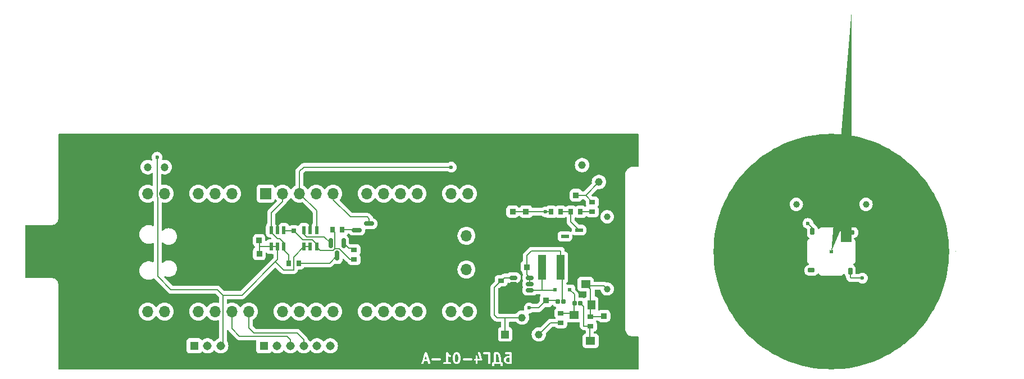
<source format=gbr>
%TF.GenerationSoftware,KiCad,Pcbnew,8.0.8*%
%TF.CreationDate,2025-05-05T18:38:47+03:00*%
%TF.ProjectId,gamma-spectrometer,67616d6d-612d-4737-9065-6374726f6d65,v0.0.4*%
%TF.SameCoordinates,Original*%
%TF.FileFunction,Copper,L2,Bot*%
%TF.FilePolarity,Positive*%
%FSLAX46Y46*%
G04 Gerber Fmt 4.6, Leading zero omitted, Abs format (unit mm)*
G04 Created by KiCad (PCBNEW 8.0.8) date 2025-05-05 18:38:47*
%MOMM*%
%LPD*%
G01*
G04 APERTURE LIST*
G04 Aperture macros list*
%AMRoundRect*
0 Rectangle with rounded corners*
0 $1 Rounding radius*
0 $2 $3 $4 $5 $6 $7 $8 $9 X,Y pos of 4 corners*
0 Add a 4 corners polygon primitive as box body*
4,1,4,$2,$3,$4,$5,$6,$7,$8,$9,$2,$3,0*
0 Add four circle primitives for the rounded corners*
1,1,$1+$1,$2,$3*
1,1,$1+$1,$4,$5*
1,1,$1+$1,$6,$7*
1,1,$1+$1,$8,$9*
0 Add four rect primitives between the rounded corners*
20,1,$1+$1,$2,$3,$4,$5,0*
20,1,$1+$1,$4,$5,$6,$7,0*
20,1,$1+$1,$6,$7,$8,$9,0*
20,1,$1+$1,$8,$9,$2,$3,0*%
%AMFreePoly0*
4,1,324,1.346010,3.150049,1.351005,3.149050,1.357000,3.149050,1.357008,3.149049,1.363008,3.148049,1.363019,3.148046,1.368014,3.146048,1.374008,3.145049,1.374019,3.145046,1.379019,3.143046,1.379022,3.143045,1.385022,3.140045,1.385021,3.140044,1.390019,3.138046,1.390026,3.138043,1.405026,3.129043,1.405035,3.129035,1.409028,3.125041,1.414026,3.122043,1.414035,3.122035,
1.422035,3.114035,1.422043,3.114026,1.425041,3.109028,1.429035,3.105035,1.429043,3.105026,1.438043,3.090026,1.438046,3.090019,1.440045,3.085022,1.443045,3.079022,1.443046,3.079019,1.445046,3.074019,1.445049,3.074008,1.446048,3.068014,1.448046,3.063019,1.448049,3.063008,1.449049,3.057008,1.449050,3.057000,1.449050,3.051005,1.450049,3.046010,1.450050,3.046000,
1.450050,1.450050,3.036000,1.450050,3.043000,1.449050,3.049000,1.449050,3.049016,1.449047,3.055012,1.447048,3.061008,1.446049,3.061016,1.446047,3.079016,1.440047,3.079026,1.440043,3.084026,1.437043,3.090026,1.434043,3.095026,1.431043,3.095028,1.431042,3.101028,1.427042,3.101031,1.427039,3.106031,1.423039,3.110031,1.419039,3.115031,1.415039,3.115039,1.415031,
3.119039,1.410031,3.123039,1.406031,3.127039,1.401031,3.127042,1.401028,3.131042,1.395028,3.131043,1.395026,3.134043,1.390026,3.137043,1.384026,3.140043,1.379026,3.140047,1.379016,3.146047,1.361016,3.146049,1.361008,3.147048,1.355012,3.149047,1.349016,3.149050,1.349000,3.149050,1.343000,3.150050,1.336000,3.150050,-1.346000,3.150049,-1.346010,3.149050,-1.351005,
3.149050,-1.357000,3.149049,-1.357008,3.148049,-1.363008,3.148046,-1.363019,3.146048,-1.368014,3.145049,-1.374008,3.145046,-1.374019,3.143046,-1.379019,3.143045,-1.379022,3.140045,-1.385022,3.138046,-1.390019,3.138043,-1.390026,3.129043,-1.405026,3.129035,-1.405035,3.125041,-1.409028,3.122043,-1.414026,3.122035,-1.414035,3.114035,-1.422035,3.114026,-1.422043,3.109028,-1.425041,
3.105035,-1.429035,3.105026,-1.429043,3.090026,-1.438043,3.090019,-1.438046,3.085021,-1.440044,3.085022,-1.440045,3.079022,-1.443045,3.079019,-1.443046,3.074019,-1.445046,3.074008,-1.445049,3.068014,-1.446048,3.063019,-1.448046,3.063008,-1.448049,3.057008,-1.449049,3.057000,-1.449050,3.051005,-1.449050,3.046010,-1.450049,3.046000,-1.450050,1.450050,-1.450050,1.450050,-3.036000,
1.449050,-3.043000,1.449050,-3.049000,1.449047,-3.049016,1.447048,-3.055012,1.446049,-3.061008,1.446047,-3.061016,1.440047,-3.079016,1.440043,-3.079026,1.437043,-3.084026,1.434043,-3.090026,1.431043,-3.095026,1.431042,-3.095028,1.427042,-3.101028,1.427039,-3.101031,1.423039,-3.106031,1.419039,-3.110031,1.415039,-3.115031,1.415031,-3.115039,1.410031,-3.119039,1.406031,-3.123039,
1.401031,-3.127039,1.401028,-3.127042,1.395028,-3.131042,1.395026,-3.131043,1.390026,-3.134043,1.384026,-3.137043,1.379026,-3.140043,1.379016,-3.140047,1.361016,-3.146047,1.361008,-3.146049,1.355012,-3.147048,1.349016,-3.149047,1.349000,-3.149050,1.343000,-3.149050,1.336000,-3.150050,-1.346000,-3.150050,-1.346010,-3.150049,-1.351005,-3.149050,-1.357000,-3.149050,-1.357008,-3.149049,
-1.363008,-3.148049,-1.363019,-3.148046,-1.368014,-3.146048,-1.374008,-3.145049,-1.374019,-3.145046,-1.379019,-3.143046,-1.379022,-3.143045,-1.385022,-3.140045,-1.385021,-3.140044,-1.390019,-3.138046,-1.390026,-3.138043,-1.405026,-3.129043,-1.405035,-3.129035,-1.409028,-3.125041,-1.414026,-3.122043,-1.414035,-3.122035,-1.422035,-3.114035,-1.422043,-3.114026,-1.425041,-3.109028,-1.429035,-3.105035,
-1.429043,-3.105026,-1.438043,-3.090026,-1.438046,-3.090019,-1.440045,-3.085022,-1.443045,-3.079022,-1.443046,-3.079019,-1.445046,-3.074019,-1.445049,-3.074008,-1.446048,-3.068014,-1.448046,-3.063019,-1.448049,-3.063008,-1.449049,-3.057008,-1.449050,-3.057000,-1.449050,-3.051005,-1.450049,-3.046010,-1.450050,-3.046000,-1.450050,-1.450050,-3.046000,-1.450050,-3.046010,-1.450049,-3.051005,-1.449050,
-3.057000,-1.449050,-3.057008,-1.449049,-3.063008,-1.448049,-3.063019,-1.448046,-3.068014,-1.446048,-3.074008,-1.445049,-3.074019,-1.445046,-3.079019,-1.443046,-3.079022,-1.443045,-3.085022,-1.440045,-3.085021,-1.440044,-3.090019,-1.438046,-3.090026,-1.438043,-3.105026,-1.429043,-3.105035,-1.429035,-3.109028,-1.425041,-3.114026,-1.422043,-3.114035,-1.422035,-3.122035,-1.414035,-3.122043,-1.414026,
-3.125041,-1.409028,-3.129035,-1.405035,-3.129043,-1.405026,-3.138043,-1.390026,-3.138046,-1.390019,-3.140045,-1.385022,-3.143045,-1.379022,-3.143046,-1.379019,-3.145046,-1.374019,-3.145049,-1.374008,-3.146048,-1.368014,-3.148046,-1.363019,-3.148049,-1.363008,-3.149049,-1.357008,-3.149050,-1.357000,-3.149050,-1.351005,-3.150049,-1.346010,-3.150050,-1.346000,-3.150050,1.327000,-3.149049,1.334007,
-3.149049,1.334008,-3.148049,1.340008,-3.147049,1.347007,-3.146049,1.354007,-3.146047,1.354016,-3.144047,1.360016,-3.144046,1.360020,-3.141046,1.367020,-3.139047,1.373016,-3.139045,1.373022,-3.133042,1.385028,-3.129042,1.391028,-3.129039,1.391031,-3.125041,1.396027,-3.125042,1.396028,-3.121042,1.402028,-3.121039,1.402031,-3.117039,1.407031,-3.107031,1.417039,-3.102031,1.421039,
-3.102028,1.421042,-3.096028,1.425042,-3.096027,1.425041,-3.091031,1.429039,-3.091028,1.429042,-3.085028,1.433042,-3.073022,1.439045,-3.073016,1.439047,-3.067019,1.441045,-3.067020,1.441046,-3.060020,1.444046,-3.060016,1.444047,-3.054016,1.446047,-3.054007,1.446049,-3.047007,1.447049,-3.040007,1.448048,-3.040008,1.448049,-3.034008,1.449049,-3.034007,1.449049,-3.027000,1.450050,
-1.450050,1.450050,-1.450050,3.046000,-1.450049,3.046010,-1.449050,3.051005,-1.449050,3.057000,-1.449049,3.057008,-1.448049,3.063008,-1.448046,3.063019,-1.446048,3.068014,-1.445049,3.074008,-1.445046,3.074019,-1.443046,3.079019,-1.443045,3.079022,-1.440045,3.085022,-1.438046,3.090019,-1.438043,3.090026,-1.429043,3.105026,-1.429035,3.105035,-1.425041,3.109028,-1.422043,3.114026,
-1.422035,3.114035,-1.414035,3.122035,-1.414026,3.122043,-1.409028,3.125041,-1.405035,3.129035,-1.405026,3.129043,-1.390026,3.138043,-1.390019,3.138046,-1.385021,3.140044,-1.385022,3.140045,-1.379022,3.143045,-1.379019,3.143046,-1.374019,3.145046,-1.374008,3.145049,-1.368014,3.146048,-1.363019,3.148046,-1.363008,3.148049,-1.357008,3.149049,-1.357000,3.149050,-1.351005,3.149050,
-1.346010,3.150049,-1.346000,3.150050,1.346000,3.150050,1.346010,3.150049,1.346010,3.150049,$1*%
G04 Aperture macros list end*
%ADD10C,0.300000*%
%TA.AperFunction,ComponentPad*%
%ADD11R,1.168000X1.168000*%
%TD*%
%TA.AperFunction,ComponentPad*%
%ADD12C,1.168000*%
%TD*%
%TA.AperFunction,ComponentPad*%
%ADD13R,1.308000X1.308000*%
%TD*%
%TA.AperFunction,ComponentPad*%
%ADD14C,1.308000*%
%TD*%
%TA.AperFunction,ComponentPad*%
%ADD15O,1.700000X1.700000*%
%TD*%
%TA.AperFunction,ComponentPad*%
%ADD16R,1.700000X1.700000*%
%TD*%
%TA.AperFunction,SMDPad,CuDef*%
%ADD17RoundRect,0.108750X0.326250X0.356250X-0.326250X0.356250X-0.326250X-0.356250X0.326250X-0.356250X0*%
%TD*%
%TA.AperFunction,SMDPad,CuDef*%
%ADD18RoundRect,0.072500X-0.217500X0.532500X-0.217500X-0.532500X0.217500X-0.532500X0.217500X0.532500X0*%
%TD*%
%TA.AperFunction,SMDPad,CuDef*%
%ADD19R,0.650000X0.900000*%
%TD*%
%TA.AperFunction,SMDPad,CuDef*%
%ADD20R,0.900000X0.650000*%
%TD*%
%TA.AperFunction,SMDPad,CuDef*%
%ADD21R,0.600000X0.600000*%
%TD*%
%TA.AperFunction,SMDPad,CuDef*%
%ADD22RoundRect,0.108750X0.356250X-0.326250X0.356250X0.326250X-0.356250X0.326250X-0.356250X-0.326250X0*%
%TD*%
%TA.AperFunction,SMDPad,CuDef*%
%ADD23R,1.450000X1.150000*%
%TD*%
%TA.AperFunction,SMDPad,CuDef*%
%ADD24RoundRect,0.150000X-0.150000X-0.400000X0.150000X-0.400000X0.150000X0.400000X-0.150000X0.400000X0*%
%TD*%
%TA.AperFunction,SMDPad,CuDef*%
%ADD25RoundRect,0.150000X-0.400000X-0.150000X0.400000X-0.150000X0.400000X0.150000X-0.400000X0.150000X0*%
%TD*%
%TA.AperFunction,SMDPad,CuDef*%
%ADD26FreePoly0,0.000000*%
%TD*%
%TA.AperFunction,SMDPad,CuDef*%
%ADD27RoundRect,0.075000X0.225000X0.260000X-0.225000X0.260000X-0.225000X-0.260000X0.225000X-0.260000X0*%
%TD*%
%TA.AperFunction,SMDPad,CuDef*%
%ADD28RoundRect,0.150000X0.587500X0.150000X-0.587500X0.150000X-0.587500X-0.150000X0.587500X-0.150000X0*%
%TD*%
%TA.AperFunction,SMDPad,CuDef*%
%ADD29R,0.870000X0.930000*%
%TD*%
%TA.AperFunction,SMDPad,CuDef*%
%ADD30RoundRect,0.150000X-0.460000X-0.150000X0.460000X-0.150000X0.460000X0.150000X-0.460000X0.150000X0*%
%TD*%
%TA.AperFunction,SMDPad,CuDef*%
%ADD31RoundRect,0.108750X-0.326250X-0.356250X0.326250X-0.356250X0.326250X0.356250X-0.326250X0.356250X0*%
%TD*%
%TA.AperFunction,SMDPad,CuDef*%
%ADD32R,0.930000X0.870000*%
%TD*%
%TA.AperFunction,SMDPad,CuDef*%
%ADD33R,1.200000X3.700000*%
%TD*%
%TA.AperFunction,SMDPad,CuDef*%
%ADD34RoundRect,0.147500X0.467500X0.147500X-0.467500X0.147500X-0.467500X-0.147500X0.467500X-0.147500X0*%
%TD*%
%TA.AperFunction,SMDPad,CuDef*%
%ADD35R,0.700000X0.700000*%
%TD*%
%TA.AperFunction,SMDPad,CuDef*%
%ADD36RoundRect,0.150000X-0.150000X0.587500X-0.150000X-0.587500X0.150000X-0.587500X0.150000X0.587500X0*%
%TD*%
%TA.AperFunction,SMDPad,CuDef*%
%ADD37R,1.150000X1.450000*%
%TD*%
%TA.AperFunction,ViaPad*%
%ADD38C,1.000000*%
%TD*%
%TA.AperFunction,ViaPad*%
%ADD39C,1.200000*%
%TD*%
%TA.AperFunction,ViaPad*%
%ADD40C,0.600000*%
%TD*%
%TA.AperFunction,Conductor*%
%ADD41C,0.200000*%
%TD*%
G04 APERTURE END LIST*
D10*
G36*
X142249492Y-99245535D02*
G01*
X142286496Y-99282539D01*
X142335297Y-99380140D01*
X142455378Y-100400828D01*
X141988346Y-100400828D01*
X141988346Y-99200828D01*
X142160079Y-99200828D01*
X142249492Y-99245535D01*
G37*
G36*
X136178064Y-99245535D02*
G01*
X136215068Y-99282539D01*
X136268247Y-99388898D01*
X136331203Y-99640720D01*
X136331203Y-99960936D01*
X136268247Y-100212757D01*
X136215067Y-100319117D01*
X136178064Y-100356121D01*
X136088651Y-100400828D01*
X136016613Y-100400828D01*
X135927200Y-100356122D01*
X135890196Y-100319118D01*
X135837016Y-100212758D01*
X135774060Y-99960934D01*
X135774060Y-99640721D01*
X135837016Y-99388897D01*
X135890196Y-99282538D01*
X135927200Y-99245534D01*
X136016613Y-99200828D01*
X136088650Y-99200828D01*
X136178064Y-99245535D01*
G37*
G36*
X144045489Y-100400828D02*
G01*
X143791260Y-100400828D01*
X143633658Y-100348294D01*
X143533051Y-100247687D01*
X143488346Y-100158275D01*
X143488346Y-100014809D01*
X143533052Y-99925395D01*
X143633658Y-99824790D01*
X143791260Y-99772257D01*
X144045489Y-99772257D01*
X144045489Y-100400828D01*
G37*
G36*
X131558805Y-99972257D02*
G01*
X131260746Y-99972257D01*
X131409775Y-99525169D01*
X131558805Y-99972257D01*
G37*
G36*
X144512156Y-101221756D02*
G01*
X130594286Y-101221756D01*
X130594286Y-100532067D01*
X130760953Y-100532067D01*
X130765102Y-100590448D01*
X130791276Y-100642795D01*
X130835490Y-100681142D01*
X130891014Y-100699650D01*
X130949395Y-100695501D01*
X131001742Y-100669327D01*
X131040089Y-100625113D01*
X131052077Y-100598262D01*
X131160746Y-100272257D01*
X131658805Y-100272257D01*
X131767473Y-100598262D01*
X131779461Y-100625113D01*
X131817808Y-100669328D01*
X131870156Y-100695501D01*
X131928536Y-100699651D01*
X131984060Y-100681142D01*
X132028274Y-100642795D01*
X132054448Y-100590448D01*
X132058598Y-100532068D01*
X132056210Y-100521564D01*
X134048371Y-100521564D01*
X134048371Y-100580092D01*
X134070769Y-100634164D01*
X134112153Y-100675548D01*
X134166225Y-100697946D01*
X134195489Y-100700828D01*
X135052632Y-100700828D01*
X135081896Y-100697946D01*
X135135968Y-100675548D01*
X135177352Y-100634164D01*
X135199750Y-100580092D01*
X135199750Y-100521564D01*
X135177352Y-100467492D01*
X135135968Y-100426108D01*
X135081896Y-100403710D01*
X135052632Y-100400828D01*
X134774061Y-100400828D01*
X134774061Y-99484389D01*
X134803709Y-99514037D01*
X134815211Y-99523477D01*
X134817807Y-99526470D01*
X134822316Y-99529308D01*
X134826439Y-99532692D01*
X134830101Y-99534208D01*
X134842693Y-99542135D01*
X134985549Y-99613564D01*
X135013013Y-99624073D01*
X135071393Y-99628222D01*
X135089288Y-99622257D01*
X135474060Y-99622257D01*
X135474060Y-99979400D01*
X135474562Y-99984503D01*
X135474237Y-99986691D01*
X135475856Y-99997642D01*
X135476942Y-100008664D01*
X135477788Y-100010708D01*
X135478539Y-100015781D01*
X135549968Y-100301494D01*
X135550739Y-100303652D01*
X135550816Y-100304733D01*
X135555474Y-100316907D01*
X135559861Y-100329185D01*
X135560505Y-100330055D01*
X135561325Y-100332196D01*
X135632754Y-100475053D01*
X135640682Y-100487648D01*
X135642197Y-100491305D01*
X135645576Y-100495422D01*
X135648419Y-100499939D01*
X135651413Y-100502536D01*
X135660851Y-100514036D01*
X135732279Y-100585465D01*
X135743784Y-100594907D01*
X135746379Y-100597899D01*
X135750889Y-100600738D01*
X135755010Y-100604120D01*
X135758669Y-100605635D01*
X135771264Y-100613564D01*
X135914122Y-100684992D01*
X135941585Y-100695502D01*
X135946960Y-100695883D01*
X135951939Y-100697946D01*
X135981203Y-100700828D01*
X136124060Y-100700828D01*
X136153324Y-100697946D01*
X136158302Y-100695883D01*
X136163678Y-100695502D01*
X136191141Y-100684992D01*
X136334000Y-100613564D01*
X136346594Y-100605635D01*
X136350254Y-100604120D01*
X136354374Y-100600738D01*
X136358885Y-100597899D01*
X136361479Y-100594907D01*
X136372985Y-100585465D01*
X136444413Y-100514036D01*
X136453851Y-100502535D01*
X136456845Y-100499939D01*
X136459685Y-100495426D01*
X136463067Y-100491306D01*
X136464582Y-100487646D01*
X136472510Y-100475053D01*
X136543939Y-100332197D01*
X136544758Y-100330054D01*
X136545403Y-100329185D01*
X136549787Y-100316913D01*
X136554448Y-100304733D01*
X136554524Y-100303652D01*
X136555296Y-100301494D01*
X136626724Y-100015780D01*
X136627473Y-100010708D01*
X136628321Y-100008664D01*
X136629406Y-99997641D01*
X136631026Y-99986691D01*
X136630700Y-99984503D01*
X136631203Y-99979400D01*
X136631203Y-99950136D01*
X136976943Y-99950136D01*
X136976943Y-100008664D01*
X136999341Y-100062736D01*
X137040725Y-100104120D01*
X137094797Y-100126518D01*
X137124061Y-100129400D01*
X138266918Y-100129400D01*
X138296182Y-100126518D01*
X138350254Y-100104120D01*
X138391638Y-100062736D01*
X138408692Y-100021564D01*
X138691228Y-100021564D01*
X138691228Y-100080092D01*
X138713626Y-100134164D01*
X138755010Y-100175548D01*
X138809082Y-100197946D01*
X138838346Y-100200828D01*
X138902632Y-100200828D01*
X138902632Y-100550828D01*
X138905514Y-100580092D01*
X138927912Y-100634164D01*
X138969296Y-100675548D01*
X139023368Y-100697946D01*
X139081896Y-100697946D01*
X139135968Y-100675548D01*
X139177352Y-100634164D01*
X139199750Y-100580092D01*
X139202632Y-100550828D01*
X139202632Y-100200828D01*
X139766917Y-100200828D01*
X139781728Y-100199369D01*
X139785677Y-100199650D01*
X139788527Y-100198699D01*
X139796181Y-100197946D01*
X139818397Y-100188743D01*
X139841202Y-100181142D01*
X139845273Y-100177610D01*
X139850253Y-100175548D01*
X139867258Y-100158542D01*
X139885416Y-100142794D01*
X139887825Y-100137975D01*
X139891637Y-100134164D01*
X139900840Y-100111946D01*
X139911590Y-100090447D01*
X139911971Y-100085072D01*
X139914035Y-100080092D01*
X139914035Y-100056043D01*
X139915739Y-100032067D01*
X139914035Y-100024573D01*
X139914035Y-100021564D01*
X139912518Y-100017902D01*
X139909219Y-100003393D01*
X139581942Y-99021564D01*
X140048370Y-99021564D01*
X140048370Y-99080092D01*
X140070768Y-99134164D01*
X140112152Y-99175548D01*
X140166224Y-99197946D01*
X140195488Y-99200828D01*
X140831203Y-99200828D01*
X140831203Y-100550828D01*
X140834085Y-100580092D01*
X140856483Y-100634164D01*
X140897867Y-100675548D01*
X140951939Y-100697946D01*
X141010467Y-100697946D01*
X141064539Y-100675548D01*
X141105923Y-100634164D01*
X141128321Y-100580092D01*
X141131203Y-100550828D01*
X141402632Y-100550828D01*
X141402632Y-100907971D01*
X141405514Y-100937235D01*
X141427912Y-100991307D01*
X141469296Y-101032691D01*
X141523368Y-101055089D01*
X141581896Y-101055089D01*
X141635968Y-101032691D01*
X141677352Y-100991307D01*
X141699750Y-100937235D01*
X141702632Y-100907971D01*
X141702632Y-100700828D01*
X142688346Y-100700828D01*
X142688346Y-100907971D01*
X142691228Y-100937235D01*
X142713626Y-100991307D01*
X142755010Y-101032691D01*
X142809082Y-101055089D01*
X142867610Y-101055089D01*
X142921682Y-101032691D01*
X142963066Y-100991307D01*
X142985464Y-100937235D01*
X142988346Y-100907971D01*
X142988346Y-100550828D01*
X142985464Y-100521564D01*
X142963066Y-100467492D01*
X142921682Y-100426108D01*
X142867610Y-100403710D01*
X142838346Y-100400828D01*
X142757448Y-100400828D01*
X142707868Y-99979400D01*
X143188346Y-99979400D01*
X143188346Y-100193685D01*
X143191228Y-100222949D01*
X143193290Y-100227927D01*
X143193672Y-100233303D01*
X143204182Y-100260767D01*
X143275610Y-100403624D01*
X143283537Y-100416217D01*
X143285053Y-100419877D01*
X143288434Y-100423996D01*
X143291275Y-100428510D01*
X143294268Y-100431106D01*
X143303708Y-100442608D01*
X143446566Y-100585466D01*
X143469297Y-100604121D01*
X143474276Y-100606183D01*
X143478347Y-100609714D01*
X143505198Y-100621703D01*
X143719483Y-100693131D01*
X143733992Y-100696429D01*
X143737653Y-100697946D01*
X143742961Y-100698468D01*
X143748157Y-100699650D01*
X143752105Y-100699369D01*
X143766917Y-100700828D01*
X144195489Y-100700828D01*
X144224753Y-100697946D01*
X144278825Y-100675548D01*
X144320209Y-100634164D01*
X144342607Y-100580092D01*
X144345489Y-100550828D01*
X144345489Y-99050828D01*
X144342607Y-99021564D01*
X144320209Y-98967492D01*
X144278825Y-98926108D01*
X144224753Y-98903710D01*
X144195489Y-98900828D01*
X143481203Y-98900828D01*
X143451939Y-98903710D01*
X143397867Y-98926108D01*
X143356483Y-98967492D01*
X143334085Y-99021564D01*
X143334085Y-99080092D01*
X143356483Y-99134164D01*
X143397867Y-99175548D01*
X143451939Y-99197946D01*
X143481203Y-99200828D01*
X144045489Y-99200828D01*
X144045489Y-99472257D01*
X143766917Y-99472257D01*
X143752105Y-99473715D01*
X143748157Y-99473435D01*
X143742961Y-99474616D01*
X143737653Y-99475139D01*
X143733992Y-99476655D01*
X143719483Y-99479954D01*
X143505198Y-99551382D01*
X143478347Y-99563371D01*
X143474276Y-99566901D01*
X143469297Y-99568964D01*
X143446566Y-99587619D01*
X143303708Y-99730476D01*
X143294264Y-99741981D01*
X143291275Y-99744575D01*
X143288438Y-99749080D01*
X143285053Y-99753206D01*
X143283535Y-99756869D01*
X143275610Y-99769460D01*
X143204182Y-99912319D01*
X143193672Y-99939782D01*
X143193290Y-99945157D01*
X143191228Y-99950136D01*
X143188346Y-99979400D01*
X142707868Y-99979400D01*
X142630176Y-99319016D01*
X142626131Y-99300522D01*
X142625876Y-99296923D01*
X142624636Y-99293682D01*
X142623894Y-99290289D01*
X142622130Y-99287135D01*
X142615367Y-99269459D01*
X142543938Y-99126603D01*
X142536011Y-99114011D01*
X142534495Y-99110349D01*
X142531111Y-99106226D01*
X142528273Y-99101717D01*
X142525280Y-99099121D01*
X142515840Y-99087619D01*
X142444412Y-99016191D01*
X142432910Y-99006751D01*
X142430314Y-99003758D01*
X142425800Y-99000917D01*
X142421681Y-98997536D01*
X142418021Y-98996020D01*
X142405428Y-98988093D01*
X142262571Y-98916664D01*
X142235108Y-98906155D01*
X142229733Y-98905773D01*
X142224753Y-98903710D01*
X142195489Y-98900828D01*
X141838346Y-98900828D01*
X141809082Y-98903710D01*
X141755010Y-98926108D01*
X141713626Y-98967492D01*
X141691228Y-99021564D01*
X141688346Y-99050828D01*
X141688346Y-100400828D01*
X141552632Y-100400828D01*
X141523368Y-100403710D01*
X141469296Y-100426108D01*
X141427912Y-100467492D01*
X141405514Y-100521564D01*
X141402632Y-100550828D01*
X141131203Y-100550828D01*
X141131203Y-99050828D01*
X141128321Y-99021564D01*
X141105923Y-98967492D01*
X141064539Y-98926108D01*
X141010467Y-98903710D01*
X140981203Y-98900828D01*
X140195488Y-98900828D01*
X140166224Y-98903710D01*
X140112152Y-98926108D01*
X140070768Y-98967492D01*
X140048370Y-99021564D01*
X139581942Y-99021564D01*
X139552076Y-98931966D01*
X139540088Y-98905115D01*
X139501741Y-98860901D01*
X139449394Y-98834727D01*
X139391013Y-98830578D01*
X139335489Y-98849086D01*
X139291275Y-98887433D01*
X139265101Y-98939780D01*
X139260952Y-98998161D01*
X139267472Y-99026834D01*
X139558803Y-99900828D01*
X139202632Y-99900828D01*
X139202632Y-99550828D01*
X139199750Y-99521564D01*
X139177352Y-99467492D01*
X139135968Y-99426108D01*
X139081896Y-99403710D01*
X139023368Y-99403710D01*
X138969296Y-99426108D01*
X138927912Y-99467492D01*
X138905514Y-99521564D01*
X138902632Y-99550828D01*
X138902632Y-99900828D01*
X138838346Y-99900828D01*
X138809082Y-99903710D01*
X138755010Y-99926108D01*
X138713626Y-99967492D01*
X138691228Y-100021564D01*
X138408692Y-100021564D01*
X138414036Y-100008664D01*
X138414036Y-99950136D01*
X138391638Y-99896064D01*
X138350254Y-99854680D01*
X138296182Y-99832282D01*
X138266918Y-99829400D01*
X137124061Y-99829400D01*
X137094797Y-99832282D01*
X137040725Y-99854680D01*
X136999341Y-99896064D01*
X136976943Y-99950136D01*
X136631203Y-99950136D01*
X136631203Y-99622257D01*
X136630700Y-99617153D01*
X136631026Y-99614966D01*
X136629406Y-99604015D01*
X136628321Y-99592993D01*
X136627473Y-99590948D01*
X136626724Y-99585877D01*
X136555296Y-99300162D01*
X136554524Y-99298003D01*
X136554448Y-99296923D01*
X136549787Y-99284742D01*
X136545403Y-99272471D01*
X136544758Y-99271601D01*
X136543939Y-99269459D01*
X136472510Y-99126603D01*
X136464583Y-99114011D01*
X136463067Y-99110349D01*
X136459683Y-99106226D01*
X136456845Y-99101717D01*
X136453852Y-99099121D01*
X136444412Y-99087619D01*
X136372984Y-99016191D01*
X136361482Y-99006751D01*
X136358886Y-99003758D01*
X136354372Y-99000917D01*
X136350253Y-98997536D01*
X136346593Y-98996020D01*
X136334000Y-98988093D01*
X136191142Y-98916664D01*
X136163679Y-98906154D01*
X136158301Y-98905771D01*
X136153324Y-98903710D01*
X136124060Y-98900828D01*
X135981203Y-98900828D01*
X135951939Y-98903710D01*
X135946958Y-98905773D01*
X135941584Y-98906155D01*
X135914120Y-98916664D01*
X135771264Y-98988093D01*
X135758672Y-98996019D01*
X135755010Y-98997536D01*
X135750887Y-99000919D01*
X135746378Y-99003758D01*
X135743782Y-99006750D01*
X135732280Y-99016191D01*
X135660852Y-99087619D01*
X135651412Y-99099120D01*
X135648419Y-99101717D01*
X135645578Y-99106230D01*
X135642197Y-99110350D01*
X135640681Y-99114009D01*
X135632754Y-99126603D01*
X135561325Y-99269460D01*
X135560505Y-99271600D01*
X135559861Y-99272471D01*
X135555474Y-99284748D01*
X135550816Y-99296923D01*
X135550739Y-99298003D01*
X135549968Y-99300162D01*
X135478539Y-99585877D01*
X135477789Y-99590948D01*
X135476942Y-99592993D01*
X135475856Y-99604015D01*
X135474237Y-99614966D01*
X135474562Y-99617153D01*
X135474060Y-99622257D01*
X135089288Y-99622257D01*
X135126915Y-99609715D01*
X135171131Y-99571368D01*
X135197305Y-99519019D01*
X135201454Y-99460639D01*
X135182946Y-99405116D01*
X135144600Y-99360901D01*
X135119714Y-99345236D01*
X134998629Y-99284693D01*
X134883488Y-99169552D01*
X134748869Y-98967623D01*
X134748800Y-98967539D01*
X134748781Y-98967492D01*
X134748674Y-98967385D01*
X134730238Y-98944873D01*
X134717898Y-98936609D01*
X134707397Y-98926108D01*
X134693819Y-98920483D01*
X134681608Y-98912306D01*
X134667045Y-98909393D01*
X134653325Y-98903710D01*
X134638629Y-98903710D01*
X134624219Y-98900828D01*
X134609650Y-98903710D01*
X134594797Y-98903710D01*
X134581218Y-98909334D01*
X134566804Y-98912186D01*
X134554446Y-98920424D01*
X134540725Y-98926108D01*
X134530333Y-98936499D01*
X134518106Y-98944651D01*
X134509842Y-98956990D01*
X134499341Y-98967492D01*
X134493716Y-98981069D01*
X134485539Y-98993281D01*
X134482626Y-99007843D01*
X134476943Y-99021564D01*
X134474091Y-99050516D01*
X134474061Y-99050670D01*
X134474071Y-99050722D01*
X134474061Y-99050828D01*
X134474061Y-100400828D01*
X134195489Y-100400828D01*
X134166225Y-100403710D01*
X134112153Y-100426108D01*
X134070769Y-100467492D01*
X134048371Y-100521564D01*
X132056210Y-100521564D01*
X132052078Y-100503394D01*
X131867658Y-99950136D01*
X132262658Y-99950136D01*
X132262658Y-100008664D01*
X132285056Y-100062736D01*
X132326440Y-100104120D01*
X132380512Y-100126518D01*
X132409776Y-100129400D01*
X133552633Y-100129400D01*
X133581897Y-100126518D01*
X133635969Y-100104120D01*
X133677353Y-100062736D01*
X133699751Y-100008664D01*
X133699751Y-99950136D01*
X133677353Y-99896064D01*
X133635969Y-99854680D01*
X133581897Y-99832282D01*
X133552633Y-99829400D01*
X132409776Y-99829400D01*
X132380512Y-99832282D01*
X132326440Y-99854680D01*
X132285056Y-99896064D01*
X132262658Y-99950136D01*
X131867658Y-99950136D01*
X131552077Y-99003394D01*
X131540089Y-98976543D01*
X131533066Y-98968446D01*
X131528274Y-98958861D01*
X131514065Y-98946537D01*
X131501742Y-98932329D01*
X131492156Y-98927536D01*
X131484060Y-98920514D01*
X131466216Y-98914565D01*
X131449395Y-98906155D01*
X131438706Y-98905395D01*
X131428536Y-98902005D01*
X131409770Y-98903338D01*
X131391014Y-98902006D01*
X131380846Y-98905395D01*
X131370156Y-98906155D01*
X131353332Y-98914566D01*
X131335490Y-98920514D01*
X131327395Y-98927534D01*
X131317808Y-98932328D01*
X131305482Y-98946539D01*
X131291276Y-98958861D01*
X131286483Y-98968445D01*
X131279461Y-98976543D01*
X131267473Y-99003394D01*
X130767473Y-100503394D01*
X130760953Y-100532067D01*
X130594286Y-100532067D01*
X130594286Y-98663911D01*
X144512156Y-98663911D01*
X144512156Y-101221756D01*
G37*
D11*
%TO.P,VR1,1,CCW*%
%TO.N,GND*%
X152420000Y-73250000D03*
D12*
%TO.P,VR1,2,WIPER*%
%TO.N,Net-(U3-IN-)*%
X154960000Y-70710000D03*
%TO.P,VR1,3,CW*%
X157500000Y-73250000D03*
%TD*%
D13*
%TO.P,J1,1,1*%
%TO.N,SDA*%
X96500000Y-97950000D03*
D14*
%TO.P,J1,2,2*%
%TO.N,SCL*%
X98500000Y-97950000D03*
%TO.P,J1,3,3*%
%TO.N,VCC*%
X100500000Y-97950000D03*
%TO.P,J1,4,4*%
%TO.N,GND*%
X102500000Y-97950000D03*
%TD*%
D13*
%TO.P,J2,1,1*%
%TO.N,SCK*%
X107000000Y-97950000D03*
D14*
%TO.P,J2,2,2*%
%TO.N,TX*%
X109000000Y-97950000D03*
%TO.P,J2,3,3*%
%TO.N,RX*%
X111000000Y-97950000D03*
%TO.P,J2,4,4*%
%TO.N,CS*%
X113000000Y-97950000D03*
%TO.P,J2,5,5*%
%TO.N,UART1TX*%
X115000000Y-97950000D03*
%TO.P,J2,6,6*%
%TO.N,UART1RX*%
X117000000Y-97950000D03*
%TD*%
D15*
%TO.P,U1,1,GPIO0*%
%TO.N,SCK*%
X89500000Y-92780000D03*
%TO.P,U1,2,GPIO1*%
%TO.N,TX*%
X92040000Y-92780000D03*
D16*
%TO.P,U1,3,GND*%
%TO.N,GND*%
X94580000Y-92780000D03*
D15*
%TO.P,U1,4,GPIO2*%
%TO.N,SDA*%
X97120000Y-92780000D03*
%TO.P,U1,5,GPIO3*%
%TO.N,SCL*%
X99660000Y-92780000D03*
%TO.P,U1,6,GPIO4*%
%TO.N,RX*%
X102200000Y-92780000D03*
%TO.P,U1,7,GPIO5*%
%TO.N,CS*%
X104740000Y-92780000D03*
D16*
%TO.P,U1,8,GND*%
%TO.N,GND*%
X107280000Y-92780000D03*
D15*
%TO.P,U1,9,GPIO6*%
%TO.N,unconnected-(U1-GPIO6-Pad9)*%
X109820000Y-92780000D03*
%TO.P,U1,10,GPIO7*%
%TO.N,unconnected-(U1-GPIO7-Pad10)*%
X112360000Y-92780000D03*
%TO.P,U1,11,GPIO8*%
%TO.N,UART1TX*%
X114900000Y-92780000D03*
%TO.P,U1,12,GPIO9*%
%TO.N,UART1RX*%
X117440000Y-92780000D03*
D16*
%TO.P,U1,13,GND*%
%TO.N,GND*%
X119980000Y-92780000D03*
D15*
%TO.P,U1,14,GPIO10*%
%TO.N,unconnected-(U1-GPIO10-Pad14)_1*%
X122520000Y-92780000D03*
%TO.P,U1,15,GPIO11*%
%TO.N,unconnected-(U1-GPIO11-Pad15)_1*%
X125060000Y-92780000D03*
%TO.P,U1,16,GPIO12*%
%TO.N,unconnected-(U1-GPIO12-Pad16)_1*%
X127600000Y-92780000D03*
%TO.P,U1,17,GPIO13*%
%TO.N,unconnected-(U1-GPIO13-Pad17)*%
X130140000Y-92780000D03*
D16*
%TO.P,U1,18,GND*%
%TO.N,GND*%
X132680000Y-92780000D03*
D15*
%TO.P,U1,19,GPIO14*%
%TO.N,unconnected-(U1-GPIO14-Pad19)*%
X135220000Y-92780000D03*
%TO.P,U1,20,GPIO15*%
%TO.N,unconnected-(U1-GPIO15-Pad20)_1*%
X137760000Y-92780000D03*
%TO.P,U1,21,GPIO16*%
%TO.N,unconnected-(U1-GPIO16-Pad21)*%
X137760000Y-75000000D03*
%TO.P,U1,22,GPIO17*%
%TO.N,unconnected-(U1-GPIO17-Pad22)*%
X135220000Y-75000000D03*
D16*
%TO.P,U1,23,GND*%
%TO.N,GND*%
X132680000Y-75000000D03*
D15*
%TO.P,U1,24,GPIO18*%
%TO.N,INT*%
X130140000Y-75000000D03*
%TO.P,U1,25,GPIO19*%
%TO.N,unconnected-(U1-GPIO19-Pad25)*%
X127600000Y-75000000D03*
%TO.P,U1,26,GPIO20*%
%TO.N,unconnected-(U1-GPIO20-Pad26)*%
X125060000Y-75000000D03*
%TO.P,U1,27,GPIO21*%
%TO.N,unconnected-(U1-GPIO21-Pad27)_1*%
X122520000Y-75000000D03*
D16*
%TO.P,U1,28,GND*%
%TO.N,GND*%
X119980000Y-75000000D03*
D15*
%TO.P,U1,29,GPIO22*%
%TO.N,RST*%
X117440000Y-75000000D03*
%TO.P,U1,30,RUN*%
%TO.N,unconnected-(U1-RUN-Pad30)_1*%
X114900000Y-75000000D03*
%TO.P,U1,31,GPIO26_ADC0*%
%TO.N,SIG*%
X112360000Y-75000000D03*
%TO.P,U1,32,GPIO27_ADC1*%
%TO.N,PEAK*%
X109820000Y-75000000D03*
D16*
%TO.P,U1,33,AGND*%
%TO.N,Net-(JP1-A)*%
X107280000Y-75000000D03*
D15*
%TO.P,U1,34,GPIO28_ADC2*%
%TO.N,GND*%
X104740000Y-75000000D03*
%TO.P,U1,35,ADC_VREF*%
%TO.N,VREF1*%
X102200000Y-75000000D03*
%TO.P,U1,36,3V3*%
%TO.N,Net-(U1-3V3)*%
X99660000Y-75000000D03*
%TO.P,U1,37,3V3_EN*%
%TO.N,unconnected-(U1-3V3_EN-Pad37)_1*%
X97120000Y-75000000D03*
D16*
%TO.P,U1,38,GND*%
%TO.N,GND*%
X94580000Y-75000000D03*
D15*
%TO.P,U1,39,VSYS*%
%TO.N,+5V*%
X92040000Y-75000000D03*
%TO.P,U1,40,VBUS*%
%TO.N,VBUS*%
X89500000Y-75000000D03*
%TO.P,U1,41,SWCLK*%
%TO.N,unconnected-(U1-SWCLK-Pad41)_1*%
X137530000Y-86430000D03*
D16*
%TO.P,U1,42,GND*%
%TO.N,GND*%
X137530000Y-83890000D03*
D15*
%TO.P,U1,43,SWDIO*%
%TO.N,unconnected-(U1-SWDIO-Pad43)_1*%
X137530000Y-81350000D03*
%TD*%
D11*
%TO.P,VR2,1,CCW*%
%TO.N,Net-(U8-FB)*%
X143370000Y-96240000D03*
D12*
%TO.P,VR2,2,WIPER*%
X145910000Y-93700000D03*
%TO.P,VR2,3,CW*%
%TO.N,Net-(VR2-CW)*%
X148450000Y-96240000D03*
%TD*%
D17*
%TO.P,C6,1*%
%TO.N,Net-(U3-IN-)*%
X154030000Y-75250000D03*
%TO.P,C6,2*%
%TO.N,GND*%
X152470000Y-75250000D03*
%TD*%
D18*
%TO.P,U4,1,OUT*%
%TO.N,Net-(D3-A)*%
X113050000Y-80500000D03*
%TO.P,U4,2,V-*%
%TO.N,GND*%
X114000000Y-80500000D03*
%TO.P,U4,3,+IN*%
%TO.N,SIG*%
X114950000Y-80500000D03*
%TO.P,U4,4,-IN*%
%TO.N,Net-(U4--IN)*%
X114950000Y-83010000D03*
%TO.P,U4,5,EN*%
%TO.N,VCC*%
X114000000Y-83010000D03*
%TO.P,U4,6,V+*%
X113050000Y-83010000D03*
%TD*%
D19*
%TO.P,R12,1*%
%TO.N,Net-(U4--IN)*%
X117375000Y-80437500D03*
%TO.P,R12,2*%
%TO.N,Net-(Q1-D)*%
X118825000Y-80437500D03*
%TD*%
D20*
%TO.P,R15,1*%
%TO.N,Net-(VR2-CW)*%
X151750000Y-94475000D03*
%TO.P,R15,2*%
%TO.N,Net-(D5-K)*%
X151750000Y-93025000D03*
%TD*%
D21*
%TO.P,D5,1,K*%
%TO.N,Net-(D5-K)*%
X153100000Y-89500000D03*
%TO.P,D5,2,A*%
%TO.N,Net-(D5-A)*%
X150900000Y-89500000D03*
%TD*%
D22*
%TO.P,C16,1*%
%TO.N,GND*%
X158250000Y-95030000D03*
%TO.P,C16,2*%
%TO.N,PS_OUT*%
X158250000Y-93470000D03*
%TD*%
D23*
%TO.P,C15,1*%
%TO.N,PS_OUT*%
X155500000Y-88650000D03*
%TO.P,C15,2*%
%TO.N,GND*%
X155500000Y-86850000D03*
%TD*%
D24*
%TO.P,U10,1*%
%TO.N,ANODE_OUT*%
X189675000Y-80725000D03*
D25*
%TO.P,U10,2*%
%TO.N,unconnected-(U10-Pad2)*%
X195525000Y-80875000D03*
D24*
%TO.P,U10,3*%
%TO.N,/SiPM board/+29.6V*%
X195375000Y-86725000D03*
D25*
%TO.P,U10,4*%
%TO.N,N/C*%
X189525000Y-86575000D03*
D26*
%TO.P,U10,5,EP*%
%TO.N,unconnected-(U10-EP-Pad5)*%
X192525000Y-83725000D03*
%TD*%
D27*
%TO.P,FB2,1*%
%TO.N,Net-(C13-Pad1)*%
X154685000Y-91500000D03*
%TO.P,FB2,2*%
%TO.N,Net-(D5-K)*%
X153815000Y-91500000D03*
%TD*%
D28*
%TO.P,Q1,1,G*%
%TO.N,RST*%
X122875000Y-79550000D03*
%TO.P,Q1,2,S*%
%TO.N,GND*%
X122875000Y-81450000D03*
%TO.P,Q1,3,D*%
%TO.N,Net-(Q1-D)*%
X121000000Y-80500000D03*
%TD*%
D27*
%TO.P,FB3,1*%
%TO.N,Net-(U8-VCC)*%
X152185000Y-91250000D03*
%TO.P,FB3,2*%
%TO.N,+5V*%
X151315000Y-91250000D03*
%TD*%
D29*
%TO.P,C11,1*%
%TO.N,Net-(U8-VCC)*%
X146630000Y-86130000D03*
%TO.P,C11,2*%
%TO.N,GND*%
X145070000Y-86130000D03*
%TD*%
D23*
%TO.P,C13,1*%
%TO.N,Net-(C13-Pad1)*%
X156250000Y-97200000D03*
%TO.P,C13,2*%
%TO.N,GND*%
X156250000Y-99000000D03*
%TD*%
D19*
%TO.P,R9,1*%
%TO.N,VREF*%
X153275000Y-77750000D03*
%TO.P,R9,2*%
%TO.N,Net-(R7-Pad2)*%
X154725000Y-77750000D03*
%TD*%
D30*
%TO.P,U8,1,PGND*%
%TO.N,GND*%
X144605000Y-89580000D03*
%TO.P,U8,2,GND*%
X144605000Y-88630000D03*
%TO.P,U8,3,FB*%
%TO.N,Net-(U8-FB)*%
X144605000Y-87680000D03*
%TO.P,U8,4,~{SHDN}*%
%TO.N,Net-(U8-VCC)*%
X147095000Y-87680000D03*
%TO.P,U8,5,VCC*%
X147095000Y-88630000D03*
%TO.P,U8,6,LX*%
%TO.N,Net-(D5-A)*%
X147095000Y-89580000D03*
%TD*%
D19*
%TO.P,R11,1*%
%TO.N,Net-(D3-COM)*%
X112225000Y-85500000D03*
%TO.P,R11,2*%
%TO.N,PEAK*%
X110775000Y-85500000D03*
%TD*%
D20*
%TO.P,R10,1*%
%TO.N,Net-(D3-K)*%
X120600000Y-83487500D03*
%TO.P,R10,2*%
%TO.N,Net-(U4--IN)*%
X120600000Y-84937500D03*
%TD*%
D29*
%TO.P,C9,1*%
%TO.N,VCC*%
X106300000Y-84070000D03*
%TO.P,C9,2*%
%TO.N,GND*%
X104740000Y-84070000D03*
%TD*%
D31*
%TO.P,C10,1*%
%TO.N,GND*%
X104720000Y-82070000D03*
%TO.P,C10,2*%
%TO.N,VCC*%
X106280000Y-82070000D03*
%TD*%
D29*
%TO.P,C18,1*%
%TO.N,+5V*%
X149530000Y-91130000D03*
%TO.P,C18,2*%
%TO.N,GND*%
X147970000Y-91130000D03*
%TD*%
D20*
%TO.P,R16,1*%
%TO.N,PS_OUT*%
X156250000Y-93525000D03*
%TO.P,R16,2*%
%TO.N,Net-(C13-Pad1)*%
X156250000Y-94975000D03*
%TD*%
%TO.P,R7,1*%
%TO.N,Net-(U3-IN-)*%
X156500000Y-76275000D03*
%TO.P,R7,2*%
%TO.N,Net-(R7-Pad2)*%
X156500000Y-77725000D03*
%TD*%
D32*
%TO.P,C4,1*%
%TO.N,VCC*%
X146500000Y-77720000D03*
%TO.P,C4,2*%
%TO.N,GND*%
X146500000Y-79280000D03*
%TD*%
D19*
%TO.P,R13,1*%
%TO.N,VREF*%
X151725000Y-77750000D03*
%TO.P,R13,2*%
%TO.N,VCC*%
X150275000Y-77750000D03*
%TD*%
D33*
%TO.P,L1,1*%
%TO.N,Net-(D5-A)*%
X148950000Y-86130000D03*
%TO.P,L1,2*%
%TO.N,Net-(U8-VCC)*%
X151750000Y-86130000D03*
%TD*%
D34*
%TO.P,U6,1,POS*%
%TO.N,VREF*%
X154500000Y-80500000D03*
%TO.P,U6,2,NEG*%
%TO.N,GND*%
X154500000Y-82400000D03*
%TO.P,U6,3,NC*%
%TO.N,unconnected-(U6-NC-Pad3)*%
X152380000Y-81450000D03*
%TD*%
D22*
%TO.P,C5,1*%
%TO.N,GND*%
X144500000Y-79280000D03*
%TO.P,C5,2*%
%TO.N,VCC*%
X144500000Y-77720000D03*
%TD*%
D35*
%TO.P,C8,1*%
%TO.N,GND*%
X111500000Y-79350000D03*
%TO.P,C8,2*%
%TO.N,Net-(U4--IN)*%
X111500000Y-80650000D03*
%TD*%
D36*
%TO.P,D3,1,A*%
%TO.N,Net-(D3-A)*%
X117100000Y-82500000D03*
%TO.P,D3,2,K*%
%TO.N,Net-(D3-K)*%
X119000000Y-82500000D03*
%TO.P,D3,3,COM*%
%TO.N,Net-(D3-COM)*%
X118050000Y-84375000D03*
%TD*%
D37*
%TO.P,C14,1*%
%TO.N,PS_OUT*%
X156350000Y-91750000D03*
%TO.P,C14,2*%
%TO.N,GND*%
X158150000Y-91750000D03*
%TD*%
D20*
%TO.P,R14,1*%
%TO.N,GND*%
X142750000Y-89605000D03*
%TO.P,R14,2*%
%TO.N,Net-(U8-FB)*%
X142750000Y-88155000D03*
%TD*%
D18*
%TO.P,U5,1,OUT*%
%TO.N,PEAK*%
X108100000Y-80500000D03*
%TO.P,U5,2,V-*%
%TO.N,GND*%
X109050000Y-80500000D03*
%TO.P,U5,3,+IN*%
%TO.N,Net-(U4--IN)*%
X110000000Y-80500000D03*
%TO.P,U5,4,-IN*%
%TO.N,PEAK*%
X110000000Y-83010000D03*
%TO.P,U5,5,EN*%
%TO.N,VCC*%
X109050000Y-83010000D03*
%TO.P,U5,6,V+*%
X108100000Y-83010000D03*
%TD*%
D23*
%TO.P,C12,1*%
%TO.N,Net-(D5-K)*%
X153750000Y-93350000D03*
%TO.P,C12,2*%
%TO.N,GND*%
X153750000Y-95150000D03*
%TD*%
D38*
%TO.N,GND*%
X162250000Y-99000000D03*
X158750000Y-86500000D03*
X158750000Y-81250000D03*
X162250000Y-68500000D03*
D39*
X94550000Y-71000000D03*
D40*
X111500000Y-78000000D03*
%TO.N,+5V*%
X147000000Y-92250000D03*
D39*
X92050000Y-71000000D03*
D38*
%TO.N,ANODE_IN*%
X158750000Y-78500000D03*
%TO.N,PS_OUT*%
X158750000Y-89375000D03*
%TO.N,PS_IN*%
X197750000Y-76625000D03*
%TO.N,GND1*%
X207750000Y-86250000D03*
X177400000Y-86250000D03*
X190500000Y-76500000D03*
X177350000Y-81250000D03*
X194500000Y-76625000D03*
X207700000Y-81250000D03*
D40*
%TO.N,/SiPM board/+29.6V*%
X197220000Y-87750000D03*
%TO.N,ANODE_OUT*%
X189000000Y-79500000D03*
D38*
X187250000Y-76625000D03*
D40*
%TO.N,VCC*%
X90890000Y-69500000D03*
X149468750Y-77750000D03*
%TO.N,SIG*%
X135250000Y-71000000D03*
D39*
%TO.N,VBUS*%
X89500000Y-71000000D03*
%TD*%
D41*
%TO.N,GND*%
X145850000Y-88130000D02*
X145350000Y-88630000D01*
X109050000Y-80500000D02*
X109050000Y-79950000D01*
X114000000Y-80500000D02*
X114000000Y-79895001D01*
X147970000Y-91130000D02*
X145350000Y-91130000D01*
X109050000Y-79895001D02*
X109050000Y-80500000D01*
X142750000Y-89605000D02*
X144580000Y-89605000D01*
X152470000Y-72450000D02*
X152420000Y-72500000D01*
X144605000Y-89580000D02*
X144105000Y-89580000D01*
X145350000Y-88630000D02*
X144605000Y-88630000D01*
X145850000Y-86910000D02*
X145850000Y-88130000D01*
X144605000Y-90385000D02*
X144605000Y-89580000D01*
X145070000Y-86130000D02*
X145850000Y-86910000D01*
X145350000Y-91130000D02*
X144605000Y-90385000D01*
X144580000Y-89605000D02*
X144605000Y-89580000D01*
X144605000Y-89355000D02*
X144605000Y-88630000D01*
%TO.N,+5V*%
X151195000Y-91130000D02*
X151315000Y-91250000D01*
X149530000Y-91130000D02*
X151195000Y-91130000D01*
X148410000Y-92250000D02*
X149530000Y-91130000D01*
X147000000Y-92250000D02*
X148410000Y-92250000D01*
%TO.N,SCL*%
X99500000Y-92940000D02*
X99660000Y-92780000D01*
%TO.N,RX*%
X102200000Y-95370000D02*
X102200000Y-92780000D01*
X110500000Y-96500000D02*
X111000000Y-97000000D01*
X111000000Y-97000000D02*
X111000000Y-97950000D01*
X103330000Y-96500000D02*
X102200000Y-95370000D01*
X110500000Y-96500000D02*
X103330000Y-96500000D01*
%TO.N,RST*%
X120050000Y-78527224D02*
X117440000Y-75917224D01*
X122610000Y-78527224D02*
X120050000Y-78527224D01*
X122875000Y-79550000D02*
X122875000Y-78792224D01*
X122875000Y-78792224D02*
X122610000Y-78527224D01*
%TO.N,PEAK*%
X110000000Y-82405001D02*
X109349999Y-81755000D01*
X108100000Y-80828802D02*
X108100000Y-80500000D01*
X108100000Y-77900000D02*
X109820000Y-76180000D01*
X110775000Y-84275000D02*
X110775000Y-85500000D01*
X109349999Y-81755000D02*
X109026198Y-81755000D01*
X109820000Y-76180000D02*
X109820000Y-75000000D01*
X108100000Y-80500000D02*
X108100000Y-77900000D01*
X110000000Y-83500000D02*
X110775000Y-84275000D01*
X109026198Y-81755000D02*
X108100000Y-80828802D01*
X110000000Y-83010000D02*
X110000000Y-83500000D01*
X110000000Y-83010000D02*
X110000000Y-82405001D01*
%TO.N,CS*%
X113000000Y-97000000D02*
X113000000Y-97950000D01*
X104740000Y-95240000D02*
X104740000Y-92780000D01*
X112000000Y-96000000D02*
X105500000Y-96000000D01*
X112000000Y-96000000D02*
X113000000Y-97000000D01*
X105500000Y-96000000D02*
X104740000Y-95240000D01*
%TO.N,VREF*%
X153275000Y-77750000D02*
X153275000Y-79275000D01*
X153275000Y-77750000D02*
X151725000Y-77750000D01*
X153275000Y-79275000D02*
X154500000Y-80500000D01*
%TO.N,Net-(U3-IN-)*%
X155000000Y-70750000D02*
X154960000Y-70710000D01*
X155500000Y-75250000D02*
X157500000Y-73250000D01*
X155500000Y-75275000D02*
X155500000Y-75250000D01*
X154030000Y-75250000D02*
X155500000Y-75250000D01*
X156500000Y-76275000D02*
X155500000Y-75275000D01*
%TO.N,Net-(U4--IN)*%
X117440552Y-83537500D02*
X115477500Y-83537500D01*
X117700000Y-80762500D02*
X117700000Y-83278052D01*
X119990552Y-84937500D02*
X120600000Y-84937500D01*
X117700000Y-83278052D02*
X117440552Y-83537500D01*
X114268802Y-82000000D02*
X114950000Y-82681198D01*
X112850000Y-82000000D02*
X114268802Y-82000000D01*
X117700000Y-83278052D02*
X118331104Y-83278052D01*
X111500000Y-80650000D02*
X112850000Y-82000000D01*
X115477500Y-83537500D02*
X114950000Y-83010000D01*
X110150000Y-80650000D02*
X110000000Y-80500000D01*
X118331104Y-83278052D02*
X119990552Y-84937500D01*
X111500000Y-80650000D02*
X110150000Y-80650000D01*
%TO.N,Net-(D3-A)*%
X116100000Y-81500000D02*
X117100000Y-82500000D01*
X113445001Y-81500000D02*
X116100000Y-81500000D01*
X113050000Y-80500000D02*
X113050000Y-81104999D01*
X113050000Y-81104999D02*
X113445001Y-81500000D01*
%TO.N,Net-(D3-K)*%
X119000000Y-82500000D02*
X119762500Y-83262500D01*
X119762500Y-83262500D02*
X120600000Y-83262500D01*
%TO.N,Net-(D3-COM)*%
X116925000Y-85500000D02*
X112225000Y-85500000D01*
X118050000Y-84375000D02*
X116925000Y-85500000D01*
%TO.N,Net-(Q1-D)*%
X118825000Y-80437500D02*
X120937500Y-80437500D01*
X120937500Y-80437500D02*
X121000000Y-80500000D01*
%TO.N,Net-(U8-FB)*%
X143225000Y-87680000D02*
X142750000Y-88155000D01*
X142750000Y-88155000D02*
X141750000Y-89155000D01*
X145910000Y-93700000D02*
X145960000Y-93750000D01*
X143370000Y-93830000D02*
X143370000Y-96240000D01*
X142120000Y-93700000D02*
X143250000Y-93700000D01*
X143250000Y-93700000D02*
X143500000Y-93700000D01*
X143850000Y-87680000D02*
X144605000Y-87680000D01*
X143250000Y-93700000D02*
X145910000Y-93700000D01*
X144605000Y-87680000D02*
X143225000Y-87680000D01*
X141750000Y-89155000D02*
X141750000Y-93330000D01*
X141750000Y-93330000D02*
X142120000Y-93700000D01*
X143500000Y-93700000D02*
X143370000Y-93830000D01*
%TO.N,Net-(D5-A)*%
X150920000Y-89580000D02*
X151000000Y-89500000D01*
X148950000Y-86130000D02*
X148950000Y-89480000D01*
X147095000Y-89580000D02*
X150920000Y-89580000D01*
X147095000Y-89580000D02*
X147295000Y-89780000D01*
X146595000Y-89580000D02*
X147395552Y-89580000D01*
%TO.N,Net-(D5-K)*%
X153750000Y-91565000D02*
X153815000Y-91500000D01*
X153815000Y-90215000D02*
X153100000Y-89500000D01*
X151750000Y-93025000D02*
X153425000Y-93025000D01*
X153425000Y-93025000D02*
X153750000Y-93350000D01*
X153750000Y-93350000D02*
X153750000Y-91565000D01*
X153815000Y-91500000D02*
X153815000Y-90215000D01*
%TO.N,Net-(C13-Pad1)*%
X156100000Y-95125000D02*
X156250000Y-94975000D01*
X155225000Y-94975000D02*
X155225000Y-92040000D01*
X156100000Y-97250000D02*
X156100000Y-95125000D01*
X155225000Y-92040000D02*
X154685000Y-91500000D01*
X156250000Y-94975000D02*
X155225000Y-94975000D01*
%TO.N,PS_OUT*%
X158195000Y-93525000D02*
X158250000Y-93470000D01*
X156250000Y-89400000D02*
X155750000Y-88900000D01*
X155750000Y-88900000D02*
X158275000Y-88900000D01*
X156250000Y-93525000D02*
X158195000Y-93525000D01*
X158275000Y-88900000D02*
X158750000Y-89375000D01*
X156250000Y-93525000D02*
X156250000Y-89400000D01*
%TO.N,/SiPM board/+29.6V*%
X195525000Y-87750000D02*
X195375000Y-87600000D01*
X197220000Y-87750000D02*
X195525000Y-87750000D01*
X195375000Y-87600000D02*
X195375000Y-86725000D01*
%TO.N,ANODE_OUT*%
X189000000Y-79500000D02*
X189675000Y-80175000D01*
X189675000Y-80175000D02*
X189675000Y-80725000D01*
%TO.N,VCC*%
X106300000Y-84070000D02*
X106300000Y-83000000D01*
X109000000Y-83010000D02*
X108500000Y-83010000D01*
X109000000Y-85000000D02*
X108750000Y-85250000D01*
X109000000Y-85000000D02*
X109050000Y-84950000D01*
X109050000Y-83010000D02*
X109000000Y-83010000D01*
X100000000Y-89500000D02*
X100810000Y-90310000D01*
X108990000Y-83000000D02*
X109000000Y-83010000D01*
X108500000Y-83010000D02*
X108100000Y-83010000D01*
X90890000Y-69500000D02*
X90890000Y-75476346D01*
X106300000Y-83000000D02*
X108990000Y-83000000D01*
X103690000Y-90310000D02*
X100810000Y-90310000D01*
X111500000Y-84560000D02*
X113050000Y-83010000D01*
X111500000Y-86500000D02*
X111500000Y-84560000D01*
X91000000Y-87500000D02*
X93000000Y-89500000D01*
X149468750Y-77750000D02*
X150275000Y-77750000D01*
X108750000Y-85250000D02*
X110000000Y-86500000D01*
X148280000Y-77720000D02*
X144500000Y-77720000D01*
X109050000Y-84950000D02*
X109050000Y-83010000D01*
X109000000Y-85000000D02*
X103690000Y-90310000D01*
X90890000Y-75476346D02*
X91000000Y-75586346D01*
X91000000Y-75586346D02*
X91000000Y-87500000D01*
X148310000Y-77750000D02*
X148280000Y-77720000D01*
X100810000Y-90310000D02*
X100810000Y-97640000D01*
X93000000Y-89500000D02*
X100000000Y-89500000D01*
X100810000Y-97640000D02*
X100500000Y-97950000D01*
X149468750Y-77750000D02*
X148310000Y-77750000D01*
X113000000Y-83010000D02*
X113950000Y-83010000D01*
X106300000Y-83000000D02*
X106300000Y-82090000D01*
X110000000Y-86500000D02*
X111500000Y-86500000D01*
X106300000Y-82090000D02*
X106280000Y-82070000D01*
%TO.N,Net-(R7-Pad2)*%
X156500000Y-77725000D02*
X154750000Y-77725000D01*
X154750000Y-77725000D02*
X154725000Y-77750000D01*
%TO.N,SIG*%
X112360000Y-71640000D02*
X113000000Y-71000000D01*
X113000000Y-71000000D02*
X135250000Y-71000000D01*
X112360000Y-75000000D02*
X114950000Y-77590000D01*
X112360000Y-75000000D02*
X112360000Y-71640000D01*
X114950000Y-77590000D02*
X114950000Y-80500000D01*
%TO.N,Net-(U8-VCC)*%
X152000000Y-86380000D02*
X151750000Y-86130000D01*
X146630000Y-87215000D02*
X147095000Y-87680000D01*
X152000000Y-91065000D02*
X152000000Y-86380000D01*
X151750000Y-83630000D02*
X147350000Y-83630000D01*
X147095000Y-87680000D02*
X147400000Y-87680000D01*
X146630000Y-84350000D02*
X146630000Y-86130000D01*
X147350000Y-83630000D02*
X146630000Y-84350000D01*
X147095000Y-87695000D02*
X147095000Y-88630000D01*
X152185000Y-91250000D02*
X152000000Y-91065000D01*
X146630000Y-86130000D02*
X146630000Y-87215000D01*
X151750000Y-86130000D02*
X151750000Y-83630000D01*
X147080000Y-87680000D02*
X147095000Y-87695000D01*
%TO.N,Net-(VR2-CW)*%
X148500000Y-96190000D02*
X150215000Y-94475000D01*
X150215000Y-94475000D02*
X151750000Y-94475000D01*
%TD*%
%TA.AperFunction,Conductor*%
%TO.N,GND*%
G36*
X111174855Y-75666546D02*
G01*
X111191575Y-75685842D01*
X111321500Y-75871395D01*
X111321505Y-75871401D01*
X111488599Y-76038495D01*
X111567828Y-76093972D01*
X111682165Y-76174032D01*
X111682167Y-76174033D01*
X111682170Y-76174035D01*
X111896337Y-76273903D01*
X111896343Y-76273904D01*
X111896344Y-76273905D01*
X111923059Y-76281063D01*
X112124592Y-76335063D01*
X112301034Y-76350500D01*
X112359999Y-76355659D01*
X112360000Y-76355659D01*
X112360001Y-76355659D01*
X112418966Y-76350500D01*
X112595408Y-76335063D01*
X112723757Y-76300672D01*
X112793606Y-76302335D01*
X112843531Y-76332766D01*
X114313181Y-77802416D01*
X114346666Y-77863739D01*
X114349500Y-77890097D01*
X114349500Y-79483288D01*
X114329815Y-79550327D01*
X114323876Y-79558774D01*
X114231986Y-79678527D01*
X114231983Y-79678532D01*
X114174250Y-79817913D01*
X114174249Y-79817917D01*
X114159500Y-79929939D01*
X114159500Y-79929945D01*
X114159500Y-79929947D01*
X114159500Y-80407461D01*
X114159501Y-80775500D01*
X114139817Y-80842539D01*
X114087013Y-80888294D01*
X114035501Y-80899500D01*
X113964500Y-80899500D01*
X113897461Y-80879815D01*
X113851706Y-80827011D01*
X113840500Y-80775500D01*
X113840499Y-79929945D01*
X113825752Y-79817924D01*
X113825751Y-79817923D01*
X113825751Y-79817917D01*
X113785234Y-79720101D01*
X113768016Y-79678532D01*
X113768016Y-79678531D01*
X113760074Y-79668181D01*
X113676168Y-79558832D01*
X113556472Y-79466986D01*
X113556469Y-79466985D01*
X113556467Y-79466983D01*
X113417086Y-79409250D01*
X113417084Y-79409249D01*
X113417083Y-79409249D01*
X113305053Y-79394500D01*
X112794945Y-79394500D01*
X112682924Y-79409247D01*
X112682913Y-79409250D01*
X112543532Y-79466983D01*
X112543531Y-79466983D01*
X112434916Y-79550327D01*
X112423832Y-79558832D01*
X112344310Y-79662468D01*
X112331984Y-79678531D01*
X112280171Y-79803618D01*
X112236330Y-79858021D01*
X112170035Y-79880086D01*
X112102336Y-79862806D01*
X112093011Y-79856575D01*
X112092328Y-79856202D01*
X111957482Y-79805908D01*
X111957483Y-79805908D01*
X111897883Y-79799501D01*
X111897881Y-79799500D01*
X111897873Y-79799500D01*
X111897864Y-79799500D01*
X111102129Y-79799500D01*
X111102123Y-79799501D01*
X111042515Y-79805909D01*
X110919245Y-79851885D01*
X110849554Y-79856869D01*
X110788231Y-79823383D01*
X110761352Y-79783155D01*
X110718016Y-79678532D01*
X110718016Y-79678531D01*
X110710074Y-79668181D01*
X110626168Y-79558832D01*
X110506472Y-79466986D01*
X110506469Y-79466985D01*
X110506467Y-79466983D01*
X110367086Y-79409250D01*
X110367084Y-79409249D01*
X110367083Y-79409249D01*
X110255053Y-79394500D01*
X109744945Y-79394500D01*
X109632924Y-79409247D01*
X109632913Y-79409250D01*
X109493532Y-79466983D01*
X109493531Y-79466983D01*
X109373832Y-79558832D01*
X109281983Y-79678531D01*
X109281983Y-79678532D01*
X109224250Y-79817913D01*
X109224249Y-79817917D01*
X109209500Y-79929939D01*
X109209500Y-80789705D01*
X109189815Y-80856744D01*
X109137011Y-80902499D01*
X109067853Y-80912443D01*
X109004297Y-80883418D01*
X108997837Y-80877403D01*
X108926816Y-80806383D01*
X108893333Y-80745060D01*
X108890499Y-80718703D01*
X108890499Y-79929945D01*
X108875752Y-79817924D01*
X108875751Y-79817923D01*
X108875751Y-79817917D01*
X108835234Y-79720101D01*
X108818016Y-79678532D01*
X108818013Y-79678527D01*
X108803969Y-79660225D01*
X108789029Y-79640754D01*
X108726124Y-79558774D01*
X108700930Y-79493605D01*
X108700500Y-79483288D01*
X108700500Y-78200096D01*
X108720185Y-78133057D01*
X108736814Y-78112420D01*
X110178506Y-76670727D01*
X110178511Y-76670724D01*
X110188714Y-76660520D01*
X110188716Y-76660520D01*
X110300520Y-76548716D01*
X110379577Y-76411784D01*
X110420500Y-76259057D01*
X110420500Y-76259052D01*
X110420526Y-76258955D01*
X110456891Y-76199295D01*
X110487898Y-76178666D01*
X110497830Y-76174035D01*
X110691401Y-76038495D01*
X110858495Y-75871401D01*
X110988425Y-75685842D01*
X111043002Y-75642217D01*
X111112500Y-75635023D01*
X111174855Y-75666546D01*
G37*
%TD.AperFunction*%
%TA.AperFunction,Conductor*%
G36*
X163442539Y-66020185D02*
G01*
X163488294Y-66072989D01*
X163499500Y-66124500D01*
X163499500Y-70875500D01*
X163479815Y-70942539D01*
X163427011Y-70988294D01*
X163375500Y-70999500D01*
X162412465Y-70999500D01*
X162240062Y-71029898D01*
X162075553Y-71089775D01*
X161923942Y-71177309D01*
X161789836Y-71289836D01*
X161677309Y-71423942D01*
X161589775Y-71575553D01*
X161529898Y-71740062D01*
X161499500Y-71912465D01*
X161499500Y-95587534D01*
X161529898Y-95759937D01*
X161589775Y-95924446D01*
X161677309Y-96076057D01*
X161789836Y-96210163D01*
X161923942Y-96322690D01*
X161923943Y-96322691D01*
X161923945Y-96322692D01*
X162075555Y-96410225D01*
X162240062Y-96470101D01*
X162412468Y-96500500D01*
X162434108Y-96500500D01*
X163375500Y-96500500D01*
X163442539Y-96520185D01*
X163488294Y-96572989D01*
X163499500Y-96624500D01*
X163499500Y-101375500D01*
X163479815Y-101442539D01*
X163427011Y-101488294D01*
X163375500Y-101499500D01*
X76124500Y-101499500D01*
X76057461Y-101479815D01*
X76011706Y-101427011D01*
X76000500Y-101375500D01*
X76000500Y-101062971D01*
X130753050Y-101062971D01*
X144350489Y-101062971D01*
X144350489Y-98822675D01*
X130753050Y-98822675D01*
X130753050Y-101062971D01*
X76000500Y-101062971D01*
X76000500Y-92779999D01*
X88144341Y-92779999D01*
X88144341Y-92780000D01*
X88164936Y-93015403D01*
X88164938Y-93015413D01*
X88226094Y-93243655D01*
X88226096Y-93243659D01*
X88226097Y-93243663D01*
X88255424Y-93306555D01*
X88325965Y-93457830D01*
X88325967Y-93457834D01*
X88420144Y-93592331D01*
X88461505Y-93651401D01*
X88628599Y-93818495D01*
X88697334Y-93866624D01*
X88822165Y-93954032D01*
X88822167Y-93954033D01*
X88822170Y-93954035D01*
X89036337Y-94053903D01*
X89264592Y-94115063D01*
X89452918Y-94131539D01*
X89499999Y-94135659D01*
X89500000Y-94135659D01*
X89500001Y-94135659D01*
X89539234Y-94132226D01*
X89735408Y-94115063D01*
X89963663Y-94053903D01*
X90177830Y-93954035D01*
X90371401Y-93818495D01*
X90538495Y-93651401D01*
X90668425Y-93465842D01*
X90723002Y-93422217D01*
X90792500Y-93415023D01*
X90854855Y-93446546D01*
X90871575Y-93465842D01*
X91001500Y-93651395D01*
X91001505Y-93651401D01*
X91168599Y-93818495D01*
X91237334Y-93866624D01*
X91362165Y-93954032D01*
X91362167Y-93954033D01*
X91362170Y-93954035D01*
X91576337Y-94053903D01*
X91804592Y-94115063D01*
X91992918Y-94131539D01*
X92039999Y-94135659D01*
X92040000Y-94135659D01*
X92040001Y-94135659D01*
X92079234Y-94132226D01*
X92275408Y-94115063D01*
X92503663Y-94053903D01*
X92717830Y-93954035D01*
X92911401Y-93818495D01*
X93078495Y-93651401D01*
X93214035Y-93457830D01*
X93313903Y-93243663D01*
X93375063Y-93015408D01*
X93395659Y-92780000D01*
X93375063Y-92544592D01*
X93313903Y-92316337D01*
X93214035Y-92102171D01*
X93209364Y-92095499D01*
X93078494Y-91908597D01*
X92911402Y-91741506D01*
X92911395Y-91741501D01*
X92717834Y-91605967D01*
X92717830Y-91605965D01*
X92653096Y-91575779D01*
X92503663Y-91506097D01*
X92503659Y-91506096D01*
X92503655Y-91506094D01*
X92275413Y-91444938D01*
X92275403Y-91444936D01*
X92040001Y-91424341D01*
X92039999Y-91424341D01*
X91804596Y-91444936D01*
X91804586Y-91444938D01*
X91576344Y-91506094D01*
X91576335Y-91506098D01*
X91362171Y-91605964D01*
X91362169Y-91605965D01*
X91168597Y-91741505D01*
X91001505Y-91908597D01*
X90871575Y-92094158D01*
X90816998Y-92137783D01*
X90747500Y-92144977D01*
X90685145Y-92113454D01*
X90668425Y-92094158D01*
X90538494Y-91908597D01*
X90371402Y-91741506D01*
X90371395Y-91741501D01*
X90177834Y-91605967D01*
X90177830Y-91605965D01*
X90113096Y-91575779D01*
X89963663Y-91506097D01*
X89963659Y-91506096D01*
X89963655Y-91506094D01*
X89735413Y-91444938D01*
X89735403Y-91444936D01*
X89500001Y-91424341D01*
X89499999Y-91424341D01*
X89264596Y-91444936D01*
X89264586Y-91444938D01*
X89036344Y-91506094D01*
X89036335Y-91506098D01*
X88822171Y-91605964D01*
X88822169Y-91605965D01*
X88628597Y-91741505D01*
X88461505Y-91908597D01*
X88325965Y-92102169D01*
X88325964Y-92102171D01*
X88226098Y-92316335D01*
X88226094Y-92316344D01*
X88164938Y-92544586D01*
X88164936Y-92544596D01*
X88144341Y-92779999D01*
X76000500Y-92779999D01*
X76000500Y-88662472D01*
X76000500Y-88662468D01*
X75970101Y-88490062D01*
X75910225Y-88325555D01*
X75822692Y-88173945D01*
X75822691Y-88173943D01*
X75822690Y-88173942D01*
X75710163Y-88039836D01*
X75576057Y-87927309D01*
X75424446Y-87839775D01*
X75259937Y-87779898D01*
X75087534Y-87749500D01*
X75087532Y-87749500D01*
X75065892Y-87749500D01*
X71124500Y-87749500D01*
X71057461Y-87729815D01*
X71011706Y-87677011D01*
X71000500Y-87625500D01*
X71000500Y-79874500D01*
X71020185Y-79807461D01*
X71072989Y-79761706D01*
X71124500Y-79750500D01*
X75087528Y-79750500D01*
X75087532Y-79750500D01*
X75259938Y-79720101D01*
X75424445Y-79660225D01*
X75576055Y-79572692D01*
X75710163Y-79460163D01*
X75822692Y-79326055D01*
X75910225Y-79174445D01*
X75970101Y-79009938D01*
X76000500Y-78837532D01*
X76000500Y-78750000D01*
X76000500Y-78684108D01*
X76000500Y-74999999D01*
X88144341Y-74999999D01*
X88144341Y-75000000D01*
X88164936Y-75235403D01*
X88164938Y-75235413D01*
X88226094Y-75463655D01*
X88226096Y-75463659D01*
X88226097Y-75463663D01*
X88286154Y-75592455D01*
X88325965Y-75677830D01*
X88325967Y-75677834D01*
X88434281Y-75832521D01*
X88461505Y-75871401D01*
X88628599Y-76038495D01*
X88707828Y-76093972D01*
X88822165Y-76174032D01*
X88822167Y-76174033D01*
X88822170Y-76174035D01*
X89036337Y-76273903D01*
X89036343Y-76273904D01*
X89036344Y-76273905D01*
X89063059Y-76281063D01*
X89264592Y-76335063D01*
X89441034Y-76350500D01*
X89499999Y-76355659D01*
X89500000Y-76355659D01*
X89500001Y-76355659D01*
X89558966Y-76350500D01*
X89735408Y-76335063D01*
X89963663Y-76273903D01*
X90177830Y-76174035D01*
X90204377Y-76155446D01*
X90270580Y-76133119D01*
X90338348Y-76150128D01*
X90386162Y-76201075D01*
X90399500Y-76257021D01*
X90399500Y-79780903D01*
X90379815Y-79847942D01*
X90327011Y-79893697D01*
X90257853Y-79903641D01*
X90216485Y-79889959D01*
X90194511Y-79878067D01*
X90194495Y-79878061D01*
X89974984Y-79802702D01*
X89803282Y-79774050D01*
X89746049Y-79764500D01*
X89513951Y-79764500D01*
X89468164Y-79772140D01*
X89285015Y-79802702D01*
X89065504Y-79878061D01*
X89065495Y-79878064D01*
X88861371Y-79988531D01*
X88861365Y-79988535D01*
X88678222Y-80131081D01*
X88678219Y-80131084D01*
X88521016Y-80301852D01*
X88394075Y-80496151D01*
X88300842Y-80708699D01*
X88243866Y-80933691D01*
X88243864Y-80933702D01*
X88224700Y-81164993D01*
X88224700Y-81165006D01*
X88243864Y-81396297D01*
X88243866Y-81396308D01*
X88300842Y-81621300D01*
X88394075Y-81833848D01*
X88521016Y-82028147D01*
X88521019Y-82028151D01*
X88521021Y-82028153D01*
X88678216Y-82198913D01*
X88678219Y-82198915D01*
X88678222Y-82198918D01*
X88861365Y-82341464D01*
X88861371Y-82341468D01*
X88861374Y-82341470D01*
X89016548Y-82425446D01*
X89043328Y-82439939D01*
X89065497Y-82451936D01*
X89169336Y-82487584D01*
X89285015Y-82527297D01*
X89285017Y-82527297D01*
X89285019Y-82527298D01*
X89513951Y-82565500D01*
X89513952Y-82565500D01*
X89746048Y-82565500D01*
X89746049Y-82565500D01*
X89974981Y-82527298D01*
X90194503Y-82451936D01*
X90216481Y-82440041D01*
X90284810Y-82425446D01*
X90350182Y-82450108D01*
X90391843Y-82506198D01*
X90399500Y-82549096D01*
X90399500Y-85230903D01*
X90379815Y-85297942D01*
X90327011Y-85343697D01*
X90257853Y-85353641D01*
X90216485Y-85339959D01*
X90194511Y-85328067D01*
X90194495Y-85328061D01*
X89974984Y-85252702D01*
X89786212Y-85221202D01*
X89746049Y-85214500D01*
X89513951Y-85214500D01*
X89473788Y-85221202D01*
X89285015Y-85252702D01*
X89065504Y-85328061D01*
X89065495Y-85328064D01*
X88861371Y-85438531D01*
X88861365Y-85438535D01*
X88678222Y-85581081D01*
X88678219Y-85581084D01*
X88678216Y-85581086D01*
X88678216Y-85581087D01*
X88660300Y-85600549D01*
X88521016Y-85751852D01*
X88394075Y-85946151D01*
X88300842Y-86158699D01*
X88243866Y-86383691D01*
X88243864Y-86383702D01*
X88224700Y-86614993D01*
X88224700Y-86615006D01*
X88243864Y-86846297D01*
X88243866Y-86846308D01*
X88300842Y-87071300D01*
X88394075Y-87283848D01*
X88521016Y-87478147D01*
X88521019Y-87478151D01*
X88521021Y-87478153D01*
X88678216Y-87648913D01*
X88678219Y-87648915D01*
X88678222Y-87648918D01*
X88861365Y-87791464D01*
X88861371Y-87791468D01*
X88861374Y-87791470D01*
X89065497Y-87901936D01*
X89139406Y-87927309D01*
X89285015Y-87977297D01*
X89285017Y-87977297D01*
X89285019Y-87977298D01*
X89513951Y-88015500D01*
X89513952Y-88015500D01*
X89746048Y-88015500D01*
X89746049Y-88015500D01*
X89974981Y-87977298D01*
X90194503Y-87901936D01*
X90350640Y-87817438D01*
X90418966Y-87802844D01*
X90484339Y-87827507D01*
X90517041Y-87864492D01*
X90519480Y-87868716D01*
X90519481Y-87868717D01*
X90638349Y-87987585D01*
X90638355Y-87987590D01*
X92515139Y-89864374D01*
X92515149Y-89864385D01*
X92519479Y-89868715D01*
X92519480Y-89868716D01*
X92631284Y-89980520D01*
X92648394Y-89990398D01*
X92718095Y-90030639D01*
X92718097Y-90030641D01*
X92756151Y-90052611D01*
X92768215Y-90059577D01*
X92920943Y-90100500D01*
X99699903Y-90100500D01*
X99766942Y-90120185D01*
X99787584Y-90136819D01*
X100173181Y-90522416D01*
X100206666Y-90583739D01*
X100209500Y-90610097D01*
X100209500Y-91367496D01*
X100189815Y-91434535D01*
X100137011Y-91480290D01*
X100067853Y-91490234D01*
X100053408Y-91487271D01*
X99895416Y-91444939D01*
X99895412Y-91444938D01*
X99895408Y-91444937D01*
X99895406Y-91444936D01*
X99895403Y-91444936D01*
X99660001Y-91424341D01*
X99659999Y-91424341D01*
X99424596Y-91444936D01*
X99424586Y-91444938D01*
X99196344Y-91506094D01*
X99196335Y-91506098D01*
X98982171Y-91605964D01*
X98982169Y-91605965D01*
X98788597Y-91741505D01*
X98621505Y-91908597D01*
X98491575Y-92094158D01*
X98436998Y-92137783D01*
X98367500Y-92144977D01*
X98305145Y-92113454D01*
X98288425Y-92094158D01*
X98158494Y-91908597D01*
X97991402Y-91741506D01*
X97991395Y-91741501D01*
X97797834Y-91605967D01*
X97797830Y-91605965D01*
X97733096Y-91575779D01*
X97583663Y-91506097D01*
X97583659Y-91506096D01*
X97583655Y-91506094D01*
X97355413Y-91444938D01*
X97355403Y-91444936D01*
X97120001Y-91424341D01*
X97119999Y-91424341D01*
X96884596Y-91444936D01*
X96884586Y-91444938D01*
X96656344Y-91506094D01*
X96656335Y-91506098D01*
X96442171Y-91605964D01*
X96442169Y-91605965D01*
X96248597Y-91741505D01*
X96081505Y-91908597D01*
X95945965Y-92102169D01*
X95945964Y-92102171D01*
X95846098Y-92316335D01*
X95846094Y-92316344D01*
X95784938Y-92544586D01*
X95784936Y-92544596D01*
X95764341Y-92779999D01*
X95764341Y-92780000D01*
X95784936Y-93015403D01*
X95784938Y-93015413D01*
X95846094Y-93243655D01*
X95846096Y-93243659D01*
X95846097Y-93243663D01*
X95875424Y-93306555D01*
X95945965Y-93457830D01*
X95945967Y-93457834D01*
X96040144Y-93592331D01*
X96081505Y-93651401D01*
X96248599Y-93818495D01*
X96317334Y-93866624D01*
X96442165Y-93954032D01*
X96442167Y-93954033D01*
X96442170Y-93954035D01*
X96656337Y-94053903D01*
X96884592Y-94115063D01*
X97072918Y-94131539D01*
X97119999Y-94135659D01*
X97120000Y-94135659D01*
X97120001Y-94135659D01*
X97159234Y-94132226D01*
X97355408Y-94115063D01*
X97583663Y-94053903D01*
X97797830Y-93954035D01*
X97991401Y-93818495D01*
X98158495Y-93651401D01*
X98288425Y-93465842D01*
X98343002Y-93422217D01*
X98412500Y-93415023D01*
X98474855Y-93446546D01*
X98491575Y-93465842D01*
X98621500Y-93651395D01*
X98621505Y-93651401D01*
X98788599Y-93818495D01*
X98857334Y-93866624D01*
X98982165Y-93954032D01*
X98982167Y-93954033D01*
X98982170Y-93954035D01*
X99196337Y-94053903D01*
X99424592Y-94115063D01*
X99612918Y-94131539D01*
X99659999Y-94135659D01*
X99660000Y-94135659D01*
X99660001Y-94135659D01*
X99699234Y-94132226D01*
X99895408Y-94115063D01*
X100047200Y-94074391D01*
X100053407Y-94072728D01*
X100123257Y-94074391D01*
X100181119Y-94113554D01*
X100208623Y-94177782D01*
X100209500Y-94192503D01*
X100209500Y-96739491D01*
X100189815Y-96806530D01*
X100137011Y-96852285D01*
X100130294Y-96855117D01*
X99983201Y-96912101D01*
X99983186Y-96912108D01*
X99801286Y-97024736D01*
X99801283Y-97024738D01*
X99801279Y-97024740D01*
X99801278Y-97024742D01*
X99743816Y-97077125D01*
X99643157Y-97168887D01*
X99598954Y-97227422D01*
X99542844Y-97269058D01*
X99473132Y-97273749D01*
X99411951Y-97240007D01*
X99401046Y-97227422D01*
X99356842Y-97168887D01*
X99291323Y-97109159D01*
X99198722Y-97024742D01*
X99198716Y-97024738D01*
X99198713Y-97024736D01*
X99016813Y-96912108D01*
X99016807Y-96912106D01*
X98817297Y-96834815D01*
X98606980Y-96795500D01*
X98393020Y-96795500D01*
X98182703Y-96834815D01*
X98087048Y-96871872D01*
X97983192Y-96912106D01*
X97983186Y-96912108D01*
X97801286Y-97024736D01*
X97801277Y-97024743D01*
X97768405Y-97054709D01*
X97705601Y-97085325D01*
X97636214Y-97077125D01*
X97585603Y-97037382D01*
X97511546Y-96938454D01*
X97488154Y-96920943D01*
X97396335Y-96852206D01*
X97396328Y-96852202D01*
X97261482Y-96801908D01*
X97261483Y-96801908D01*
X97201883Y-96795501D01*
X97201881Y-96795500D01*
X97201873Y-96795500D01*
X97201864Y-96795500D01*
X95798129Y-96795500D01*
X95798123Y-96795501D01*
X95738516Y-96801908D01*
X95603671Y-96852202D01*
X95603664Y-96852206D01*
X95488455Y-96938452D01*
X95488452Y-96938455D01*
X95402206Y-97053664D01*
X95402202Y-97053671D01*
X95351908Y-97188517D01*
X95345501Y-97248116D01*
X95345500Y-97248135D01*
X95345500Y-98651870D01*
X95345501Y-98651876D01*
X95351908Y-98711483D01*
X95402202Y-98846328D01*
X95402206Y-98846335D01*
X95488452Y-98961544D01*
X95488455Y-98961547D01*
X95603664Y-99047793D01*
X95603671Y-99047797D01*
X95738517Y-99098091D01*
X95738516Y-99098091D01*
X95745444Y-99098835D01*
X95798127Y-99104500D01*
X97201872Y-99104499D01*
X97261483Y-99098091D01*
X97396331Y-99047796D01*
X97511546Y-98961546D01*
X97585605Y-98862615D01*
X97641536Y-98820747D01*
X97711227Y-98815763D01*
X97768403Y-98845289D01*
X97801278Y-98875258D01*
X97801283Y-98875261D01*
X97801286Y-98875263D01*
X97983186Y-98987891D01*
X97983187Y-98987891D01*
X97983190Y-98987893D01*
X98182703Y-99065185D01*
X98393020Y-99104500D01*
X98393022Y-99104500D01*
X98606978Y-99104500D01*
X98606980Y-99104500D01*
X98817297Y-99065185D01*
X99016810Y-98987893D01*
X99198722Y-98875258D01*
X99356841Y-98731114D01*
X99401046Y-98672576D01*
X99457155Y-98630941D01*
X99526867Y-98626250D01*
X99588049Y-98659992D01*
X99598952Y-98672575D01*
X99643159Y-98731114D01*
X99801278Y-98875258D01*
X99801283Y-98875261D01*
X99801286Y-98875263D01*
X99983186Y-98987891D01*
X99983187Y-98987891D01*
X99983190Y-98987893D01*
X100182703Y-99065185D01*
X100393020Y-99104500D01*
X100393022Y-99104500D01*
X100606978Y-99104500D01*
X100606980Y-99104500D01*
X100817297Y-99065185D01*
X101016810Y-98987893D01*
X101198722Y-98875258D01*
X101356841Y-98731114D01*
X101485781Y-98560370D01*
X101581151Y-98368840D01*
X101581151Y-98368837D01*
X101581153Y-98368835D01*
X101639703Y-98163050D01*
X101639704Y-98163047D01*
X101659446Y-97950000D01*
X101659446Y-97949999D01*
X101639704Y-97736952D01*
X101639703Y-97736949D01*
X101581153Y-97531164D01*
X101581150Y-97531158D01*
X101485784Y-97339636D01*
X101485780Y-97339629D01*
X101474355Y-97324500D01*
X101435544Y-97273105D01*
X101410854Y-97207746D01*
X101410500Y-97198381D01*
X101410500Y-95666320D01*
X101430185Y-95599281D01*
X101482989Y-95553526D01*
X101552147Y-95543582D01*
X101615703Y-95572607D01*
X101641883Y-95604315D01*
X101669360Y-95651904D01*
X101719479Y-95738714D01*
X101719481Y-95738717D01*
X101838349Y-95857585D01*
X101838355Y-95857590D01*
X102845139Y-96864374D01*
X102845149Y-96864385D01*
X102849479Y-96868715D01*
X102849480Y-96868716D01*
X102961284Y-96980520D01*
X102961286Y-96980521D01*
X102961290Y-96980524D01*
X103037879Y-97024742D01*
X103098216Y-97059577D01*
X103189760Y-97084106D01*
X103250942Y-97100500D01*
X103250943Y-97100500D01*
X105723326Y-97100500D01*
X105790365Y-97120185D01*
X105836120Y-97172989D01*
X105846615Y-97237751D01*
X105845500Y-97248127D01*
X105845500Y-97248134D01*
X105845500Y-97248135D01*
X105845500Y-98651870D01*
X105845501Y-98651876D01*
X105851908Y-98711483D01*
X105902202Y-98846328D01*
X105902206Y-98846335D01*
X105988452Y-98961544D01*
X105988455Y-98961547D01*
X106103664Y-99047793D01*
X106103671Y-99047797D01*
X106238517Y-99098091D01*
X106238516Y-99098091D01*
X106245444Y-99098835D01*
X106298127Y-99104500D01*
X107701872Y-99104499D01*
X107761483Y-99098091D01*
X107896331Y-99047796D01*
X108011546Y-98961546D01*
X108085605Y-98862615D01*
X108141536Y-98820747D01*
X108211227Y-98815763D01*
X108268403Y-98845289D01*
X108301278Y-98875258D01*
X108301283Y-98875261D01*
X108301286Y-98875263D01*
X108483186Y-98987891D01*
X108483187Y-98987891D01*
X108483190Y-98987893D01*
X108682703Y-99065185D01*
X108893020Y-99104500D01*
X108893022Y-99104500D01*
X109106978Y-99104500D01*
X109106980Y-99104500D01*
X109317297Y-99065185D01*
X109516810Y-98987893D01*
X109698722Y-98875258D01*
X109856841Y-98731114D01*
X109901046Y-98672576D01*
X109957155Y-98630941D01*
X110026867Y-98626250D01*
X110088049Y-98659992D01*
X110098952Y-98672575D01*
X110143159Y-98731114D01*
X110301278Y-98875258D01*
X110301283Y-98875261D01*
X110301286Y-98875263D01*
X110483186Y-98987891D01*
X110483187Y-98987891D01*
X110483190Y-98987893D01*
X110682703Y-99065185D01*
X110893020Y-99104500D01*
X110893022Y-99104500D01*
X111106978Y-99104500D01*
X111106980Y-99104500D01*
X111317297Y-99065185D01*
X111516810Y-98987893D01*
X111698722Y-98875258D01*
X111856841Y-98731114D01*
X111901046Y-98672576D01*
X111957155Y-98630941D01*
X112026867Y-98626250D01*
X112088049Y-98659992D01*
X112098952Y-98672575D01*
X112143159Y-98731114D01*
X112301278Y-98875258D01*
X112301283Y-98875261D01*
X112301286Y-98875263D01*
X112483186Y-98987891D01*
X112483187Y-98987891D01*
X112483190Y-98987893D01*
X112682703Y-99065185D01*
X112893020Y-99104500D01*
X112893022Y-99104500D01*
X113106978Y-99104500D01*
X113106980Y-99104500D01*
X113317297Y-99065185D01*
X113516810Y-98987893D01*
X113698722Y-98875258D01*
X113856841Y-98731114D01*
X113901046Y-98672576D01*
X113957155Y-98630941D01*
X114026867Y-98626250D01*
X114088049Y-98659992D01*
X114098952Y-98672575D01*
X114143159Y-98731114D01*
X114301278Y-98875258D01*
X114301283Y-98875261D01*
X114301286Y-98875263D01*
X114483186Y-98987891D01*
X114483187Y-98987891D01*
X114483190Y-98987893D01*
X114682703Y-99065185D01*
X114893020Y-99104500D01*
X114893022Y-99104500D01*
X115106978Y-99104500D01*
X115106980Y-99104500D01*
X115317297Y-99065185D01*
X115516810Y-98987893D01*
X115698722Y-98875258D01*
X115856841Y-98731114D01*
X115901046Y-98672576D01*
X115957155Y-98630941D01*
X116026867Y-98626250D01*
X116088049Y-98659992D01*
X116098952Y-98672575D01*
X116143159Y-98731114D01*
X116301278Y-98875258D01*
X116301283Y-98875261D01*
X116301286Y-98875263D01*
X116483186Y-98987891D01*
X116483187Y-98987891D01*
X116483190Y-98987893D01*
X116682703Y-99065185D01*
X116893020Y-99104500D01*
X116893022Y-99104500D01*
X117106978Y-99104500D01*
X117106980Y-99104500D01*
X117317297Y-99065185D01*
X117516810Y-98987893D01*
X117698722Y-98875258D01*
X117856841Y-98731114D01*
X117985781Y-98560370D01*
X118081151Y-98368840D01*
X118081151Y-98368837D01*
X118081153Y-98368835D01*
X118139703Y-98163050D01*
X118139704Y-98163047D01*
X118159446Y-97950000D01*
X118159446Y-97949999D01*
X118139704Y-97736952D01*
X118139703Y-97736949D01*
X118081153Y-97531164D01*
X118081150Y-97531158D01*
X117985781Y-97339630D01*
X117856841Y-97168886D01*
X117698722Y-97024742D01*
X117698716Y-97024738D01*
X117698713Y-97024736D01*
X117516813Y-96912108D01*
X117516807Y-96912106D01*
X117317297Y-96834815D01*
X117106980Y-96795500D01*
X116893020Y-96795500D01*
X116682703Y-96834815D01*
X116587048Y-96871872D01*
X116483192Y-96912106D01*
X116483186Y-96912108D01*
X116301286Y-97024736D01*
X116301283Y-97024738D01*
X116301279Y-97024740D01*
X116301278Y-97024742D01*
X116243816Y-97077125D01*
X116143157Y-97168887D01*
X116098954Y-97227422D01*
X116042844Y-97269058D01*
X115973132Y-97273749D01*
X115911951Y-97240007D01*
X115901046Y-97227422D01*
X115856842Y-97168887D01*
X115791323Y-97109159D01*
X115698722Y-97024742D01*
X115698716Y-97024738D01*
X115698713Y-97024736D01*
X115516813Y-96912108D01*
X115516807Y-96912106D01*
X115317297Y-96834815D01*
X115106980Y-96795500D01*
X114893020Y-96795500D01*
X114682703Y-96834815D01*
X114587048Y-96871872D01*
X114483192Y-96912106D01*
X114483186Y-96912108D01*
X114301286Y-97024736D01*
X114301283Y-97024738D01*
X114301279Y-97024740D01*
X114301278Y-97024742D01*
X114243816Y-97077125D01*
X114143157Y-97168887D01*
X114098954Y-97227422D01*
X114042844Y-97269058D01*
X113973132Y-97273749D01*
X113911951Y-97240007D01*
X113901046Y-97227422D01*
X113858440Y-97171004D01*
X113856841Y-97168886D01*
X113850725Y-97163311D01*
X113698722Y-97024742D01*
X113698721Y-97024741D01*
X113656086Y-96998342D01*
X113609451Y-96946314D01*
X113601590Y-96925010D01*
X113600501Y-96920945D01*
X113600501Y-96920943D01*
X113559577Y-96768216D01*
X113483716Y-96636819D01*
X113480524Y-96631290D01*
X113480518Y-96631282D01*
X112487590Y-95638355D01*
X112487588Y-95638352D01*
X112368717Y-95519481D01*
X112368709Y-95519475D01*
X112246740Y-95449057D01*
X112246737Y-95449056D01*
X112231785Y-95440423D01*
X112208217Y-95434108D01*
X112079057Y-95399499D01*
X111920943Y-95399499D01*
X111913347Y-95399499D01*
X111913331Y-95399500D01*
X105800097Y-95399500D01*
X105733058Y-95379815D01*
X105712416Y-95363181D01*
X105376819Y-95027584D01*
X105343334Y-94966261D01*
X105340500Y-94939903D01*
X105340500Y-94069090D01*
X105360185Y-94002051D01*
X105412101Y-93956706D01*
X105417830Y-93954035D01*
X105611401Y-93818495D01*
X105778495Y-93651401D01*
X105914035Y-93457830D01*
X106013903Y-93243663D01*
X106075063Y-93015408D01*
X106095659Y-92780000D01*
X106095659Y-92779999D01*
X108464341Y-92779999D01*
X108464341Y-92780000D01*
X108484936Y-93015403D01*
X108484938Y-93015413D01*
X108546094Y-93243655D01*
X108546096Y-93243659D01*
X108546097Y-93243663D01*
X108575424Y-93306555D01*
X108645965Y-93457830D01*
X108645967Y-93457834D01*
X108740144Y-93592331D01*
X108781505Y-93651401D01*
X108948599Y-93818495D01*
X109017334Y-93866624D01*
X109142165Y-93954032D01*
X109142167Y-93954033D01*
X109142170Y-93954035D01*
X109356337Y-94053903D01*
X109584592Y-94115063D01*
X109772918Y-94131539D01*
X109819999Y-94135659D01*
X109820000Y-94135659D01*
X109820001Y-94135659D01*
X109859234Y-94132226D01*
X110055408Y-94115063D01*
X110283663Y-94053903D01*
X110497830Y-93954035D01*
X110691401Y-93818495D01*
X110858495Y-93651401D01*
X110988425Y-93465842D01*
X111043002Y-93422217D01*
X111112500Y-93415023D01*
X111174855Y-93446546D01*
X111191575Y-93465842D01*
X111321500Y-93651395D01*
X111321505Y-93651401D01*
X111488599Y-93818495D01*
X111557334Y-93866624D01*
X111682165Y-93954032D01*
X111682167Y-93954033D01*
X111682170Y-93954035D01*
X111896337Y-94053903D01*
X112124592Y-94115063D01*
X112312918Y-94131539D01*
X112359999Y-94135659D01*
X112360000Y-94135659D01*
X112360001Y-94135659D01*
X112399234Y-94132226D01*
X112595408Y-94115063D01*
X112823663Y-94053903D01*
X113037830Y-93954035D01*
X113231401Y-93818495D01*
X113398495Y-93651401D01*
X113528425Y-93465842D01*
X113583002Y-93422217D01*
X113652500Y-93415023D01*
X113714855Y-93446546D01*
X113731575Y-93465842D01*
X113861500Y-93651395D01*
X113861505Y-93651401D01*
X114028599Y-93818495D01*
X114097334Y-93866624D01*
X114222165Y-93954032D01*
X114222167Y-93954033D01*
X114222170Y-93954035D01*
X114436337Y-94053903D01*
X114664592Y-94115063D01*
X114852918Y-94131539D01*
X114899999Y-94135659D01*
X114900000Y-94135659D01*
X114900001Y-94135659D01*
X114939234Y-94132226D01*
X115135408Y-94115063D01*
X115363663Y-94053903D01*
X115577830Y-93954035D01*
X115771401Y-93818495D01*
X115938495Y-93651401D01*
X116068425Y-93465842D01*
X116123002Y-93422217D01*
X116192500Y-93415023D01*
X116254855Y-93446546D01*
X116271575Y-93465842D01*
X116401500Y-93651395D01*
X116401505Y-93651401D01*
X116568599Y-93818495D01*
X116637334Y-93866624D01*
X116762165Y-93954032D01*
X116762167Y-93954033D01*
X116762170Y-93954035D01*
X116976337Y-94053903D01*
X117204592Y-94115063D01*
X117392918Y-94131539D01*
X117439999Y-94135659D01*
X117440000Y-94135659D01*
X117440001Y-94135659D01*
X117479234Y-94132226D01*
X117675408Y-94115063D01*
X117903663Y-94053903D01*
X118117830Y-93954035D01*
X118311401Y-93818495D01*
X118478495Y-93651401D01*
X118614035Y-93457830D01*
X118713903Y-93243663D01*
X118775063Y-93015408D01*
X118795659Y-92780000D01*
X118795659Y-92779999D01*
X121164341Y-92779999D01*
X121164341Y-92780000D01*
X121184936Y-93015403D01*
X121184938Y-93015413D01*
X121246094Y-93243655D01*
X121246096Y-93243659D01*
X121246097Y-93243663D01*
X121275424Y-93306555D01*
X121345965Y-93457830D01*
X121345967Y-93457834D01*
X121440144Y-93592331D01*
X121481505Y-93651401D01*
X121648599Y-93818495D01*
X121717334Y-93866624D01*
X121842165Y-93954032D01*
X121842167Y-93954033D01*
X121842170Y-93954035D01*
X122056337Y-94053903D01*
X122284592Y-94115063D01*
X122472918Y-94131539D01*
X122519999Y-94135659D01*
X122520000Y-94135659D01*
X122520001Y-94135659D01*
X122559234Y-94132226D01*
X122755408Y-94115063D01*
X122983663Y-94053903D01*
X123197830Y-93954035D01*
X123391401Y-93818495D01*
X123558495Y-93651401D01*
X123688425Y-93465842D01*
X123743002Y-93422217D01*
X123812500Y-93415023D01*
X123874855Y-93446546D01*
X123891575Y-93465842D01*
X124021500Y-93651395D01*
X124021505Y-93651401D01*
X124188599Y-93818495D01*
X124257334Y-93866624D01*
X124382165Y-93954032D01*
X124382167Y-93954033D01*
X124382170Y-93954035D01*
X124596337Y-94053903D01*
X124824592Y-94115063D01*
X125012918Y-94131539D01*
X125059999Y-94135659D01*
X125060000Y-94135659D01*
X125060001Y-94135659D01*
X125099234Y-94132226D01*
X125295408Y-94115063D01*
X125523663Y-94053903D01*
X125737830Y-93954035D01*
X125931401Y-93818495D01*
X126098495Y-93651401D01*
X126228425Y-93465842D01*
X126283002Y-93422217D01*
X126352500Y-93415023D01*
X126414855Y-93446546D01*
X126431575Y-93465842D01*
X126561500Y-93651395D01*
X126561505Y-93651401D01*
X126728599Y-93818495D01*
X126797334Y-93866624D01*
X126922165Y-93954032D01*
X126922167Y-93954033D01*
X126922170Y-93954035D01*
X127136337Y-94053903D01*
X127364592Y-94115063D01*
X127552918Y-94131539D01*
X127599999Y-94135659D01*
X127600000Y-94135659D01*
X127600001Y-94135659D01*
X127639234Y-94132226D01*
X127835408Y-94115063D01*
X128063663Y-94053903D01*
X128277830Y-93954035D01*
X128471401Y-93818495D01*
X128638495Y-93651401D01*
X128768425Y-93465842D01*
X128823002Y-93422217D01*
X128892500Y-93415023D01*
X128954855Y-93446546D01*
X128971575Y-93465842D01*
X129101500Y-93651395D01*
X129101505Y-93651401D01*
X129268599Y-93818495D01*
X129337334Y-93866624D01*
X129462165Y-93954032D01*
X129462167Y-93954033D01*
X129462170Y-93954035D01*
X129676337Y-94053903D01*
X129904592Y-94115063D01*
X130092918Y-94131539D01*
X130139999Y-94135659D01*
X130140000Y-94135659D01*
X130140001Y-94135659D01*
X130179234Y-94132226D01*
X130375408Y-94115063D01*
X130603663Y-94053903D01*
X130817830Y-93954035D01*
X131011401Y-93818495D01*
X131178495Y-93651401D01*
X131314035Y-93457830D01*
X131413903Y-93243663D01*
X131475063Y-93015408D01*
X131495659Y-92780000D01*
X131495659Y-92779999D01*
X133864341Y-92779999D01*
X133864341Y-92780000D01*
X133884936Y-93015403D01*
X133884938Y-93015413D01*
X133946094Y-93243655D01*
X133946096Y-93243659D01*
X133946097Y-93243663D01*
X133975424Y-93306555D01*
X134045965Y-93457830D01*
X134045967Y-93457834D01*
X134140144Y-93592331D01*
X134181505Y-93651401D01*
X134348599Y-93818495D01*
X134417334Y-93866624D01*
X134542165Y-93954032D01*
X134542167Y-93954033D01*
X134542170Y-93954035D01*
X134756337Y-94053903D01*
X134984592Y-94115063D01*
X135172918Y-94131539D01*
X135219999Y-94135659D01*
X135220000Y-94135659D01*
X135220001Y-94135659D01*
X135259234Y-94132226D01*
X135455408Y-94115063D01*
X135683663Y-94053903D01*
X135897830Y-93954035D01*
X136091401Y-93818495D01*
X136258495Y-93651401D01*
X136388425Y-93465842D01*
X136443002Y-93422217D01*
X136512500Y-93415023D01*
X136574855Y-93446546D01*
X136591575Y-93465842D01*
X136721500Y-93651395D01*
X136721505Y-93651401D01*
X136888599Y-93818495D01*
X136957334Y-93866624D01*
X137082165Y-93954032D01*
X137082167Y-93954033D01*
X137082170Y-93954035D01*
X137296337Y-94053903D01*
X137524592Y-94115063D01*
X137712918Y-94131539D01*
X137759999Y-94135659D01*
X137760000Y-94135659D01*
X137760001Y-94135659D01*
X137799234Y-94132226D01*
X137995408Y-94115063D01*
X138223663Y-94053903D01*
X138437830Y-93954035D01*
X138631401Y-93818495D01*
X138798495Y-93651401D01*
X138934035Y-93457830D01*
X138956780Y-93409054D01*
X141149498Y-93409054D01*
X141153025Y-93422217D01*
X141190423Y-93561785D01*
X141192225Y-93564906D01*
X141192226Y-93564907D01*
X141192226Y-93564908D01*
X141269477Y-93698712D01*
X141269481Y-93698717D01*
X141388349Y-93817585D01*
X141388355Y-93817590D01*
X141635139Y-94064374D01*
X141635149Y-94064385D01*
X141639479Y-94068715D01*
X141639480Y-94068716D01*
X141751284Y-94180520D01*
X141835970Y-94229413D01*
X141835971Y-94229414D01*
X141888211Y-94259575D01*
X141888212Y-94259576D01*
X141888214Y-94259576D01*
X141888215Y-94259577D01*
X142040943Y-94300501D01*
X142040946Y-94300501D01*
X142206653Y-94300501D01*
X142206669Y-94300500D01*
X142645500Y-94300500D01*
X142712539Y-94320185D01*
X142758294Y-94372989D01*
X142769500Y-94424500D01*
X142769500Y-95042295D01*
X142749815Y-95109334D01*
X142697011Y-95155089D01*
X142685699Y-95158968D01*
X142685785Y-95159198D01*
X142543671Y-95212202D01*
X142543664Y-95212206D01*
X142428455Y-95298452D01*
X142428452Y-95298455D01*
X142342206Y-95413664D01*
X142342202Y-95413671D01*
X142291908Y-95548517D01*
X142287714Y-95587532D01*
X142285501Y-95608123D01*
X142285500Y-95608135D01*
X142285500Y-96871870D01*
X142285501Y-96871876D01*
X142291908Y-96931483D01*
X142342202Y-97066328D01*
X142342206Y-97066335D01*
X142428452Y-97181544D01*
X142428455Y-97181547D01*
X142543664Y-97267793D01*
X142543671Y-97267797D01*
X142678517Y-97318091D01*
X142678516Y-97318091D01*
X142685444Y-97318835D01*
X142738127Y-97324500D01*
X144001872Y-97324499D01*
X144061483Y-97318091D01*
X144196331Y-97267796D01*
X144311546Y-97181546D01*
X144397796Y-97066331D01*
X144448091Y-96931483D01*
X144454500Y-96871873D01*
X144454499Y-95608128D01*
X144449299Y-95559757D01*
X144448091Y-95548516D01*
X144397797Y-95413671D01*
X144397793Y-95413664D01*
X144311547Y-95298455D01*
X144311544Y-95298452D01*
X144196335Y-95212206D01*
X144196328Y-95212202D01*
X144054215Y-95159198D01*
X144055113Y-95156787D01*
X144005248Y-95128377D01*
X143972877Y-95066458D01*
X143970500Y-95042295D01*
X143970500Y-94424500D01*
X143990185Y-94357461D01*
X144042989Y-94311706D01*
X144094500Y-94300500D01*
X144942738Y-94300500D01*
X145009777Y-94320185D01*
X145041692Y-94349773D01*
X145105111Y-94433753D01*
X145253643Y-94569157D01*
X145424526Y-94674964D01*
X145611941Y-94747569D01*
X145809506Y-94784500D01*
X145809508Y-94784500D01*
X146010492Y-94784500D01*
X146010494Y-94784500D01*
X146208059Y-94747569D01*
X146395474Y-94674964D01*
X146566357Y-94569157D01*
X146714889Y-94433753D01*
X146836011Y-94273361D01*
X146925598Y-94093445D01*
X146925598Y-94093442D01*
X146925600Y-94093440D01*
X146965264Y-93954033D01*
X146980601Y-93900130D01*
X146999146Y-93700000D01*
X146980601Y-93499870D01*
X146956460Y-93415023D01*
X146925600Y-93306559D01*
X146925597Y-93306553D01*
X146889887Y-93234837D01*
X146877626Y-93166051D01*
X146904499Y-93101557D01*
X146961975Y-93061829D01*
X146993133Y-93056813D01*
X146993081Y-93056345D01*
X147179249Y-93035369D01*
X147179252Y-93035368D01*
X147179255Y-93035368D01*
X147349522Y-92975789D01*
X147502262Y-92879816D01*
X147502267Y-92879810D01*
X147505097Y-92877555D01*
X147507275Y-92876665D01*
X147508158Y-92876111D01*
X147508255Y-92876265D01*
X147569783Y-92851145D01*
X147582412Y-92850500D01*
X148323331Y-92850500D01*
X148323347Y-92850501D01*
X148330943Y-92850501D01*
X148489054Y-92850501D01*
X148489057Y-92850501D01*
X148641785Y-92809577D01*
X148714891Y-92767369D01*
X148778716Y-92730520D01*
X148890520Y-92618716D01*
X148890520Y-92618714D01*
X148900724Y-92608511D01*
X148900728Y-92608506D01*
X149377416Y-92131818D01*
X149438739Y-92098333D01*
X149465097Y-92095499D01*
X150012871Y-92095499D01*
X150012872Y-92095499D01*
X150072483Y-92089091D01*
X150207331Y-92038796D01*
X150322546Y-91952546D01*
X150408796Y-91837331D01*
X150408797Y-91837327D01*
X150412957Y-91831771D01*
X150468891Y-91789900D01*
X150538583Y-91784916D01*
X150599906Y-91818401D01*
X150610599Y-91830595D01*
X150615768Y-91837331D01*
X150679549Y-91920451D01*
X150799767Y-92012698D01*
X150939764Y-92070687D01*
X150948923Y-92071892D01*
X151012816Y-92100156D01*
X151051289Y-92158479D01*
X151052122Y-92228344D01*
X151015052Y-92287569D01*
X151007049Y-92294097D01*
X150942452Y-92342455D01*
X150856206Y-92457664D01*
X150856202Y-92457671D01*
X150810516Y-92580164D01*
X150805909Y-92592517D01*
X150799500Y-92652127D01*
X150799500Y-92652134D01*
X150799500Y-92652135D01*
X150799500Y-93397870D01*
X150799501Y-93397876D01*
X150805908Y-93457483D01*
X150856202Y-93592328D01*
X150856204Y-93592331D01*
X150918605Y-93675688D01*
X150943023Y-93741151D01*
X150928172Y-93809425D01*
X150918705Y-93824177D01*
X150918331Y-93824678D01*
X150862454Y-93866624D01*
X150818965Y-93874500D01*
X150294057Y-93874500D01*
X150135942Y-93874500D01*
X149983215Y-93915423D01*
X149983214Y-93915423D01*
X149983212Y-93915424D01*
X149983209Y-93915425D01*
X149936754Y-93942247D01*
X149936752Y-93942248D01*
X149846290Y-93994475D01*
X149846282Y-93994481D01*
X149734478Y-94106286D01*
X148710256Y-95130507D01*
X148648933Y-95163992D01*
X148599791Y-95164715D01*
X148589174Y-95162730D01*
X148550494Y-95155500D01*
X148349506Y-95155500D01*
X148151941Y-95192431D01*
X148151938Y-95192431D01*
X148151938Y-95192432D01*
X147964526Y-95265035D01*
X147964525Y-95265036D01*
X147793647Y-95370840D01*
X147793645Y-95370841D01*
X147793643Y-95370843D01*
X147700752Y-95455524D01*
X147645110Y-95506248D01*
X147523989Y-95666638D01*
X147434402Y-95846553D01*
X147434399Y-95846559D01*
X147379399Y-96039867D01*
X147379398Y-96039870D01*
X147360854Y-96239999D01*
X147360854Y-96240000D01*
X147379398Y-96440129D01*
X147379399Y-96440132D01*
X147434399Y-96633440D01*
X147434402Y-96633446D01*
X147515095Y-96795500D01*
X147523989Y-96813361D01*
X147645111Y-96973753D01*
X147793643Y-97109157D01*
X147964526Y-97214964D01*
X148151941Y-97287569D01*
X148349506Y-97324500D01*
X148349508Y-97324500D01*
X148550492Y-97324500D01*
X148550494Y-97324500D01*
X148748059Y-97287569D01*
X148935474Y-97214964D01*
X149106357Y-97109157D01*
X149254889Y-96973753D01*
X149376011Y-96813361D01*
X149465598Y-96633445D01*
X149465598Y-96633442D01*
X149465600Y-96633440D01*
X149520600Y-96440132D01*
X149520601Y-96440129D01*
X149539146Y-96240000D01*
X149533698Y-96181206D01*
X149524170Y-96078392D01*
X149537585Y-96009826D01*
X149559957Y-95979276D01*
X150427416Y-95111819D01*
X150488739Y-95078334D01*
X150515097Y-95075500D01*
X150818965Y-95075500D01*
X150886004Y-95095185D01*
X150918232Y-95125190D01*
X150942449Y-95157541D01*
X150942452Y-95157544D01*
X150942454Y-95157546D01*
X150946992Y-95160943D01*
X151057664Y-95243793D01*
X151057671Y-95243797D01*
X151192517Y-95294091D01*
X151192516Y-95294091D01*
X151199444Y-95294835D01*
X151252127Y-95300500D01*
X152247872Y-95300499D01*
X152307483Y-95294091D01*
X152442331Y-95243796D01*
X152557546Y-95157546D01*
X152643796Y-95042331D01*
X152694091Y-94907483D01*
X152700500Y-94847873D01*
X152700499Y-94516740D01*
X152720183Y-94449703D01*
X152772987Y-94403948D01*
X152842146Y-94394004D01*
X152867832Y-94400560D01*
X152917517Y-94419091D01*
X152917516Y-94419091D01*
X152924444Y-94419835D01*
X152977127Y-94425500D01*
X154500500Y-94425499D01*
X154567539Y-94445184D01*
X154613294Y-94497987D01*
X154624500Y-94549499D01*
X154624500Y-94895943D01*
X154624500Y-95054057D01*
X154661578Y-95192432D01*
X154665423Y-95206783D01*
X154665426Y-95206790D01*
X154744475Y-95343709D01*
X154744479Y-95343714D01*
X154744480Y-95343716D01*
X154856284Y-95455520D01*
X154856286Y-95455521D01*
X154856290Y-95455524D01*
X154985113Y-95529899D01*
X154993216Y-95534577D01*
X155145943Y-95575500D01*
X155318965Y-95575500D01*
X155386004Y-95595185D01*
X155418232Y-95625190D01*
X155442452Y-95657545D01*
X155449808Y-95663051D01*
X155491681Y-95718983D01*
X155499500Y-95762320D01*
X155499500Y-96014235D01*
X155479815Y-96081274D01*
X155427011Y-96127029D01*
X155418834Y-96130417D01*
X155282669Y-96181203D01*
X155282664Y-96181206D01*
X155167455Y-96267452D01*
X155167452Y-96267455D01*
X155081206Y-96382664D01*
X155081202Y-96382671D01*
X155030908Y-96517517D01*
X155024945Y-96572989D01*
X155024501Y-96577123D01*
X155024500Y-96577135D01*
X155024500Y-97822870D01*
X155024501Y-97822876D01*
X155030908Y-97882483D01*
X155081202Y-98017328D01*
X155081206Y-98017335D01*
X155167452Y-98132544D01*
X155167455Y-98132547D01*
X155282664Y-98218793D01*
X155282671Y-98218797D01*
X155417517Y-98269091D01*
X155417516Y-98269091D01*
X155424444Y-98269835D01*
X155477127Y-98275500D01*
X157022872Y-98275499D01*
X157082483Y-98269091D01*
X157217331Y-98218796D01*
X157332546Y-98132546D01*
X157418796Y-98017331D01*
X157469091Y-97882483D01*
X157475500Y-97822873D01*
X157475499Y-96577128D01*
X157469091Y-96517517D01*
X157440228Y-96440132D01*
X157418797Y-96382671D01*
X157418793Y-96382664D01*
X157332547Y-96267455D01*
X157332544Y-96267452D01*
X157217335Y-96181206D01*
X157217328Y-96181202D01*
X157082482Y-96130908D01*
X157082483Y-96130908D01*
X157022883Y-96124501D01*
X157022881Y-96124500D01*
X157022873Y-96124500D01*
X157022865Y-96124500D01*
X156824500Y-96124500D01*
X156757461Y-96104815D01*
X156711706Y-96052011D01*
X156700500Y-96000500D01*
X156700500Y-95916976D01*
X156720185Y-95849937D01*
X156772989Y-95804182D01*
X156800135Y-95796736D01*
X156799932Y-95795876D01*
X156807479Y-95794092D01*
X156807481Y-95794091D01*
X156807483Y-95794091D01*
X156942331Y-95743796D01*
X157057546Y-95657546D01*
X157143796Y-95542331D01*
X157194091Y-95407483D01*
X157200500Y-95347873D01*
X157200499Y-94602128D01*
X157194091Y-94542517D01*
X157177482Y-94497987D01*
X157143797Y-94407671D01*
X157143795Y-94407668D01*
X157142171Y-94405499D01*
X157107988Y-94359836D01*
X157081394Y-94324310D01*
X157056977Y-94258845D01*
X157071829Y-94190572D01*
X157081432Y-94175637D01*
X157081811Y-94175131D01*
X157137769Y-94133293D01*
X157181035Y-94125500D01*
X157311216Y-94125500D01*
X157378255Y-94145185D01*
X157402628Y-94167491D01*
X157403005Y-94167115D01*
X157517363Y-94281473D01*
X157517367Y-94281476D01*
X157517369Y-94281478D01*
X157649865Y-94359836D01*
X157680705Y-94368796D01*
X157797680Y-94402781D01*
X157797683Y-94402781D01*
X157797685Y-94402782D01*
X157832223Y-94405500D01*
X158667776Y-94405499D01*
X158702315Y-94402782D01*
X158850135Y-94359836D01*
X158982631Y-94281478D01*
X159091478Y-94172631D01*
X159169836Y-94040135D01*
X159206068Y-93915424D01*
X159212781Y-93892319D01*
X159212782Y-93892313D01*
X159214184Y-93874500D01*
X159215500Y-93857777D01*
X159215499Y-93082224D01*
X159215309Y-93079815D01*
X159215228Y-93078789D01*
X159212782Y-93047685D01*
X159169836Y-92899865D01*
X159091478Y-92767369D01*
X159091477Y-92767368D01*
X159091473Y-92767363D01*
X158982636Y-92658526D01*
X158982627Y-92658519D01*
X158850133Y-92580163D01*
X158850130Y-92580162D01*
X158702319Y-92537218D01*
X158702313Y-92537217D01*
X158667777Y-92534500D01*
X157832235Y-92534500D01*
X157832210Y-92534501D01*
X157797684Y-92537218D01*
X157649869Y-92580162D01*
X157649868Y-92580162D01*
X157612619Y-92602191D01*
X157544894Y-92619372D01*
X157478632Y-92597212D01*
X157434870Y-92542745D01*
X157425499Y-92495462D01*
X157425499Y-90977128D01*
X157419091Y-90917517D01*
X157416474Y-90910501D01*
X157368797Y-90782671D01*
X157368793Y-90782664D01*
X157282547Y-90667455D01*
X157282544Y-90667452D01*
X157167335Y-90581206D01*
X157167328Y-90581202D01*
X157032482Y-90530908D01*
X157032483Y-90530908D01*
X156972883Y-90524501D01*
X156972881Y-90524500D01*
X156972873Y-90524500D01*
X156972864Y-90524500D01*
X156969548Y-90524322D01*
X156969615Y-90523065D01*
X156907461Y-90504815D01*
X156861706Y-90452011D01*
X156850500Y-90400500D01*
X156850500Y-89624500D01*
X156870185Y-89557461D01*
X156922989Y-89511706D01*
X156974500Y-89500500D01*
X157650585Y-89500500D01*
X157717624Y-89520185D01*
X157763379Y-89572989D01*
X157769245Y-89588504D01*
X157821186Y-89759728D01*
X157914086Y-89933532D01*
X157914090Y-89933539D01*
X158039116Y-90085883D01*
X158191460Y-90210909D01*
X158191467Y-90210913D01*
X158365266Y-90303811D01*
X158365269Y-90303811D01*
X158365273Y-90303814D01*
X158553868Y-90361024D01*
X158750000Y-90380341D01*
X158946132Y-90361024D01*
X159134727Y-90303814D01*
X159152918Y-90294091D01*
X159308532Y-90210913D01*
X159308538Y-90210910D01*
X159460883Y-90085883D01*
X159585910Y-89933538D01*
X159658364Y-89797987D01*
X159678811Y-89759733D01*
X159678813Y-89759728D01*
X159678814Y-89759727D01*
X159736024Y-89571132D01*
X159755341Y-89375000D01*
X159736024Y-89178868D01*
X159678814Y-88990273D01*
X159678811Y-88990269D01*
X159678811Y-88990266D01*
X159585913Y-88816467D01*
X159585909Y-88816460D01*
X159460883Y-88664116D01*
X159308539Y-88539090D01*
X159308532Y-88539086D01*
X159134733Y-88446188D01*
X159134727Y-88446186D01*
X158946132Y-88388976D01*
X158946129Y-88388975D01*
X158750000Y-88369659D01*
X158625133Y-88381956D01*
X158556487Y-88368937D01*
X158550992Y-88365946D01*
X158506785Y-88340423D01*
X158354057Y-88299499D01*
X158195943Y-88299499D01*
X158188347Y-88299499D01*
X158188331Y-88299500D01*
X156849499Y-88299500D01*
X156782460Y-88279815D01*
X156736705Y-88227011D01*
X156725499Y-88175500D01*
X156725499Y-88027129D01*
X156725498Y-88027123D01*
X156725497Y-88027116D01*
X156719091Y-87967517D01*
X156706056Y-87932569D01*
X156668797Y-87832671D01*
X156668793Y-87832664D01*
X156582547Y-87717455D01*
X156582544Y-87717452D01*
X156467335Y-87631206D01*
X156467328Y-87631202D01*
X156332482Y-87580908D01*
X156332483Y-87580908D01*
X156272883Y-87574501D01*
X156272881Y-87574500D01*
X156272873Y-87574500D01*
X156272864Y-87574500D01*
X154727129Y-87574500D01*
X154727123Y-87574501D01*
X154667516Y-87580908D01*
X154532671Y-87631202D01*
X154532664Y-87631206D01*
X154417455Y-87717452D01*
X154417452Y-87717455D01*
X154331206Y-87832664D01*
X154331202Y-87832671D01*
X154280908Y-87967517D01*
X154276348Y-88009938D01*
X154274501Y-88027123D01*
X154274500Y-88027135D01*
X154274500Y-89272870D01*
X154274501Y-89272876D01*
X154280908Y-89332483D01*
X154331202Y-89467328D01*
X154331206Y-89467335D01*
X154417452Y-89582544D01*
X154417455Y-89582547D01*
X154532664Y-89668793D01*
X154532671Y-89668797D01*
X154667517Y-89719091D01*
X154667516Y-89719091D01*
X154674444Y-89719835D01*
X154727127Y-89725500D01*
X155525500Y-89725499D01*
X155592539Y-89745183D01*
X155638294Y-89797987D01*
X155649500Y-89849499D01*
X155649500Y-90451533D01*
X155629815Y-90518572D01*
X155577011Y-90564327D01*
X155568836Y-90567714D01*
X155532665Y-90581205D01*
X155417455Y-90667452D01*
X155380190Y-90717232D01*
X155324256Y-90759102D01*
X155254564Y-90764086D01*
X155205437Y-90741295D01*
X155200234Y-90737302D01*
X155200230Y-90737300D01*
X155109616Y-90699767D01*
X155060236Y-90679313D01*
X155046171Y-90677461D01*
X154947727Y-90664500D01*
X154947720Y-90664500D01*
X154539500Y-90664500D01*
X154472461Y-90644815D01*
X154426706Y-90592011D01*
X154415500Y-90540500D01*
X154415500Y-90304060D01*
X154415501Y-90304047D01*
X154415501Y-90135944D01*
X154415501Y-90135943D01*
X154374577Y-89983216D01*
X154374573Y-89983209D01*
X154295524Y-89846290D01*
X154295518Y-89846282D01*
X153936818Y-89487582D01*
X153903333Y-89426259D01*
X153900499Y-89399901D01*
X153900499Y-89152129D01*
X153900498Y-89152123D01*
X153898258Y-89131286D01*
X153894091Y-89092517D01*
X153887909Y-89075943D01*
X153843797Y-88957671D01*
X153843793Y-88957664D01*
X153757547Y-88842455D01*
X153757544Y-88842452D01*
X153642335Y-88756206D01*
X153642328Y-88756202D01*
X153507486Y-88705910D01*
X153507485Y-88705909D01*
X153507483Y-88705909D01*
X153447873Y-88699500D01*
X153447863Y-88699500D01*
X152752129Y-88699500D01*
X152752120Y-88699501D01*
X152737752Y-88701046D01*
X152668993Y-88688639D01*
X152617857Y-88641027D01*
X152600500Y-88577756D01*
X152600500Y-88479749D01*
X152620185Y-88412710D01*
X152650190Y-88380482D01*
X152707546Y-88337546D01*
X152793796Y-88222331D01*
X152844091Y-88087483D01*
X152850500Y-88027873D01*
X152850499Y-84232128D01*
X152844091Y-84172517D01*
X152843169Y-84170046D01*
X152793797Y-84037671D01*
X152793793Y-84037664D01*
X152707547Y-83922455D01*
X152707544Y-83922452D01*
X152592335Y-83836206D01*
X152592328Y-83836202D01*
X152457482Y-83785908D01*
X152449938Y-83784126D01*
X152450474Y-83781853D01*
X152396688Y-83759571D01*
X152356843Y-83702177D01*
X152350500Y-83663024D01*
X152350500Y-83550945D01*
X152350500Y-83550943D01*
X152309577Y-83398216D01*
X152289051Y-83362664D01*
X152230524Y-83261290D01*
X152230518Y-83261282D01*
X152118717Y-83149481D01*
X152118709Y-83149475D01*
X151981790Y-83070426D01*
X151981786Y-83070424D01*
X151981784Y-83070423D01*
X151829057Y-83029500D01*
X151829056Y-83029500D01*
X147436670Y-83029500D01*
X147436654Y-83029499D01*
X147429058Y-83029499D01*
X147270943Y-83029499D01*
X147194579Y-83049961D01*
X147118214Y-83070423D01*
X147118209Y-83070426D01*
X146981290Y-83149475D01*
X146981282Y-83149481D01*
X146149479Y-83981284D01*
X146135292Y-84005858D01*
X146113724Y-84043216D01*
X146080506Y-84100751D01*
X146071991Y-84115500D01*
X146070423Y-84118215D01*
X146029499Y-84270943D01*
X146029499Y-84270945D01*
X146029499Y-84439046D01*
X146029500Y-84439059D01*
X146029500Y-85106452D01*
X146009815Y-85173491D01*
X145960199Y-85216482D01*
X145960456Y-85216952D01*
X145958299Y-85218129D01*
X145957011Y-85219246D01*
X145953877Y-85220544D01*
X145952672Y-85221202D01*
X145952669Y-85221203D01*
X145952669Y-85221204D01*
X145837454Y-85307454D01*
X145837453Y-85307455D01*
X145837452Y-85307456D01*
X145751206Y-85422664D01*
X145751202Y-85422671D01*
X145700908Y-85557517D01*
X145694501Y-85617116D01*
X145694501Y-85617123D01*
X145694500Y-85617135D01*
X145694500Y-86642870D01*
X145694501Y-86642876D01*
X145700908Y-86702483D01*
X145751202Y-86837328D01*
X145751206Y-86837335D01*
X145837452Y-86952544D01*
X145837455Y-86952547D01*
X145952664Y-87038793D01*
X145960454Y-87043047D01*
X145959283Y-87045190D01*
X146004761Y-87079230D01*
X146029182Y-87144693D01*
X146029499Y-87153547D01*
X146029499Y-87264886D01*
X146024575Y-87299481D01*
X145987402Y-87427426D01*
X145987401Y-87427432D01*
X145984500Y-87464298D01*
X145984500Y-87895701D01*
X145987401Y-87932567D01*
X145987402Y-87932573D01*
X146033254Y-88090393D01*
X146033254Y-88090394D01*
X146033255Y-88090396D01*
X146033256Y-88090398D01*
X146034133Y-88091881D01*
X146034466Y-88093195D01*
X146036353Y-88097554D01*
X146035649Y-88097858D01*
X146051315Y-88159604D01*
X146035861Y-88212233D01*
X146036353Y-88212446D01*
X146034630Y-88216426D01*
X146034133Y-88218118D01*
X146033506Y-88219177D01*
X146033254Y-88219605D01*
X146033254Y-88219606D01*
X145987402Y-88377426D01*
X145987401Y-88377432D01*
X145984500Y-88414298D01*
X145984500Y-88845701D01*
X145987401Y-88882567D01*
X145987402Y-88882573D01*
X146033254Y-89040393D01*
X146033254Y-89040394D01*
X146033255Y-89040396D01*
X146033256Y-89040398D01*
X146034133Y-89041881D01*
X146034466Y-89043195D01*
X146036353Y-89047554D01*
X146035649Y-89047858D01*
X146051315Y-89109604D01*
X146035861Y-89162233D01*
X146036353Y-89162446D01*
X146034630Y-89166426D01*
X146034133Y-89168118D01*
X146033506Y-89169177D01*
X146033254Y-89169605D01*
X146033254Y-89169606D01*
X145987402Y-89327426D01*
X145987401Y-89327432D01*
X145984500Y-89364298D01*
X145984500Y-89795701D01*
X145987401Y-89832567D01*
X145987402Y-89832573D01*
X146033254Y-89990393D01*
X146033255Y-89990396D01*
X146116917Y-90131862D01*
X146116923Y-90131870D01*
X146233129Y-90248076D01*
X146233133Y-90248079D01*
X146233135Y-90248081D01*
X146374602Y-90331744D01*
X146388494Y-90335780D01*
X146532426Y-90377597D01*
X146532429Y-90377597D01*
X146532431Y-90377598D01*
X146569306Y-90380500D01*
X147208331Y-90380500D01*
X147208347Y-90380501D01*
X147215943Y-90380501D01*
X147381654Y-90380501D01*
X147381670Y-90380500D01*
X147620686Y-90380500D01*
X147620694Y-90380500D01*
X147657569Y-90377598D01*
X147657571Y-90377597D01*
X147657573Y-90377597D01*
X147699191Y-90365505D01*
X147815398Y-90331744D01*
X147956865Y-90248081D01*
X147988126Y-90216820D01*
X148049448Y-90183334D01*
X148075808Y-90180500D01*
X148584769Y-90180500D01*
X148651808Y-90200185D01*
X148697563Y-90252989D01*
X148707507Y-90322147D01*
X148684036Y-90378811D01*
X148651204Y-90422668D01*
X148651202Y-90422671D01*
X148600908Y-90557517D01*
X148594501Y-90617116D01*
X148594500Y-90617135D01*
X148594500Y-91164902D01*
X148574815Y-91231941D01*
X148558181Y-91252583D01*
X148197584Y-91613181D01*
X148136261Y-91646666D01*
X148109903Y-91649500D01*
X147582412Y-91649500D01*
X147515373Y-91629815D01*
X147505097Y-91622445D01*
X147502263Y-91620185D01*
X147502262Y-91620184D01*
X147402901Y-91557751D01*
X147349523Y-91524211D01*
X147179254Y-91464631D01*
X147179249Y-91464630D01*
X147000004Y-91444435D01*
X146999996Y-91444435D01*
X146820750Y-91464630D01*
X146820745Y-91464631D01*
X146650476Y-91524211D01*
X146497737Y-91620184D01*
X146370184Y-91747737D01*
X146274211Y-91900476D01*
X146214631Y-92070745D01*
X146214630Y-92070750D01*
X146194435Y-92249996D01*
X146194435Y-92250003D01*
X146214630Y-92429249D01*
X146214633Y-92429260D01*
X146227894Y-92467159D01*
X146231455Y-92536937D01*
X146196726Y-92597564D01*
X146134732Y-92629791D01*
X146088068Y-92630000D01*
X146010494Y-92615500D01*
X145809506Y-92615500D01*
X145611941Y-92652431D01*
X145611938Y-92652431D01*
X145611938Y-92652432D01*
X145424526Y-92725035D01*
X145424525Y-92725036D01*
X145253647Y-92830840D01*
X145253645Y-92830841D01*
X145253643Y-92830843D01*
X145199922Y-92879816D01*
X145105110Y-92966248D01*
X145041692Y-93050227D01*
X144985583Y-93091863D01*
X144942738Y-93099500D01*
X143586670Y-93099500D01*
X143586654Y-93099499D01*
X143579058Y-93099499D01*
X143420943Y-93099499D01*
X143413347Y-93099499D01*
X143413331Y-93099500D01*
X142474500Y-93099500D01*
X142407461Y-93079815D01*
X142361706Y-93027011D01*
X142350500Y-92975500D01*
X142350500Y-89455097D01*
X142370185Y-89388058D01*
X142386819Y-89367416D01*
X142737417Y-89016818D01*
X142798740Y-88983333D01*
X142825098Y-88980499D01*
X143247871Y-88980499D01*
X143247872Y-88980499D01*
X143307483Y-88974091D01*
X143442331Y-88923796D01*
X143557546Y-88837546D01*
X143643796Y-88722331D01*
X143694091Y-88587483D01*
X143700500Y-88527873D01*
X143700499Y-88527861D01*
X143700629Y-88526662D01*
X143727367Y-88462111D01*
X143784760Y-88422263D01*
X143854585Y-88419769D01*
X143877235Y-88429133D01*
X143877446Y-88428647D01*
X143884597Y-88431741D01*
X143884602Y-88431744D01*
X143926224Y-88443836D01*
X144042426Y-88477597D01*
X144042429Y-88477597D01*
X144042431Y-88477598D01*
X144079306Y-88480500D01*
X144079314Y-88480500D01*
X145130686Y-88480500D01*
X145130694Y-88480500D01*
X145167569Y-88477598D01*
X145167571Y-88477597D01*
X145167573Y-88477597D01*
X145220875Y-88462111D01*
X145325398Y-88431744D01*
X145466865Y-88348081D01*
X145583081Y-88231865D01*
X145666744Y-88090398D01*
X145712598Y-87932569D01*
X145715500Y-87895694D01*
X145715500Y-87464306D01*
X145712598Y-87427431D01*
X145705239Y-87402102D01*
X145670501Y-87282533D01*
X145666744Y-87269602D01*
X145583081Y-87128135D01*
X145583079Y-87128133D01*
X145583076Y-87128129D01*
X145466870Y-87011923D01*
X145466862Y-87011917D01*
X145325396Y-86928255D01*
X145325393Y-86928254D01*
X145167573Y-86882402D01*
X145167567Y-86882401D01*
X145130701Y-86879500D01*
X145130694Y-86879500D01*
X144079306Y-86879500D01*
X144079298Y-86879500D01*
X144042432Y-86882401D01*
X144042426Y-86882402D01*
X143884606Y-86928254D01*
X143884603Y-86928255D01*
X143743137Y-87011917D01*
X143743129Y-87011923D01*
X143711874Y-87043180D01*
X143650552Y-87076666D01*
X143624192Y-87079500D01*
X143145941Y-87079500D01*
X143110148Y-87089090D01*
X143110149Y-87089091D01*
X142993214Y-87120423D01*
X142993209Y-87120426D01*
X142856290Y-87199475D01*
X142856286Y-87199478D01*
X142762582Y-87293182D01*
X142701258Y-87326666D01*
X142674901Y-87329500D01*
X142252129Y-87329500D01*
X142252123Y-87329501D01*
X142192516Y-87335908D01*
X142057671Y-87386202D01*
X142057664Y-87386206D01*
X141942455Y-87472452D01*
X141942452Y-87472455D01*
X141856206Y-87587664D01*
X141856202Y-87587671D01*
X141805908Y-87722517D01*
X141799501Y-87782116D01*
X141799500Y-87782135D01*
X141799500Y-88204901D01*
X141779815Y-88271940D01*
X141763181Y-88292582D01*
X141381286Y-88674478D01*
X141269481Y-88786282D01*
X141269480Y-88786284D01*
X141229519Y-88855500D01*
X141219361Y-88873094D01*
X141219359Y-88873096D01*
X141190425Y-88923209D01*
X141190424Y-88923210D01*
X141178058Y-88969360D01*
X141149499Y-89075943D01*
X141149499Y-89075945D01*
X141149499Y-89244046D01*
X141149500Y-89244059D01*
X141149500Y-93243330D01*
X141149499Y-93243348D01*
X141149499Y-93409054D01*
X141149498Y-93409054D01*
X138956780Y-93409054D01*
X139033903Y-93243663D01*
X139095063Y-93015408D01*
X139115659Y-92780000D01*
X139095063Y-92544592D01*
X139033903Y-92316337D01*
X138934035Y-92102171D01*
X138929364Y-92095499D01*
X138798494Y-91908597D01*
X138631402Y-91741506D01*
X138631395Y-91741501D01*
X138437834Y-91605967D01*
X138437830Y-91605965D01*
X138373096Y-91575779D01*
X138223663Y-91506097D01*
X138223659Y-91506096D01*
X138223655Y-91506094D01*
X137995413Y-91444938D01*
X137995403Y-91444936D01*
X137760001Y-91424341D01*
X137759999Y-91424341D01*
X137524596Y-91444936D01*
X137524586Y-91444938D01*
X137296344Y-91506094D01*
X137296335Y-91506098D01*
X137082171Y-91605964D01*
X137082169Y-91605965D01*
X136888597Y-91741505D01*
X136721505Y-91908597D01*
X136591575Y-92094158D01*
X136536998Y-92137783D01*
X136467500Y-92144977D01*
X136405145Y-92113454D01*
X136388425Y-92094158D01*
X136258494Y-91908597D01*
X136091402Y-91741506D01*
X136091395Y-91741501D01*
X135897834Y-91605967D01*
X135897830Y-91605965D01*
X135833096Y-91575779D01*
X135683663Y-91506097D01*
X135683659Y-91506096D01*
X135683655Y-91506094D01*
X135455413Y-91444938D01*
X135455403Y-91444936D01*
X135220001Y-91424341D01*
X135219999Y-91424341D01*
X134984596Y-91444936D01*
X134984586Y-91444938D01*
X134756344Y-91506094D01*
X134756335Y-91506098D01*
X134542171Y-91605964D01*
X134542169Y-91605965D01*
X134348597Y-91741505D01*
X134181505Y-91908597D01*
X134045965Y-92102169D01*
X134045964Y-92102171D01*
X133946098Y-92316335D01*
X133946094Y-92316344D01*
X133884938Y-92544586D01*
X133884936Y-92544596D01*
X133864341Y-92779999D01*
X131495659Y-92779999D01*
X131475063Y-92544592D01*
X131413903Y-92316337D01*
X131314035Y-92102171D01*
X131309364Y-92095499D01*
X131178494Y-91908597D01*
X131011402Y-91741506D01*
X131011395Y-91741501D01*
X130817834Y-91605967D01*
X130817830Y-91605965D01*
X130753096Y-91575779D01*
X130603663Y-91506097D01*
X130603659Y-91506096D01*
X130603655Y-91506094D01*
X130375413Y-91444938D01*
X130375403Y-91444936D01*
X130140001Y-91424341D01*
X130139999Y-91424341D01*
X129904596Y-91444936D01*
X129904586Y-91444938D01*
X129676344Y-91506094D01*
X129676335Y-91506098D01*
X129462171Y-91605964D01*
X129462169Y-91605965D01*
X129268597Y-91741505D01*
X129101505Y-91908597D01*
X128971575Y-92094158D01*
X128916998Y-92137783D01*
X128847500Y-92144977D01*
X128785145Y-92113454D01*
X128768425Y-92094158D01*
X128638494Y-91908597D01*
X128471402Y-91741506D01*
X128471395Y-91741501D01*
X128277834Y-91605967D01*
X128277830Y-91605965D01*
X128213096Y-91575779D01*
X128063663Y-91506097D01*
X128063659Y-91506096D01*
X128063655Y-91506094D01*
X127835413Y-91444938D01*
X127835403Y-91444936D01*
X127600001Y-91424341D01*
X127599999Y-91424341D01*
X127364596Y-91444936D01*
X127364586Y-91444938D01*
X127136344Y-91506094D01*
X127136335Y-91506098D01*
X126922171Y-91605964D01*
X126922169Y-91605965D01*
X126728597Y-91741505D01*
X126561505Y-91908597D01*
X126431575Y-92094158D01*
X126376998Y-92137783D01*
X126307500Y-92144977D01*
X126245145Y-92113454D01*
X126228425Y-92094158D01*
X126098494Y-91908597D01*
X125931402Y-91741506D01*
X125931395Y-91741501D01*
X125737834Y-91605967D01*
X125737830Y-91605965D01*
X125673096Y-91575779D01*
X125523663Y-91506097D01*
X125523659Y-91506096D01*
X125523655Y-91506094D01*
X125295413Y-91444938D01*
X125295403Y-91444936D01*
X125060001Y-91424341D01*
X125059999Y-91424341D01*
X124824596Y-91444936D01*
X124824586Y-91444938D01*
X124596344Y-91506094D01*
X124596335Y-91506098D01*
X124382171Y-91605964D01*
X124382169Y-91605965D01*
X124188597Y-91741505D01*
X124021505Y-91908597D01*
X123891575Y-92094158D01*
X123836998Y-92137783D01*
X123767500Y-92144977D01*
X123705145Y-92113454D01*
X123688425Y-92094158D01*
X123558494Y-91908597D01*
X123391402Y-91741506D01*
X123391395Y-91741501D01*
X123197834Y-91605967D01*
X123197830Y-91605965D01*
X123133096Y-91575779D01*
X122983663Y-91506097D01*
X122983659Y-91506096D01*
X122983655Y-91506094D01*
X122755413Y-91444938D01*
X122755403Y-91444936D01*
X122520001Y-91424341D01*
X122519999Y-91424341D01*
X122284596Y-91444936D01*
X122284586Y-91444938D01*
X122056344Y-91506094D01*
X122056335Y-91506098D01*
X121842171Y-91605964D01*
X121842169Y-91605965D01*
X121648597Y-91741505D01*
X121481505Y-91908597D01*
X121345965Y-92102169D01*
X121345964Y-92102171D01*
X121246098Y-92316335D01*
X121246094Y-92316344D01*
X121184938Y-92544586D01*
X121184936Y-92544596D01*
X121164341Y-92779999D01*
X118795659Y-92779999D01*
X118775063Y-92544592D01*
X118713903Y-92316337D01*
X118614035Y-92102171D01*
X118609364Y-92095499D01*
X118478494Y-91908597D01*
X118311402Y-91741506D01*
X118311395Y-91741501D01*
X118117834Y-91605967D01*
X118117830Y-91605965D01*
X118053096Y-91575779D01*
X117903663Y-91506097D01*
X117903659Y-91506096D01*
X117903655Y-91506094D01*
X117675413Y-91444938D01*
X117675403Y-91444936D01*
X117440001Y-91424341D01*
X117439999Y-91424341D01*
X117204596Y-91444936D01*
X117204586Y-91444938D01*
X116976344Y-91506094D01*
X116976335Y-91506098D01*
X116762171Y-91605964D01*
X116762169Y-91605965D01*
X116568597Y-91741505D01*
X116401505Y-91908597D01*
X116271575Y-92094158D01*
X116216998Y-92137783D01*
X116147500Y-92144977D01*
X116085145Y-92113454D01*
X116068425Y-92094158D01*
X115938494Y-91908597D01*
X115771402Y-91741506D01*
X115771395Y-91741501D01*
X115577834Y-91605967D01*
X115577830Y-91605965D01*
X115513096Y-91575779D01*
X115363663Y-91506097D01*
X115363659Y-91506096D01*
X115363655Y-91506094D01*
X115135413Y-91444938D01*
X115135403Y-91444936D01*
X114900001Y-91424341D01*
X114899999Y-91424341D01*
X114664596Y-91444936D01*
X114664586Y-91444938D01*
X114436344Y-91506094D01*
X114436335Y-91506098D01*
X114222171Y-91605964D01*
X114222169Y-91605965D01*
X114028597Y-91741505D01*
X113861505Y-91908597D01*
X113731575Y-92094158D01*
X113676998Y-92137783D01*
X113607500Y-92144977D01*
X113545145Y-92113454D01*
X113528425Y-92094158D01*
X113398494Y-91908597D01*
X113231402Y-91741506D01*
X113231395Y-91741501D01*
X113037834Y-91605967D01*
X113037830Y-91605965D01*
X112973096Y-91575779D01*
X112823663Y-91506097D01*
X112823659Y-91506096D01*
X112823655Y-91506094D01*
X112595413Y-91444938D01*
X112595403Y-91444936D01*
X112360001Y-91424341D01*
X112359999Y-91424341D01*
X112124596Y-91444936D01*
X112124586Y-91444938D01*
X111896344Y-91506094D01*
X111896335Y-91506098D01*
X111682171Y-91605964D01*
X111682169Y-91605965D01*
X111488597Y-91741505D01*
X111321505Y-91908597D01*
X111191575Y-92094158D01*
X111136998Y-92137783D01*
X111067500Y-92144977D01*
X111005145Y-92113454D01*
X110988425Y-92094158D01*
X110858494Y-91908597D01*
X110691402Y-91741506D01*
X110691395Y-91741501D01*
X110497834Y-91605967D01*
X110497830Y-91605965D01*
X110433096Y-91575779D01*
X110283663Y-91506097D01*
X110283659Y-91506096D01*
X110283655Y-91506094D01*
X110055413Y-91444938D01*
X110055403Y-91444936D01*
X109820001Y-91424341D01*
X109819999Y-91424341D01*
X109584596Y-91444936D01*
X109584586Y-91444938D01*
X109356344Y-91506094D01*
X109356335Y-91506098D01*
X109142171Y-91605964D01*
X109142169Y-91605965D01*
X108948597Y-91741505D01*
X108781505Y-91908597D01*
X108645965Y-92102169D01*
X108645964Y-92102171D01*
X108546098Y-92316335D01*
X108546094Y-92316344D01*
X108484938Y-92544586D01*
X108484936Y-92544596D01*
X108464341Y-92779999D01*
X106095659Y-92779999D01*
X106075063Y-92544592D01*
X106013903Y-92316337D01*
X105914035Y-92102171D01*
X105909364Y-92095499D01*
X105778494Y-91908597D01*
X105611402Y-91741506D01*
X105611395Y-91741501D01*
X105417834Y-91605967D01*
X105417830Y-91605965D01*
X105353096Y-91575779D01*
X105203663Y-91506097D01*
X105203659Y-91506096D01*
X105203655Y-91506094D01*
X104975413Y-91444938D01*
X104975403Y-91444936D01*
X104740001Y-91424341D01*
X104739999Y-91424341D01*
X104504596Y-91444936D01*
X104504586Y-91444938D01*
X104276344Y-91506094D01*
X104276335Y-91506098D01*
X104062171Y-91605964D01*
X104062169Y-91605965D01*
X103868597Y-91741505D01*
X103701505Y-91908597D01*
X103571575Y-92094158D01*
X103516998Y-92137783D01*
X103447500Y-92144977D01*
X103385145Y-92113454D01*
X103368425Y-92094158D01*
X103238494Y-91908597D01*
X103071402Y-91741506D01*
X103071395Y-91741501D01*
X102877834Y-91605967D01*
X102877830Y-91605965D01*
X102813096Y-91575779D01*
X102663663Y-91506097D01*
X102663659Y-91506096D01*
X102663655Y-91506094D01*
X102435413Y-91444938D01*
X102435403Y-91444936D01*
X102200001Y-91424341D01*
X102199999Y-91424341D01*
X101964596Y-91444936D01*
X101964586Y-91444938D01*
X101736344Y-91506094D01*
X101736335Y-91506097D01*
X101586905Y-91575779D01*
X101517828Y-91586271D01*
X101454044Y-91557751D01*
X101415804Y-91499275D01*
X101410500Y-91463397D01*
X101410500Y-91034500D01*
X101430185Y-90967461D01*
X101482989Y-90921706D01*
X101534500Y-90910500D01*
X103603331Y-90910500D01*
X103603347Y-90910501D01*
X103610943Y-90910501D01*
X103769054Y-90910501D01*
X103769057Y-90910501D01*
X103921785Y-90869577D01*
X103991115Y-90829549D01*
X104058716Y-90790520D01*
X104170520Y-90678716D01*
X104170520Y-90678714D01*
X104180724Y-90668511D01*
X104180727Y-90668506D01*
X108662322Y-86186912D01*
X108723641Y-86153430D01*
X108793333Y-86158414D01*
X108837680Y-86186915D01*
X109515139Y-86864374D01*
X109515149Y-86864385D01*
X109519479Y-86868715D01*
X109519480Y-86868716D01*
X109631284Y-86980520D01*
X109698767Y-87019481D01*
X109768215Y-87059577D01*
X109920943Y-87100501D01*
X109920946Y-87100501D01*
X110086653Y-87100501D01*
X110086669Y-87100500D01*
X111579055Y-87100500D01*
X111579057Y-87100500D01*
X111731784Y-87059577D01*
X111868716Y-86980520D01*
X111980520Y-86868716D01*
X112059577Y-86731784D01*
X112100500Y-86579057D01*
X112100500Y-86574499D01*
X112120185Y-86507460D01*
X112172989Y-86461705D01*
X112224500Y-86450499D01*
X112597871Y-86450499D01*
X112597872Y-86450499D01*
X112657483Y-86444091D01*
X112695266Y-86429999D01*
X136174341Y-86429999D01*
X136174341Y-86430000D01*
X136194936Y-86665403D01*
X136194938Y-86665413D01*
X136256094Y-86893655D01*
X136256096Y-86893659D01*
X136256097Y-86893663D01*
X136352547Y-87100500D01*
X136355965Y-87107830D01*
X136355967Y-87107834D01*
X136420139Y-87199480D01*
X136491505Y-87301401D01*
X136658599Y-87468495D01*
X136755384Y-87536265D01*
X136852165Y-87604032D01*
X136852167Y-87604033D01*
X136852170Y-87604035D01*
X137066337Y-87703903D01*
X137294592Y-87765063D01*
X137482918Y-87781539D01*
X137529999Y-87785659D01*
X137530000Y-87785659D01*
X137530001Y-87785659D01*
X137570496Y-87782116D01*
X137765408Y-87765063D01*
X137993663Y-87703903D01*
X138207830Y-87604035D01*
X138401401Y-87468495D01*
X138568495Y-87301401D01*
X138704035Y-87107830D01*
X138803903Y-86893663D01*
X138865063Y-86665408D01*
X138885659Y-86430000D01*
X138882491Y-86393796D01*
X138875598Y-86315002D01*
X138865063Y-86194592D01*
X138803903Y-85966337D01*
X138704035Y-85752171D01*
X138703809Y-85751847D01*
X138568494Y-85558597D01*
X138401402Y-85391506D01*
X138401395Y-85391501D01*
X138207834Y-85255967D01*
X138207830Y-85255965D01*
X138155551Y-85231587D01*
X137993663Y-85156097D01*
X137993659Y-85156096D01*
X137993655Y-85156094D01*
X137765413Y-85094938D01*
X137765403Y-85094936D01*
X137530001Y-85074341D01*
X137529999Y-85074341D01*
X137294596Y-85094936D01*
X137294586Y-85094938D01*
X137066344Y-85156094D01*
X137066335Y-85156098D01*
X136852171Y-85255964D01*
X136852169Y-85255965D01*
X136658597Y-85391505D01*
X136491505Y-85558597D01*
X136355965Y-85752169D01*
X136355964Y-85752171D01*
X136256098Y-85966335D01*
X136256094Y-85966344D01*
X136194938Y-86194586D01*
X136194936Y-86194596D01*
X136174341Y-86429999D01*
X112695266Y-86429999D01*
X112792331Y-86393796D01*
X112907546Y-86307546D01*
X112993796Y-86192331D01*
X112997960Y-86181165D01*
X113039829Y-86125234D01*
X113105293Y-86100816D01*
X113114141Y-86100500D01*
X116838331Y-86100500D01*
X116838347Y-86100501D01*
X116845943Y-86100501D01*
X117004054Y-86100501D01*
X117004057Y-86100501D01*
X117156785Y-86059577D01*
X117219852Y-86023165D01*
X117293716Y-85980520D01*
X117405520Y-85868716D01*
X117405520Y-85868714D01*
X117415724Y-85858511D01*
X117415728Y-85858506D01*
X117642291Y-85631942D01*
X117703612Y-85598459D01*
X117764562Y-85600548D01*
X117797431Y-85610098D01*
X117834306Y-85613000D01*
X117834314Y-85613000D01*
X118265686Y-85613000D01*
X118265694Y-85613000D01*
X118302569Y-85610098D01*
X118302571Y-85610097D01*
X118302573Y-85610097D01*
X118344191Y-85598005D01*
X118460398Y-85564244D01*
X118601865Y-85480581D01*
X118718081Y-85364365D01*
X118801744Y-85222898D01*
X118838920Y-85094938D01*
X118847597Y-85065073D01*
X118847598Y-85065067D01*
X118850499Y-85028201D01*
X118850500Y-85028194D01*
X118850500Y-84946045D01*
X118870185Y-84879006D01*
X118922989Y-84833251D01*
X118992147Y-84823307D01*
X119055703Y-84852332D01*
X119062181Y-84858364D01*
X119505691Y-85301874D01*
X119505701Y-85301885D01*
X119510031Y-85306215D01*
X119510032Y-85306216D01*
X119621836Y-85418020D01*
X119649487Y-85433984D01*
X119697702Y-85484548D01*
X119703670Y-85498038D01*
X119706202Y-85504828D01*
X119706206Y-85504835D01*
X119792452Y-85620044D01*
X119792455Y-85620047D01*
X119907664Y-85706293D01*
X119907671Y-85706297D01*
X120042517Y-85756591D01*
X120042516Y-85756591D01*
X120049444Y-85757335D01*
X120102127Y-85763000D01*
X121097872Y-85762999D01*
X121157483Y-85756591D01*
X121292331Y-85706296D01*
X121407546Y-85620046D01*
X121493796Y-85504831D01*
X121544091Y-85369983D01*
X121550500Y-85310373D01*
X121550499Y-84564628D01*
X121544091Y-84505017D01*
X121536218Y-84483909D01*
X121493797Y-84370171D01*
X121493796Y-84370169D01*
X121431394Y-84286811D01*
X121406977Y-84221347D01*
X121421828Y-84153074D01*
X121431394Y-84138189D01*
X121431535Y-84138001D01*
X121493796Y-84054831D01*
X121544091Y-83919983D01*
X121550500Y-83860373D01*
X121550499Y-83114628D01*
X121544091Y-83055017D01*
X121534573Y-83029499D01*
X121493797Y-82920171D01*
X121493793Y-82920164D01*
X121407547Y-82804955D01*
X121407544Y-82804952D01*
X121292335Y-82718706D01*
X121292328Y-82718702D01*
X121157482Y-82668408D01*
X121157483Y-82668408D01*
X121097883Y-82662001D01*
X121097881Y-82662000D01*
X121097873Y-82662000D01*
X121097865Y-82662000D01*
X120062597Y-82662000D01*
X119995558Y-82642315D01*
X119974916Y-82625681D01*
X119836819Y-82487584D01*
X119803334Y-82426261D01*
X119800500Y-82399903D01*
X119800500Y-81846813D01*
X119800499Y-81846798D01*
X119797598Y-81809932D01*
X119797597Y-81809926D01*
X119760714Y-81682977D01*
X119751744Y-81652102D01*
X119668081Y-81510635D01*
X119668079Y-81510633D01*
X119668076Y-81510629D01*
X119551869Y-81394422D01*
X119549400Y-81392507D01*
X119547959Y-81390512D01*
X119546349Y-81388902D01*
X119546608Y-81388642D01*
X119518701Y-81349999D01*
X136174341Y-81349999D01*
X136174341Y-81350000D01*
X136194936Y-81585403D01*
X136194938Y-81585413D01*
X136256094Y-81813655D01*
X136256096Y-81813659D01*
X136256097Y-81813663D01*
X136296012Y-81899261D01*
X136355965Y-82027830D01*
X136355967Y-82027834D01*
X136417487Y-82115693D01*
X136491505Y-82221401D01*
X136658599Y-82388495D01*
X136732216Y-82440042D01*
X136852165Y-82524032D01*
X136852167Y-82524033D01*
X136852170Y-82524035D01*
X137066337Y-82623903D01*
X137066343Y-82623904D01*
X137066344Y-82623905D01*
X137121285Y-82638626D01*
X137294592Y-82685063D01*
X137479103Y-82701206D01*
X137529999Y-82705659D01*
X137530000Y-82705659D01*
X137530001Y-82705659D01*
X137580897Y-82701206D01*
X137765408Y-82685063D01*
X137993663Y-82623903D01*
X138207830Y-82524035D01*
X138401401Y-82388495D01*
X138568495Y-82221401D01*
X138704035Y-82027830D01*
X138803903Y-81813663D01*
X138865063Y-81585408D01*
X138885659Y-81350000D01*
X138865063Y-81114592D01*
X138809412Y-80906897D01*
X138803905Y-80886344D01*
X138803904Y-80886343D01*
X138803903Y-80886337D01*
X138704035Y-80672171D01*
X138694200Y-80658124D01*
X138568494Y-80478597D01*
X138401402Y-80311506D01*
X138401395Y-80311501D01*
X138363686Y-80285097D01*
X138362521Y-80284281D01*
X138207834Y-80175967D01*
X138207830Y-80175965D01*
X138111589Y-80131087D01*
X137993663Y-80076097D01*
X137993659Y-80076096D01*
X137993655Y-80076094D01*
X137765413Y-80014938D01*
X137765403Y-80014936D01*
X137530001Y-79994341D01*
X137529999Y-79994341D01*
X137294596Y-80014936D01*
X137294586Y-80014938D01*
X137066344Y-80076094D01*
X137066335Y-80076098D01*
X136852171Y-80175964D01*
X136852169Y-80175965D01*
X136658597Y-80311505D01*
X136491505Y-80478597D01*
X136355965Y-80672169D01*
X136355964Y-80672171D01*
X136256098Y-80886335D01*
X136256094Y-80886344D01*
X136194938Y-81114586D01*
X136194936Y-81114596D01*
X136174341Y-81349999D01*
X119518701Y-81349999D01*
X119508493Y-81335864D01*
X119504703Y-81266098D01*
X119526134Y-81220215D01*
X119541023Y-81200326D01*
X119593796Y-81129831D01*
X119597960Y-81118665D01*
X119639829Y-81062734D01*
X119705293Y-81038316D01*
X119714141Y-81038000D01*
X119829192Y-81038000D01*
X119896231Y-81057685D01*
X119916868Y-81074314D01*
X120010635Y-81168081D01*
X120152102Y-81251744D01*
X120193724Y-81263836D01*
X120309926Y-81297597D01*
X120309929Y-81297597D01*
X120309931Y-81297598D01*
X120346806Y-81300500D01*
X120346814Y-81300500D01*
X121653186Y-81300500D01*
X121653194Y-81300500D01*
X121690069Y-81297598D01*
X121690071Y-81297597D01*
X121690073Y-81297597D01*
X121748307Y-81280678D01*
X121847898Y-81251744D01*
X121989365Y-81168081D01*
X122105581Y-81051865D01*
X122189244Y-80910398D01*
X122235098Y-80752569D01*
X122238000Y-80715694D01*
X122238000Y-80474500D01*
X122257685Y-80407461D01*
X122310489Y-80361706D01*
X122362000Y-80350500D01*
X123528186Y-80350500D01*
X123528194Y-80350500D01*
X123565069Y-80347598D01*
X123565071Y-80347597D01*
X123565073Y-80347597D01*
X123606691Y-80335505D01*
X123722898Y-80301744D01*
X123864365Y-80218081D01*
X123980581Y-80101865D01*
X124064244Y-79960398D01*
X124109793Y-79803618D01*
X124110097Y-79802573D01*
X124110098Y-79802567D01*
X124110339Y-79799501D01*
X124113000Y-79765694D01*
X124113000Y-79334306D01*
X124110098Y-79297431D01*
X124110097Y-79297429D01*
X124110097Y-79297426D01*
X124064245Y-79139606D01*
X124064244Y-79139603D01*
X124064244Y-79139602D01*
X123980581Y-78998135D01*
X123980579Y-78998133D01*
X123980576Y-78998129D01*
X123864370Y-78881923D01*
X123864362Y-78881917D01*
X123722896Y-78798255D01*
X123722893Y-78798254D01*
X123565068Y-78752401D01*
X123559127Y-78751316D01*
X123496717Y-78719904D01*
X123461637Y-78661430D01*
X123434577Y-78560440D01*
X123432578Y-78556977D01*
X123355524Y-78423514D01*
X123355518Y-78423506D01*
X123235880Y-78303868D01*
X123107960Y-78175949D01*
X123107959Y-78175947D01*
X122978717Y-78046705D01*
X122978716Y-78046704D01*
X122866273Y-77981785D01*
X122866273Y-77981784D01*
X122866268Y-77981783D01*
X122857724Y-77976850D01*
X122841786Y-77967647D01*
X122803603Y-77957416D01*
X122689057Y-77926723D01*
X122530943Y-77926723D01*
X122523347Y-77926723D01*
X122523331Y-77926724D01*
X120350097Y-77926724D01*
X120283058Y-77907039D01*
X120262416Y-77890405D01*
X119704226Y-77332215D01*
X143534500Y-77332215D01*
X143534500Y-78107764D01*
X143534501Y-78107789D01*
X143537218Y-78142315D01*
X143580162Y-78290130D01*
X143580163Y-78290133D01*
X143658519Y-78422627D01*
X143658526Y-78422636D01*
X143767363Y-78531473D01*
X143767372Y-78531480D01*
X143773948Y-78535369D01*
X143899865Y-78609836D01*
X143931287Y-78618965D01*
X144047680Y-78652781D01*
X144047683Y-78652781D01*
X144047685Y-78652782D01*
X144082223Y-78655500D01*
X144917776Y-78655499D01*
X144952315Y-78652782D01*
X145100135Y-78609836D01*
X145232631Y-78531478D01*
X145341478Y-78422631D01*
X145365874Y-78381378D01*
X145416942Y-78333696D01*
X145472606Y-78320500D01*
X145476452Y-78320500D01*
X145543491Y-78340185D01*
X145586484Y-78389801D01*
X145586953Y-78389546D01*
X145588129Y-78391700D01*
X145589246Y-78392989D01*
X145590544Y-78396122D01*
X145591206Y-78397335D01*
X145677452Y-78512544D01*
X145677455Y-78512547D01*
X145792664Y-78598793D01*
X145792671Y-78598797D01*
X145927517Y-78649091D01*
X145927516Y-78649091D01*
X145934444Y-78649835D01*
X145987127Y-78655500D01*
X147012872Y-78655499D01*
X147072483Y-78649091D01*
X147207331Y-78598796D01*
X147322546Y-78512546D01*
X147408796Y-78397331D01*
X147408797Y-78397326D01*
X147413047Y-78389546D01*
X147415188Y-78390715D01*
X147449243Y-78345229D01*
X147514709Y-78320815D01*
X147523548Y-78320500D01*
X148102656Y-78320500D01*
X148134744Y-78324723D01*
X148161678Y-78331940D01*
X148161679Y-78331941D01*
X148176316Y-78335862D01*
X148230942Y-78350500D01*
X148230943Y-78350500D01*
X148886338Y-78350500D01*
X148953377Y-78370185D01*
X148963653Y-78377555D01*
X148966486Y-78379814D01*
X148966488Y-78379816D01*
X149119228Y-78475789D01*
X149243544Y-78519289D01*
X149289495Y-78535368D01*
X149289500Y-78535369D01*
X149468746Y-78555565D01*
X149468750Y-78555565D01*
X149468751Y-78555565D01*
X149493565Y-78552769D01*
X149525123Y-78549213D01*
X149593945Y-78561267D01*
X149613319Y-78573166D01*
X149707668Y-78643795D01*
X149707671Y-78643797D01*
X149739044Y-78655498D01*
X149842517Y-78694091D01*
X149902127Y-78700500D01*
X150647872Y-78700499D01*
X150707483Y-78694091D01*
X150842331Y-78643796D01*
X150925689Y-78581393D01*
X150991153Y-78556977D01*
X151059426Y-78571828D01*
X151074309Y-78581393D01*
X151097553Y-78598793D01*
X151157669Y-78643796D01*
X151157671Y-78643797D01*
X151189044Y-78655498D01*
X151292517Y-78694091D01*
X151352127Y-78700500D01*
X152097872Y-78700499D01*
X152157483Y-78694091D01*
X152292331Y-78643796D01*
X152407546Y-78557546D01*
X152407548Y-78557542D01*
X152412314Y-78552777D01*
X152473635Y-78519289D01*
X152543327Y-78524270D01*
X152587676Y-78552769D01*
X152592447Y-78557540D01*
X152592452Y-78557544D01*
X152592454Y-78557546D01*
X152624812Y-78581769D01*
X152666681Y-78637700D01*
X152674500Y-78681034D01*
X152674500Y-79188330D01*
X152674499Y-79188348D01*
X152674499Y-79354054D01*
X152674498Y-79354054D01*
X152694530Y-79428814D01*
X152715423Y-79506785D01*
X152734101Y-79539136D01*
X152744306Y-79556810D01*
X152744307Y-79556814D01*
X152744308Y-79556814D01*
X152793800Y-79642539D01*
X152794479Y-79643714D01*
X152794481Y-79643717D01*
X152913349Y-79762585D01*
X152913354Y-79762589D01*
X153348182Y-80197418D01*
X153381666Y-80258739D01*
X153384500Y-80285097D01*
X153384500Y-80649847D01*
X153364815Y-80716886D01*
X153312011Y-80762641D01*
X153242853Y-80772585D01*
X153197380Y-80756580D01*
X153177900Y-80745060D01*
X153106897Y-80703069D01*
X153106895Y-80703068D01*
X153106893Y-80703067D01*
X153106892Y-80703066D01*
X152949679Y-80657391D01*
X152949673Y-80657390D01*
X152912947Y-80654500D01*
X152912940Y-80654500D01*
X151847060Y-80654500D01*
X151847052Y-80654500D01*
X151810326Y-80657390D01*
X151810320Y-80657391D01*
X151653107Y-80703066D01*
X151653104Y-80703068D01*
X151512182Y-80786408D01*
X151512174Y-80786414D01*
X151396414Y-80902174D01*
X151396408Y-80902182D01*
X151313068Y-81043104D01*
X151313066Y-81043107D01*
X151267391Y-81200320D01*
X151267390Y-81200326D01*
X151264500Y-81237052D01*
X151264500Y-81662947D01*
X151267390Y-81699673D01*
X151267391Y-81699679D01*
X151313066Y-81856892D01*
X151313068Y-81856895D01*
X151396408Y-81997817D01*
X151396414Y-81997825D01*
X151512174Y-82113585D01*
X151512178Y-82113588D01*
X151512180Y-82113590D01*
X151653103Y-82196931D01*
X151653104Y-82196931D01*
X151653107Y-82196933D01*
X151810320Y-82242608D01*
X151810323Y-82242608D01*
X151810325Y-82242609D01*
X151847060Y-82245500D01*
X151847068Y-82245500D01*
X152912932Y-82245500D01*
X152912940Y-82245500D01*
X152949675Y-82242609D01*
X152949677Y-82242608D01*
X152949679Y-82242608D01*
X153106892Y-82196933D01*
X153106893Y-82196932D01*
X153106897Y-82196931D01*
X153247820Y-82113590D01*
X153363590Y-81997820D01*
X153446931Y-81856897D01*
X153446932Y-81856893D01*
X153446933Y-81856892D01*
X153492608Y-81699679D01*
X153492609Y-81699673D01*
X153495500Y-81662940D01*
X153495500Y-81300152D01*
X153515185Y-81233113D01*
X153567989Y-81187358D01*
X153637147Y-81177414D01*
X153682618Y-81193419D01*
X153773103Y-81246931D01*
X153773104Y-81246931D01*
X153773107Y-81246933D01*
X153930320Y-81292608D01*
X153930323Y-81292608D01*
X153930325Y-81292609D01*
X153967060Y-81295500D01*
X153967068Y-81295500D01*
X155032932Y-81295500D01*
X155032940Y-81295500D01*
X155069675Y-81292609D01*
X155069677Y-81292608D01*
X155069679Y-81292608D01*
X155226892Y-81246933D01*
X155226893Y-81246932D01*
X155226897Y-81246931D01*
X155367820Y-81163590D01*
X155483590Y-81047820D01*
X155566931Y-80906897D01*
X155566932Y-80906893D01*
X155566933Y-80906892D01*
X155612608Y-80749679D01*
X155612609Y-80749673D01*
X155615189Y-80716886D01*
X155615500Y-80712940D01*
X155615500Y-80287060D01*
X155612609Y-80250325D01*
X155609525Y-80239710D01*
X155566933Y-80093107D01*
X155566931Y-80093104D01*
X155566931Y-80093103D01*
X155483590Y-79952180D01*
X155483588Y-79952178D01*
X155483585Y-79952174D01*
X155367825Y-79836414D01*
X155367817Y-79836408D01*
X155248231Y-79765686D01*
X155226897Y-79753069D01*
X155226896Y-79753068D01*
X155226895Y-79753068D01*
X155226892Y-79753066D01*
X155069679Y-79707391D01*
X155069673Y-79707390D01*
X155032947Y-79704500D01*
X155032940Y-79704500D01*
X154605098Y-79704500D01*
X154538059Y-79684815D01*
X154517417Y-79668181D01*
X153911819Y-79062583D01*
X153878334Y-79001260D01*
X153875500Y-78974902D01*
X153875500Y-78681034D01*
X153895185Y-78613995D01*
X153925129Y-78581812D01*
X153925634Y-78581434D01*
X153991081Y-78556981D01*
X154059363Y-78571793D01*
X154074310Y-78581394D01*
X154157664Y-78643793D01*
X154157671Y-78643797D01*
X154189044Y-78655498D01*
X154292517Y-78694091D01*
X154352127Y-78700500D01*
X155097872Y-78700499D01*
X155157483Y-78694091D01*
X155292331Y-78643796D01*
X155407546Y-78557546D01*
X155455272Y-78493793D01*
X155493792Y-78442337D01*
X155493793Y-78442334D01*
X155493796Y-78442331D01*
X155493797Y-78442326D01*
X155496857Y-78436724D01*
X155546260Y-78387316D01*
X155614533Y-78372462D01*
X155679998Y-78396876D01*
X155691415Y-78406769D01*
X155807664Y-78493793D01*
X155807671Y-78493797D01*
X155942517Y-78544091D01*
X155942516Y-78544091D01*
X155949444Y-78544835D01*
X156002127Y-78550500D01*
X156997872Y-78550499D01*
X157057483Y-78544091D01*
X157175697Y-78500000D01*
X157744659Y-78500000D01*
X157763975Y-78696129D01*
X157771187Y-78719904D01*
X157820335Y-78881923D01*
X157821188Y-78884733D01*
X157914086Y-79058532D01*
X157914090Y-79058539D01*
X158039116Y-79210883D01*
X158191460Y-79335909D01*
X158191467Y-79335913D01*
X158365266Y-79428811D01*
X158365269Y-79428811D01*
X158365273Y-79428814D01*
X158553868Y-79486024D01*
X158750000Y-79505341D01*
X158946132Y-79486024D01*
X159134727Y-79428814D01*
X159308538Y-79335910D01*
X159460883Y-79210883D01*
X159585910Y-79058538D01*
X159672822Y-78895937D01*
X159678811Y-78884733D01*
X159678811Y-78884732D01*
X159678814Y-78884727D01*
X159736024Y-78696132D01*
X159755341Y-78500000D01*
X159736024Y-78303868D01*
X159678814Y-78115273D01*
X159678811Y-78115269D01*
X159678811Y-78115266D01*
X159585913Y-77941467D01*
X159585909Y-77941460D01*
X159460883Y-77789116D01*
X159308539Y-77664090D01*
X159308532Y-77664086D01*
X159134733Y-77571188D01*
X159134727Y-77571186D01*
X159008997Y-77533046D01*
X158946129Y-77513975D01*
X158750000Y-77494659D01*
X158553870Y-77513975D01*
X158365266Y-77571188D01*
X158191467Y-77664086D01*
X158191460Y-77664090D01*
X158039116Y-77789116D01*
X157914090Y-77941460D01*
X157914086Y-77941467D01*
X157821188Y-78115266D01*
X157763975Y-78303870D01*
X157744659Y-78500000D01*
X157175697Y-78500000D01*
X157192331Y-78493796D01*
X157307546Y-78407546D01*
X157393796Y-78292331D01*
X157444091Y-78157483D01*
X157450500Y-78097873D01*
X157450499Y-77352128D01*
X157444091Y-77292517D01*
X157393796Y-77157669D01*
X157331393Y-77074310D01*
X157306977Y-77008847D01*
X157321828Y-76940574D01*
X157331394Y-76925689D01*
X157333486Y-76922895D01*
X157393796Y-76842331D01*
X157444091Y-76707483D01*
X157450500Y-76647873D01*
X157450499Y-75902128D01*
X157444091Y-75842517D01*
X157393796Y-75707669D01*
X157393795Y-75707668D01*
X157393793Y-75707664D01*
X157307547Y-75592455D01*
X157307544Y-75592452D01*
X157192335Y-75506206D01*
X157192328Y-75506202D01*
X157057482Y-75455908D01*
X157057483Y-75455908D01*
X156997883Y-75449501D01*
X156997881Y-75449500D01*
X156997873Y-75449500D01*
X156997865Y-75449500D01*
X156575098Y-75449500D01*
X156508059Y-75429815D01*
X156487417Y-75413181D01*
X156424416Y-75350180D01*
X156390931Y-75288857D01*
X156395915Y-75219165D01*
X156424416Y-75174818D01*
X156801554Y-74797680D01*
X157239743Y-74359490D01*
X157301064Y-74326007D01*
X157350206Y-74325284D01*
X157399506Y-74334500D01*
X157399508Y-74334500D01*
X157600492Y-74334500D01*
X157600494Y-74334500D01*
X157798059Y-74297569D01*
X157985474Y-74224964D01*
X158156357Y-74119157D01*
X158304889Y-73983753D01*
X158426011Y-73823361D01*
X158515598Y-73643445D01*
X158515598Y-73643442D01*
X158515600Y-73643440D01*
X158570600Y-73450132D01*
X158570601Y-73450129D01*
X158589146Y-73250000D01*
X158589146Y-73249999D01*
X158570601Y-73049870D01*
X158570600Y-73049867D01*
X158515600Y-72856559D01*
X158515597Y-72856553D01*
X158426011Y-72676639D01*
X158304889Y-72516247D01*
X158156357Y-72380843D01*
X157985474Y-72275036D01*
X157985473Y-72275035D01*
X157848436Y-72221947D01*
X157798059Y-72202431D01*
X157600494Y-72165500D01*
X157399506Y-72165500D01*
X157201941Y-72202431D01*
X157201938Y-72202431D01*
X157201938Y-72202432D01*
X157014526Y-72275035D01*
X157014525Y-72275036D01*
X156843647Y-72380840D01*
X156843645Y-72380841D01*
X156843643Y-72380843D01*
X156695111Y-72516247D01*
X156695110Y-72516248D01*
X156573989Y-72676638D01*
X156484402Y-72856553D01*
X156484399Y-72856559D01*
X156429399Y-73049867D01*
X156429398Y-73049870D01*
X156410854Y-73249999D01*
X156425829Y-73411602D01*
X156412414Y-73480172D01*
X156390039Y-73510725D01*
X155287584Y-74613181D01*
X155226261Y-74646666D01*
X155199903Y-74649500D01*
X154990348Y-74649500D01*
X154923309Y-74629815D01*
X154883616Y-74588621D01*
X154852695Y-74536337D01*
X154841478Y-74517369D01*
X154841476Y-74517367D01*
X154841473Y-74517363D01*
X154732636Y-74408526D01*
X154732627Y-74408519D01*
X154600133Y-74330163D01*
X154600130Y-74330162D01*
X154452319Y-74287218D01*
X154452313Y-74287217D01*
X154417777Y-74284500D01*
X153642235Y-74284500D01*
X153642210Y-74284501D01*
X153607684Y-74287218D01*
X153459869Y-74330162D01*
X153459866Y-74330163D01*
X153327372Y-74408519D01*
X153327363Y-74408526D01*
X153218526Y-74517363D01*
X153218519Y-74517372D01*
X153140163Y-74649866D01*
X153140162Y-74649869D01*
X153097218Y-74797680D01*
X153097217Y-74797686D01*
X153094500Y-74832215D01*
X153094500Y-75667764D01*
X153094501Y-75667789D01*
X153097218Y-75702315D01*
X153140162Y-75850130D01*
X153140163Y-75850133D01*
X153218519Y-75982627D01*
X153218526Y-75982636D01*
X153327363Y-76091473D01*
X153327367Y-76091476D01*
X153327369Y-76091478D01*
X153459865Y-76169836D01*
X153490248Y-76178663D01*
X153607680Y-76212781D01*
X153607683Y-76212781D01*
X153607685Y-76212782D01*
X153642223Y-76215500D01*
X154417776Y-76215499D01*
X154452315Y-76212782D01*
X154600135Y-76169836D01*
X154732631Y-76091478D01*
X154841478Y-75982631D01*
X154883616Y-75911378D01*
X154934685Y-75863696D01*
X154990348Y-75850500D01*
X155174903Y-75850500D01*
X155241942Y-75870185D01*
X155262584Y-75886819D01*
X155513181Y-76137416D01*
X155546666Y-76198739D01*
X155549500Y-76225097D01*
X155549500Y-76647870D01*
X155549501Y-76647876D01*
X155555909Y-76707484D01*
X155587386Y-76791881D01*
X155592370Y-76861573D01*
X155558884Y-76922895D01*
X155497561Y-76956380D01*
X155427869Y-76951394D01*
X155396893Y-76934479D01*
X155292335Y-76856206D01*
X155292328Y-76856202D01*
X155157486Y-76805910D01*
X155157485Y-76805909D01*
X155157483Y-76805909D01*
X155097873Y-76799500D01*
X155097863Y-76799500D01*
X154352129Y-76799500D01*
X154352123Y-76799501D01*
X154292516Y-76805908D01*
X154157671Y-76856202D01*
X154157669Y-76856203D01*
X154074311Y-76918606D01*
X154008847Y-76943023D01*
X153940574Y-76928172D01*
X153925689Y-76918606D01*
X153842330Y-76856203D01*
X153842328Y-76856202D01*
X153707486Y-76805910D01*
X153707485Y-76805909D01*
X153707483Y-76805909D01*
X153647873Y-76799500D01*
X153647863Y-76799500D01*
X152902129Y-76799500D01*
X152902123Y-76799501D01*
X152842516Y-76805908D01*
X152707671Y-76856202D01*
X152707664Y-76856206D01*
X152592455Y-76942452D01*
X152587681Y-76947227D01*
X152526358Y-76980712D01*
X152456666Y-76975728D01*
X152412319Y-76947227D01*
X152407544Y-76942452D01*
X152292335Y-76856206D01*
X152292328Y-76856202D01*
X152157486Y-76805910D01*
X152157485Y-76805909D01*
X152157483Y-76805909D01*
X152097873Y-76799500D01*
X152097863Y-76799500D01*
X151352129Y-76799500D01*
X151352123Y-76799501D01*
X151292516Y-76805908D01*
X151157671Y-76856202D01*
X151157669Y-76856203D01*
X151074311Y-76918606D01*
X151008847Y-76943023D01*
X150940574Y-76928172D01*
X150925689Y-76918606D01*
X150842330Y-76856203D01*
X150842328Y-76856202D01*
X150707486Y-76805910D01*
X150707485Y-76805909D01*
X150707483Y-76805909D01*
X150647873Y-76799500D01*
X150647863Y-76799500D01*
X149902129Y-76799500D01*
X149902123Y-76799501D01*
X149842516Y-76805908D01*
X149707671Y-76856202D01*
X149707668Y-76856204D01*
X149613320Y-76926833D01*
X149547855Y-76951250D01*
X149525127Y-76950786D01*
X149468754Y-76944435D01*
X149468746Y-76944435D01*
X149289500Y-76964630D01*
X149289495Y-76964631D01*
X149119226Y-77024211D01*
X148966486Y-77120185D01*
X148963653Y-77122445D01*
X148961474Y-77123334D01*
X148960592Y-77123889D01*
X148960494Y-77123734D01*
X148898967Y-77148855D01*
X148886338Y-77149500D01*
X148487346Y-77149500D01*
X148455252Y-77145275D01*
X148359057Y-77119499D01*
X148200943Y-77119499D01*
X148193347Y-77119499D01*
X148193331Y-77119500D01*
X147523548Y-77119500D01*
X147456509Y-77099815D01*
X147413515Y-77050198D01*
X147413047Y-77050454D01*
X147411870Y-77048299D01*
X147410754Y-77047011D01*
X147409455Y-77043877D01*
X147408793Y-77042664D01*
X147322547Y-76927455D01*
X147322544Y-76927452D01*
X147207335Y-76841206D01*
X147207328Y-76841202D01*
X147072482Y-76790908D01*
X147072483Y-76790908D01*
X147012883Y-76784501D01*
X147012881Y-76784500D01*
X147012873Y-76784500D01*
X147012864Y-76784500D01*
X145987129Y-76784500D01*
X145987123Y-76784501D01*
X145927516Y-76790908D01*
X145792671Y-76841202D01*
X145792664Y-76841206D01*
X145677455Y-76927452D01*
X145677452Y-76927455D01*
X145591206Y-77042664D01*
X145586953Y-77050454D01*
X145584811Y-77049284D01*
X145550757Y-77094771D01*
X145485291Y-77119185D01*
X145476452Y-77119500D01*
X145472606Y-77119500D01*
X145405567Y-77099815D01*
X145365874Y-77058621D01*
X145341478Y-77017369D01*
X145341473Y-77017363D01*
X145232636Y-76908526D01*
X145232627Y-76908519D01*
X145120708Y-76842331D01*
X145100135Y-76830164D01*
X145100134Y-76830163D01*
X145100133Y-76830163D01*
X145100130Y-76830162D01*
X144952319Y-76787218D01*
X144952313Y-76787217D01*
X144917777Y-76784500D01*
X144082235Y-76784500D01*
X144082210Y-76784501D01*
X144047684Y-76787218D01*
X143899869Y-76830162D01*
X143899866Y-76830163D01*
X143767372Y-76908519D01*
X143767363Y-76908526D01*
X143658526Y-77017363D01*
X143658519Y-77017372D01*
X143580163Y-77149866D01*
X143580162Y-77149869D01*
X143537218Y-77297680D01*
X143537217Y-77297686D01*
X143534500Y-77332215D01*
X119704226Y-77332215D01*
X118448634Y-76076623D01*
X118415149Y-76015300D01*
X118420133Y-75945608D01*
X118448631Y-75901263D01*
X118478495Y-75871401D01*
X118614035Y-75677830D01*
X118713903Y-75463663D01*
X118775063Y-75235408D01*
X118795659Y-75000000D01*
X118795659Y-74999999D01*
X121164341Y-74999999D01*
X121164341Y-75000000D01*
X121184936Y-75235403D01*
X121184938Y-75235413D01*
X121246094Y-75463655D01*
X121246096Y-75463659D01*
X121246097Y-75463663D01*
X121306154Y-75592455D01*
X121345965Y-75677830D01*
X121345967Y-75677834D01*
X121454281Y-75832521D01*
X121481505Y-75871401D01*
X121648599Y-76038495D01*
X121727828Y-76093972D01*
X121842165Y-76174032D01*
X121842167Y-76174033D01*
X121842170Y-76174035D01*
X122056337Y-76273903D01*
X122056343Y-76273904D01*
X122056344Y-76273905D01*
X122083059Y-76281063D01*
X122284592Y-76335063D01*
X122461034Y-76350500D01*
X122519999Y-76355659D01*
X122520000Y-76355659D01*
X122520001Y-76355659D01*
X122578966Y-76350500D01*
X122755408Y-76335063D01*
X122983663Y-76273903D01*
X123197830Y-76174035D01*
X123391401Y-76038495D01*
X123558495Y-75871401D01*
X123688425Y-75685842D01*
X123743002Y-75642217D01*
X123812500Y-75635023D01*
X123874855Y-75666546D01*
X123891575Y-75685842D01*
X124021500Y-75871395D01*
X124021505Y-75871401D01*
X124188599Y-76038495D01*
X124267828Y-76093972D01*
X124382165Y-76174032D01*
X124382167Y-76174033D01*
X124382170Y-76174035D01*
X124596337Y-76273903D01*
X124596343Y-76273904D01*
X124596344Y-76273905D01*
X124623059Y-76281063D01*
X124824592Y-76335063D01*
X125001034Y-76350500D01*
X125059999Y-76355659D01*
X125060000Y-76355659D01*
X125060001Y-76355659D01*
X125118966Y-76350500D01*
X125295408Y-76335063D01*
X125523663Y-76273903D01*
X125737830Y-76174035D01*
X125931401Y-76038495D01*
X126098495Y-75871401D01*
X126228425Y-75685842D01*
X126283002Y-75642217D01*
X126352500Y-75635023D01*
X126414855Y-75666546D01*
X126431575Y-75685842D01*
X126561500Y-75871395D01*
X126561505Y-75871401D01*
X126728599Y-76038495D01*
X126807828Y-76093972D01*
X126922165Y-76174032D01*
X126922167Y-76174033D01*
X126922170Y-76174035D01*
X127136337Y-76273903D01*
X127136343Y-76273904D01*
X127136344Y-76273905D01*
X127163059Y-76281063D01*
X127364592Y-76335063D01*
X127541034Y-76350500D01*
X127599999Y-76355659D01*
X127600000Y-76355659D01*
X127600001Y-76355659D01*
X127658966Y-76350500D01*
X127835408Y-76335063D01*
X128063663Y-76273903D01*
X128277830Y-76174035D01*
X128471401Y-76038495D01*
X128638495Y-75871401D01*
X128768425Y-75685842D01*
X128823002Y-75642217D01*
X128892500Y-75635023D01*
X128954855Y-75666546D01*
X128971575Y-75685842D01*
X129101500Y-75871395D01*
X129101505Y-75871401D01*
X129268599Y-76038495D01*
X129347828Y-76093972D01*
X129462165Y-76174032D01*
X129462167Y-76174033D01*
X129462170Y-76174035D01*
X129676337Y-76273903D01*
X129676343Y-76273904D01*
X129676344Y-76273905D01*
X129703059Y-76281063D01*
X129904592Y-76335063D01*
X130081034Y-76350500D01*
X130139999Y-76355659D01*
X130140000Y-76355659D01*
X130140001Y-76355659D01*
X130198966Y-76350500D01*
X130375408Y-76335063D01*
X130603663Y-76273903D01*
X130817830Y-76174035D01*
X131011401Y-76038495D01*
X131178495Y-75871401D01*
X131314035Y-75677830D01*
X131413903Y-75463663D01*
X131475063Y-75235408D01*
X131495659Y-75000000D01*
X131495659Y-74999999D01*
X133864341Y-74999999D01*
X133864341Y-75000000D01*
X133884936Y-75235403D01*
X133884938Y-75235413D01*
X133946094Y-75463655D01*
X133946096Y-75463659D01*
X133946097Y-75463663D01*
X134006154Y-75592455D01*
X134045965Y-75677830D01*
X134045967Y-75677834D01*
X134154281Y-75832521D01*
X134181505Y-75871401D01*
X134348599Y-76038495D01*
X134427828Y-76093972D01*
X134542165Y-76174032D01*
X134542167Y-76174033D01*
X134542170Y-76174035D01*
X134756337Y-76273903D01*
X134756343Y-76273904D01*
X134756344Y-76273905D01*
X134783059Y-76281063D01*
X134984592Y-76335063D01*
X135161034Y-76350500D01*
X135219999Y-76355659D01*
X135220000Y-76355659D01*
X135220001Y-76355659D01*
X135278966Y-76350500D01*
X135455408Y-76335063D01*
X135683663Y-76273903D01*
X135897830Y-76174035D01*
X136091401Y-76038495D01*
X136258495Y-75871401D01*
X136388425Y-75685842D01*
X136443002Y-75642217D01*
X136512500Y-75635023D01*
X136574855Y-75666546D01*
X136591575Y-75685842D01*
X136721500Y-75871395D01*
X136721505Y-75871401D01*
X136888599Y-76038495D01*
X136967828Y-76093972D01*
X137082165Y-76174032D01*
X137082167Y-76174033D01*
X137082170Y-76174035D01*
X137296337Y-76273903D01*
X137296343Y-76273904D01*
X137296344Y-76273905D01*
X137323059Y-76281063D01*
X137524592Y-76335063D01*
X137701034Y-76350500D01*
X137759999Y-76355659D01*
X137760000Y-76355659D01*
X137760001Y-76355659D01*
X137818966Y-76350500D01*
X137995408Y-76335063D01*
X138223663Y-76273903D01*
X138437830Y-76174035D01*
X138631401Y-76038495D01*
X138798495Y-75871401D01*
X138934035Y-75677830D01*
X139033903Y-75463663D01*
X139095063Y-75235408D01*
X139115659Y-75000000D01*
X139095063Y-74764592D01*
X139033903Y-74536337D01*
X138934035Y-74322171D01*
X138928425Y-74314158D01*
X138798494Y-74128597D01*
X138631402Y-73961506D01*
X138631395Y-73961501D01*
X138437834Y-73825967D01*
X138437830Y-73825965D01*
X138373094Y-73795778D01*
X138223663Y-73726097D01*
X138223659Y-73726096D01*
X138223655Y-73726094D01*
X137995413Y-73664938D01*
X137995403Y-73664936D01*
X137760001Y-73644341D01*
X137759999Y-73644341D01*
X137524596Y-73664936D01*
X137524586Y-73664938D01*
X137296344Y-73726094D01*
X137296335Y-73726098D01*
X137082171Y-73825964D01*
X137082169Y-73825965D01*
X136888597Y-73961505D01*
X136721505Y-74128597D01*
X136591575Y-74314158D01*
X136536998Y-74357783D01*
X136467500Y-74364977D01*
X136405145Y-74333454D01*
X136388425Y-74314158D01*
X136258494Y-74128597D01*
X136091402Y-73961506D01*
X136091395Y-73961501D01*
X135897834Y-73825967D01*
X135897830Y-73825965D01*
X135833094Y-73795778D01*
X135683663Y-73726097D01*
X135683659Y-73726096D01*
X135683655Y-73726094D01*
X135455413Y-73664938D01*
X135455403Y-73664936D01*
X135220001Y-73644341D01*
X135219999Y-73644341D01*
X134984596Y-73664936D01*
X134984586Y-73664938D01*
X134756344Y-73726094D01*
X134756335Y-73726098D01*
X134542171Y-73825964D01*
X134542169Y-73825965D01*
X134348597Y-73961505D01*
X134181505Y-74128597D01*
X134045965Y-74322169D01*
X134045964Y-74322171D01*
X133946098Y-74536335D01*
X133946094Y-74536344D01*
X133884938Y-74764586D01*
X133884936Y-74764596D01*
X133864341Y-74999999D01*
X131495659Y-74999999D01*
X131475063Y-74764592D01*
X131413903Y-74536337D01*
X131314035Y-74322171D01*
X131308425Y-74314158D01*
X131178494Y-74128597D01*
X131011402Y-73961506D01*
X131011395Y-73961501D01*
X130817834Y-73825967D01*
X130817830Y-73825965D01*
X130753094Y-73795778D01*
X130603663Y-73726097D01*
X130603659Y-73726096D01*
X130603655Y-73726094D01*
X130375413Y-73664938D01*
X130375403Y-73664936D01*
X130140001Y-73644341D01*
X130139999Y-73644341D01*
X129904596Y-73664936D01*
X129904586Y-73664938D01*
X129676344Y-73726094D01*
X129676335Y-73726098D01*
X129462171Y-73825964D01*
X129462169Y-73825965D01*
X129268597Y-73961505D01*
X129101505Y-74128597D01*
X128971575Y-74314158D01*
X128916998Y-74357783D01*
X128847500Y-74364977D01*
X128785145Y-74333454D01*
X128768425Y-74314158D01*
X128638494Y-74128597D01*
X128471402Y-73961506D01*
X128471395Y-73961501D01*
X128277834Y-73825967D01*
X128277830Y-73825965D01*
X128213094Y-73795778D01*
X128063663Y-73726097D01*
X128063659Y-73726096D01*
X128063655Y-73726094D01*
X127835413Y-73664938D01*
X127835403Y-73664936D01*
X127600001Y-73644341D01*
X127599999Y-73644341D01*
X127364596Y-73664936D01*
X127364586Y-73664938D01*
X127136344Y-73726094D01*
X127136335Y-73726098D01*
X126922171Y-73825964D01*
X126922169Y-73825965D01*
X126728597Y-73961505D01*
X126561505Y-74128597D01*
X126431575Y-74314158D01*
X126376998Y-74357783D01*
X126307500Y-74364977D01*
X126245145Y-74333454D01*
X126228425Y-74314158D01*
X126098494Y-74128597D01*
X125931402Y-73961506D01*
X125931395Y-73961501D01*
X125737834Y-73825967D01*
X125737830Y-73825965D01*
X125673094Y-73795778D01*
X125523663Y-73726097D01*
X125523659Y-73726096D01*
X125523655Y-73726094D01*
X125295413Y-73664938D01*
X125295403Y-73664936D01*
X125060001Y-73644341D01*
X125059999Y-73644341D01*
X124824596Y-73664936D01*
X124824586Y-73664938D01*
X124596344Y-73726094D01*
X124596335Y-73726098D01*
X124382171Y-73825964D01*
X124382169Y-73825965D01*
X124188597Y-73961505D01*
X124021505Y-74128597D01*
X123891575Y-74314158D01*
X123836998Y-74357783D01*
X123767500Y-74364977D01*
X123705145Y-74333454D01*
X123688425Y-74314158D01*
X123558494Y-74128597D01*
X123391402Y-73961506D01*
X123391395Y-73961501D01*
X123197834Y-73825967D01*
X123197830Y-73825965D01*
X123133094Y-73795778D01*
X122983663Y-73726097D01*
X122983659Y-73726096D01*
X122983655Y-73726094D01*
X122755413Y-73664938D01*
X122755403Y-73664936D01*
X122520001Y-73644341D01*
X122519999Y-73644341D01*
X122284596Y-73664936D01*
X122284586Y-73664938D01*
X122056344Y-73726094D01*
X122056335Y-73726098D01*
X121842171Y-73825964D01*
X121842169Y-73825965D01*
X121648597Y-73961505D01*
X121481505Y-74128597D01*
X121345965Y-74322169D01*
X121345964Y-74322171D01*
X121246098Y-74536335D01*
X121246094Y-74536344D01*
X121184938Y-74764586D01*
X121184936Y-74764596D01*
X121164341Y-74999999D01*
X118795659Y-74999999D01*
X118775063Y-74764592D01*
X118713903Y-74536337D01*
X118614035Y-74322171D01*
X118608425Y-74314158D01*
X118478494Y-74128597D01*
X118311402Y-73961506D01*
X118311395Y-73961501D01*
X118117834Y-73825967D01*
X118117830Y-73825965D01*
X118053094Y-73795778D01*
X117903663Y-73726097D01*
X117903659Y-73726096D01*
X117903655Y-73726094D01*
X117675413Y-73664938D01*
X117675403Y-73664936D01*
X117440001Y-73644341D01*
X117439999Y-73644341D01*
X117204596Y-73664936D01*
X117204586Y-73664938D01*
X116976344Y-73726094D01*
X116976335Y-73726098D01*
X116762171Y-73825964D01*
X116762169Y-73825965D01*
X116568597Y-73961505D01*
X116401505Y-74128597D01*
X116271575Y-74314158D01*
X116216998Y-74357783D01*
X116147500Y-74364977D01*
X116085145Y-74333454D01*
X116068425Y-74314158D01*
X115938494Y-74128597D01*
X115771402Y-73961506D01*
X115771395Y-73961501D01*
X115577834Y-73825967D01*
X115577830Y-73825965D01*
X115513094Y-73795778D01*
X115363663Y-73726097D01*
X115363659Y-73726096D01*
X115363655Y-73726094D01*
X115135413Y-73664938D01*
X115135403Y-73664936D01*
X114900001Y-73644341D01*
X114899999Y-73644341D01*
X114664596Y-73664936D01*
X114664586Y-73664938D01*
X114436344Y-73726094D01*
X114436335Y-73726098D01*
X114222171Y-73825964D01*
X114222169Y-73825965D01*
X114028597Y-73961505D01*
X113861505Y-74128597D01*
X113731575Y-74314158D01*
X113676998Y-74357783D01*
X113607500Y-74364977D01*
X113545145Y-74333454D01*
X113528425Y-74314158D01*
X113398494Y-74128597D01*
X113231402Y-73961506D01*
X113231395Y-73961501D01*
X113037831Y-73825965D01*
X113037826Y-73825962D01*
X113032091Y-73823288D01*
X112979653Y-73777113D01*
X112960500Y-73710908D01*
X112960500Y-71940097D01*
X112980185Y-71873058D01*
X112996819Y-71852416D01*
X113212417Y-71636819D01*
X113273740Y-71603334D01*
X113300098Y-71600500D01*
X134667588Y-71600500D01*
X134734627Y-71620185D01*
X134744903Y-71627555D01*
X134747736Y-71629814D01*
X134747738Y-71629816D01*
X134900478Y-71725789D01*
X135070745Y-71785368D01*
X135070750Y-71785369D01*
X135249996Y-71805565D01*
X135250000Y-71805565D01*
X135250004Y-71805565D01*
X135429249Y-71785369D01*
X135429252Y-71785368D01*
X135429255Y-71785368D01*
X135599522Y-71725789D01*
X135752262Y-71629816D01*
X135879816Y-71502262D01*
X135975789Y-71349522D01*
X136035368Y-71179255D01*
X136035369Y-71179249D01*
X136055565Y-71000003D01*
X136055565Y-70999996D01*
X136035369Y-70820750D01*
X136035368Y-70820745D01*
X136027030Y-70796917D01*
X135996616Y-70709999D01*
X153870854Y-70709999D01*
X153870854Y-70710000D01*
X153889398Y-70910129D01*
X153889399Y-70910132D01*
X153944399Y-71103440D01*
X153944402Y-71103446D01*
X154022326Y-71259938D01*
X154033989Y-71283361D01*
X154155111Y-71443753D01*
X154303643Y-71579157D01*
X154474526Y-71684964D01*
X154661941Y-71757569D01*
X154859506Y-71794500D01*
X154859508Y-71794500D01*
X155060492Y-71794500D01*
X155060494Y-71794500D01*
X155258059Y-71757569D01*
X155445474Y-71684964D01*
X155616357Y-71579157D01*
X155764889Y-71443753D01*
X155886011Y-71283361D01*
X155975598Y-71103445D01*
X155975598Y-71103442D01*
X155975600Y-71103440D01*
X156021380Y-70942539D01*
X156030601Y-70910130D01*
X156049146Y-70710000D01*
X156030601Y-70509870D01*
X156022613Y-70481795D01*
X155975600Y-70316559D01*
X155975597Y-70316553D01*
X155945157Y-70255421D01*
X155886011Y-70136639D01*
X155764889Y-69976247D01*
X155616357Y-69840843D01*
X155445474Y-69735036D01*
X155445473Y-69735035D01*
X155301471Y-69679249D01*
X155258059Y-69662431D01*
X155060494Y-69625500D01*
X154859506Y-69625500D01*
X154661941Y-69662431D01*
X154661938Y-69662431D01*
X154661938Y-69662432D01*
X154474526Y-69735035D01*
X154474525Y-69735036D01*
X154303647Y-69840840D01*
X154303645Y-69840841D01*
X154303643Y-69840843D01*
X154155111Y-69976247D01*
X154155110Y-69976248D01*
X154033989Y-70136638D01*
X153944402Y-70316553D01*
X153944399Y-70316559D01*
X153889399Y-70509867D01*
X153889398Y-70509870D01*
X153870854Y-70709999D01*
X135996616Y-70709999D01*
X135975789Y-70650478D01*
X135879816Y-70497738D01*
X135752262Y-70370184D01*
X135599523Y-70274211D01*
X135429254Y-70214631D01*
X135429249Y-70214630D01*
X135250004Y-70194435D01*
X135249996Y-70194435D01*
X135070750Y-70214630D01*
X135070745Y-70214631D01*
X134900476Y-70274211D01*
X134747736Y-70370185D01*
X134744903Y-70372445D01*
X134742724Y-70373334D01*
X134741842Y-70373889D01*
X134741744Y-70373734D01*
X134680217Y-70398855D01*
X134667588Y-70399500D01*
X113086670Y-70399500D01*
X113086654Y-70399499D01*
X113079058Y-70399499D01*
X112920943Y-70399499D01*
X112851234Y-70418178D01*
X112768214Y-70440423D01*
X112768209Y-70440426D01*
X112631290Y-70519475D01*
X112631282Y-70519481D01*
X111879482Y-71271281D01*
X111879478Y-71271287D01*
X111831094Y-71355091D01*
X111800424Y-71408212D01*
X111800423Y-71408213D01*
X111796208Y-71423945D01*
X111759499Y-71560943D01*
X111759499Y-71560945D01*
X111759499Y-71729046D01*
X111759500Y-71729059D01*
X111759500Y-73710908D01*
X111739815Y-73777947D01*
X111687914Y-73823286D01*
X111682173Y-73825963D01*
X111682169Y-73825965D01*
X111488597Y-73961505D01*
X111321505Y-74128597D01*
X111191575Y-74314158D01*
X111136998Y-74357783D01*
X111067500Y-74364977D01*
X111005145Y-74333454D01*
X110988425Y-74314158D01*
X110858494Y-74128597D01*
X110691402Y-73961506D01*
X110691395Y-73961501D01*
X110497834Y-73825967D01*
X110497830Y-73825965D01*
X110433094Y-73795778D01*
X110283663Y-73726097D01*
X110283659Y-73726096D01*
X110283655Y-73726094D01*
X110055413Y-73664938D01*
X110055403Y-73664936D01*
X109820001Y-73644341D01*
X109819999Y-73644341D01*
X109584596Y-73664936D01*
X109584586Y-73664938D01*
X109356344Y-73726094D01*
X109356335Y-73726098D01*
X109142171Y-73825964D01*
X109142169Y-73825965D01*
X108948600Y-73961503D01*
X108826673Y-74083430D01*
X108765350Y-74116914D01*
X108695658Y-74111930D01*
X108639725Y-74070058D01*
X108622810Y-74039081D01*
X108573797Y-73907671D01*
X108573793Y-73907664D01*
X108487547Y-73792455D01*
X108487544Y-73792452D01*
X108372335Y-73706206D01*
X108372328Y-73706202D01*
X108237482Y-73655908D01*
X108237483Y-73655908D01*
X108177883Y-73649501D01*
X108177881Y-73649500D01*
X108177873Y-73649500D01*
X108177864Y-73649500D01*
X106382129Y-73649500D01*
X106382123Y-73649501D01*
X106322516Y-73655908D01*
X106187671Y-73706202D01*
X106187664Y-73706206D01*
X106072455Y-73792452D01*
X106072452Y-73792455D01*
X105986206Y-73907664D01*
X105986202Y-73907671D01*
X105935908Y-74042517D01*
X105929501Y-74102116D01*
X105929500Y-74102135D01*
X105929500Y-75897870D01*
X105929501Y-75897876D01*
X105935908Y-75957483D01*
X105986202Y-76092328D01*
X105986206Y-76092335D01*
X106072452Y-76207544D01*
X106072455Y-76207547D01*
X106187664Y-76293793D01*
X106187671Y-76293797D01*
X106322517Y-76344091D01*
X106322516Y-76344091D01*
X106329444Y-76344835D01*
X106382127Y-76350500D01*
X108177872Y-76350499D01*
X108237483Y-76344091D01*
X108372331Y-76293796D01*
X108487546Y-76207546D01*
X108573796Y-76092331D01*
X108622810Y-75960916D01*
X108664681Y-75904984D01*
X108730145Y-75880566D01*
X108798418Y-75895417D01*
X108826670Y-75916566D01*
X108892731Y-75982627D01*
X108942753Y-76032649D01*
X108976237Y-76093972D01*
X108971253Y-76163664D01*
X108942752Y-76208011D01*
X107731286Y-77419478D01*
X107619481Y-77531282D01*
X107619479Y-77531284D01*
X107603287Y-77559330D01*
X107596443Y-77571186D01*
X107596442Y-77571188D01*
X107542805Y-77664090D01*
X107540423Y-77668215D01*
X107499499Y-77820943D01*
X107499499Y-77820945D01*
X107499499Y-77989046D01*
X107499500Y-77989059D01*
X107499500Y-79483288D01*
X107479815Y-79550327D01*
X107473876Y-79558774D01*
X107381986Y-79678527D01*
X107381983Y-79678532D01*
X107324250Y-79817913D01*
X107324249Y-79817917D01*
X107309500Y-79929939D01*
X107309500Y-81070054D01*
X107324247Y-81182075D01*
X107324250Y-81182086D01*
X107381983Y-81321467D01*
X107381983Y-81321468D01*
X107381985Y-81321471D01*
X107381986Y-81321472D01*
X107473832Y-81441168D01*
X107593528Y-81533014D01*
X107593531Y-81533015D01*
X107593532Y-81533016D01*
X107663222Y-81561882D01*
X107732917Y-81590751D01*
X107844947Y-81605500D01*
X107976099Y-81605499D01*
X108043139Y-81625183D01*
X108063781Y-81641818D01*
X108114782Y-81692819D01*
X108148267Y-81754142D01*
X108143283Y-81823834D01*
X108101411Y-81879767D01*
X108035947Y-81904184D01*
X108027102Y-81904500D01*
X107844945Y-81904500D01*
X107732924Y-81919247D01*
X107732913Y-81919250D01*
X107593532Y-81976983D01*
X107593531Y-81976983D01*
X107473831Y-82068833D01*
X107437874Y-82115693D01*
X107381445Y-82156895D01*
X107311699Y-82161049D01*
X107250779Y-82126836D01*
X107218027Y-82065118D01*
X107215499Y-82040210D01*
X107215499Y-81652224D01*
X107215489Y-81652103D01*
X107214680Y-81641818D01*
X107212782Y-81617685D01*
X107169836Y-81469865D01*
X107098948Y-81350000D01*
X107091480Y-81337372D01*
X107091473Y-81337363D01*
X106982636Y-81228526D01*
X106982627Y-81228519D01*
X106850133Y-81150163D01*
X106850130Y-81150162D01*
X106702319Y-81107218D01*
X106702313Y-81107217D01*
X106667777Y-81104500D01*
X105892235Y-81104500D01*
X105892210Y-81104501D01*
X105857684Y-81107218D01*
X105709869Y-81150162D01*
X105709866Y-81150163D01*
X105577372Y-81228519D01*
X105577363Y-81228526D01*
X105468526Y-81337363D01*
X105468519Y-81337372D01*
X105390163Y-81469866D01*
X105390162Y-81469869D01*
X105347218Y-81617680D01*
X105347217Y-81617686D01*
X105344500Y-81652215D01*
X105344500Y-82487764D01*
X105344501Y-82487789D01*
X105347218Y-82522315D01*
X105390162Y-82670130D01*
X105390163Y-82670133D01*
X105468519Y-82802627D01*
X105468526Y-82802636D01*
X105577363Y-82911473D01*
X105577366Y-82911475D01*
X105577369Y-82911478D01*
X105630924Y-82943150D01*
X105678606Y-82994217D01*
X105691110Y-83062958D01*
X105664466Y-83127548D01*
X105627240Y-83158707D01*
X105622676Y-83161199D01*
X105622669Y-83161203D01*
X105622669Y-83161204D01*
X105507454Y-83247454D01*
X105507453Y-83247455D01*
X105507452Y-83247456D01*
X105421206Y-83362664D01*
X105421202Y-83362671D01*
X105370908Y-83497517D01*
X105364501Y-83557116D01*
X105364500Y-83557135D01*
X105364500Y-84582870D01*
X105364501Y-84582876D01*
X105370908Y-84642483D01*
X105421202Y-84777328D01*
X105421206Y-84777335D01*
X105507452Y-84892544D01*
X105507455Y-84892547D01*
X105622664Y-84978793D01*
X105622671Y-84978797D01*
X105757517Y-85029091D01*
X105757516Y-85029091D01*
X105764444Y-85029835D01*
X105817127Y-85035500D01*
X106782872Y-85035499D01*
X106842483Y-85029091D01*
X106977331Y-84978796D01*
X107092546Y-84892546D01*
X107178796Y-84777331D01*
X107229091Y-84642483D01*
X107235500Y-84582873D01*
X107235499Y-84005856D01*
X107255183Y-83938819D01*
X107307987Y-83893064D01*
X107377146Y-83883120D01*
X107440702Y-83912145D01*
X107457873Y-83930370D01*
X107473832Y-83951168D01*
X107593528Y-84043014D01*
X107593531Y-84043015D01*
X107593532Y-84043016D01*
X107654419Y-84068236D01*
X107732917Y-84100751D01*
X107844947Y-84115500D01*
X108325500Y-84115499D01*
X108392539Y-84135183D01*
X108438294Y-84187987D01*
X108449500Y-84239499D01*
X108449500Y-84649903D01*
X108429815Y-84716942D01*
X108413181Y-84737584D01*
X103477584Y-89673181D01*
X103416261Y-89706666D01*
X103389903Y-89709500D01*
X101110097Y-89709500D01*
X101043058Y-89689815D01*
X101022416Y-89673181D01*
X100487590Y-89138355D01*
X100487588Y-89138352D01*
X100368717Y-89019481D01*
X100368716Y-89019480D01*
X100281904Y-88969360D01*
X100281904Y-88969359D01*
X100281900Y-88969358D01*
X100231785Y-88940423D01*
X100079057Y-88899499D01*
X99920943Y-88899499D01*
X99913347Y-88899499D01*
X99913331Y-88899500D01*
X93300097Y-88899500D01*
X93233058Y-88879815D01*
X93212416Y-88863181D01*
X92003059Y-87653824D01*
X91969574Y-87592501D01*
X91974558Y-87522809D01*
X92016430Y-87466876D01*
X92081894Y-87442459D01*
X92143143Y-87453760D01*
X92230670Y-87494575D01*
X92442023Y-87551207D01*
X92624926Y-87567208D01*
X92659998Y-87570277D01*
X92660000Y-87570277D01*
X92660002Y-87570277D01*
X92688254Y-87567805D01*
X92877977Y-87551207D01*
X93089330Y-87494575D01*
X93287639Y-87402102D01*
X93466877Y-87276598D01*
X93621598Y-87121877D01*
X93747102Y-86942639D01*
X93839575Y-86744330D01*
X93896207Y-86532977D01*
X93915277Y-86315000D01*
X93896207Y-86097023D01*
X93839575Y-85885670D01*
X93747102Y-85687362D01*
X93747100Y-85687359D01*
X93747099Y-85687357D01*
X93621599Y-85508124D01*
X93547457Y-85433982D01*
X93466877Y-85353402D01*
X93294983Y-85233040D01*
X93287638Y-85227897D01*
X93133661Y-85156097D01*
X93089330Y-85135425D01*
X93089326Y-85135424D01*
X93089322Y-85135422D01*
X92877977Y-85078793D01*
X92660002Y-85059723D01*
X92659998Y-85059723D01*
X92514682Y-85072436D01*
X92442023Y-85078793D01*
X92442020Y-85078793D01*
X92230677Y-85135422D01*
X92230668Y-85135426D01*
X92032361Y-85227898D01*
X92032357Y-85227900D01*
X91853121Y-85353402D01*
X91812181Y-85394343D01*
X91750858Y-85427828D01*
X91681166Y-85422844D01*
X91625233Y-85380972D01*
X91600816Y-85315508D01*
X91600500Y-85306662D01*
X91600500Y-82473337D01*
X91620185Y-82406298D01*
X91672989Y-82360543D01*
X91742147Y-82350599D01*
X91805703Y-82379624D01*
X91812181Y-82385656D01*
X91853123Y-82426598D01*
X92032361Y-82552102D01*
X92230670Y-82644575D01*
X92442023Y-82701207D01*
X92624926Y-82717208D01*
X92659998Y-82720277D01*
X92660000Y-82720277D01*
X92660002Y-82720277D01*
X92688254Y-82717805D01*
X92877977Y-82701207D01*
X93089330Y-82644575D01*
X93287639Y-82552102D01*
X93466877Y-82426598D01*
X93621598Y-82271877D01*
X93747102Y-82092639D01*
X93839575Y-81894330D01*
X93896207Y-81682977D01*
X93914851Y-81469866D01*
X93915277Y-81465002D01*
X93915277Y-81464997D01*
X93908597Y-81388642D01*
X93896207Y-81247023D01*
X93843916Y-81051870D01*
X93839577Y-81035677D01*
X93839576Y-81035676D01*
X93839575Y-81035670D01*
X93747102Y-80837362D01*
X93747100Y-80837359D01*
X93747099Y-80837357D01*
X93621599Y-80658124D01*
X93613322Y-80649847D01*
X93466877Y-80503402D01*
X93287639Y-80377898D01*
X93287640Y-80377898D01*
X93287638Y-80377897D01*
X93188484Y-80331661D01*
X93089330Y-80285425D01*
X93089326Y-80285424D01*
X93089322Y-80285422D01*
X92877977Y-80228793D01*
X92660002Y-80209723D01*
X92659998Y-80209723D01*
X92514682Y-80222436D01*
X92442023Y-80228793D01*
X92442020Y-80228793D01*
X92230677Y-80285422D01*
X92230668Y-80285426D01*
X92032361Y-80377898D01*
X92032357Y-80377900D01*
X91853121Y-80503402D01*
X91812181Y-80544343D01*
X91750858Y-80577828D01*
X91681166Y-80572844D01*
X91625233Y-80530972D01*
X91600816Y-80465508D01*
X91600500Y-80456662D01*
X91600500Y-76441976D01*
X91620185Y-76374937D01*
X91672989Y-76329182D01*
X91742147Y-76319238D01*
X91756590Y-76322200D01*
X91804592Y-76335063D01*
X91981034Y-76350500D01*
X92039999Y-76355659D01*
X92040000Y-76355659D01*
X92040001Y-76355659D01*
X92098966Y-76350500D01*
X92275408Y-76335063D01*
X92503663Y-76273903D01*
X92717830Y-76174035D01*
X92911401Y-76038495D01*
X93078495Y-75871401D01*
X93214035Y-75677830D01*
X93313903Y-75463663D01*
X93375063Y-75235408D01*
X93395659Y-75000000D01*
X93395659Y-74999999D01*
X95764341Y-74999999D01*
X95764341Y-75000000D01*
X95784936Y-75235403D01*
X95784938Y-75235413D01*
X95846094Y-75463655D01*
X95846096Y-75463659D01*
X95846097Y-75463663D01*
X95906154Y-75592455D01*
X95945965Y-75677830D01*
X95945967Y-75677834D01*
X96054281Y-75832521D01*
X96081505Y-75871401D01*
X96248599Y-76038495D01*
X96327828Y-76093972D01*
X96442165Y-76174032D01*
X96442167Y-76174033D01*
X96442170Y-76174035D01*
X96656337Y-76273903D01*
X96656343Y-76273904D01*
X96656344Y-76273905D01*
X96683059Y-76281063D01*
X96884592Y-76335063D01*
X97061034Y-76350500D01*
X97119999Y-76355659D01*
X97120000Y-76355659D01*
X97120001Y-76355659D01*
X97178966Y-76350500D01*
X97355408Y-76335063D01*
X97583663Y-76273903D01*
X97797830Y-76174035D01*
X97991401Y-76038495D01*
X98158495Y-75871401D01*
X98288425Y-75685842D01*
X98343002Y-75642217D01*
X98412500Y-75635023D01*
X98474855Y-75666546D01*
X98491575Y-75685842D01*
X98621500Y-75871395D01*
X98621505Y-75871401D01*
X98788599Y-76038495D01*
X98867828Y-76093972D01*
X98982165Y-76174032D01*
X98982167Y-76174033D01*
X98982170Y-76174035D01*
X99196337Y-76273903D01*
X99196343Y-76273904D01*
X99196344Y-76273905D01*
X99223059Y-76281063D01*
X99424592Y-76335063D01*
X99601034Y-76350500D01*
X99659999Y-76355659D01*
X99660000Y-76355659D01*
X99660001Y-76355659D01*
X99718966Y-76350500D01*
X99895408Y-76335063D01*
X100123663Y-76273903D01*
X100337830Y-76174035D01*
X100531401Y-76038495D01*
X100698495Y-75871401D01*
X100828425Y-75685842D01*
X100883002Y-75642217D01*
X100952500Y-75635023D01*
X101014855Y-75666546D01*
X101031575Y-75685842D01*
X101161500Y-75871395D01*
X101161505Y-75871401D01*
X101328599Y-76038495D01*
X101407828Y-76093972D01*
X101522165Y-76174032D01*
X101522167Y-76174033D01*
X101522170Y-76174035D01*
X101736337Y-76273903D01*
X101736343Y-76273904D01*
X101736344Y-76273905D01*
X101763059Y-76281063D01*
X101964592Y-76335063D01*
X102141034Y-76350500D01*
X102199999Y-76355659D01*
X102200000Y-76355659D01*
X102200001Y-76355659D01*
X102258966Y-76350500D01*
X102435408Y-76335063D01*
X102663663Y-76273903D01*
X102877830Y-76174035D01*
X103071401Y-76038495D01*
X103238495Y-75871401D01*
X103374035Y-75677830D01*
X103473903Y-75463663D01*
X103535063Y-75235408D01*
X103555659Y-75000000D01*
X103535063Y-74764592D01*
X103473903Y-74536337D01*
X103374035Y-74322171D01*
X103368425Y-74314158D01*
X103238494Y-74128597D01*
X103071402Y-73961506D01*
X103071395Y-73961501D01*
X102877834Y-73825967D01*
X102877830Y-73825965D01*
X102813094Y-73795778D01*
X102663663Y-73726097D01*
X102663659Y-73726096D01*
X102663655Y-73726094D01*
X102435413Y-73664938D01*
X102435403Y-73664936D01*
X102200001Y-73644341D01*
X102199999Y-73644341D01*
X101964596Y-73664936D01*
X101964586Y-73664938D01*
X101736344Y-73726094D01*
X101736335Y-73726098D01*
X101522171Y-73825964D01*
X101522169Y-73825965D01*
X101328597Y-73961505D01*
X101161505Y-74128597D01*
X101031575Y-74314158D01*
X100976998Y-74357783D01*
X100907500Y-74364977D01*
X100845145Y-74333454D01*
X100828425Y-74314158D01*
X100698494Y-74128597D01*
X100531402Y-73961506D01*
X100531395Y-73961501D01*
X100337834Y-73825967D01*
X100337830Y-73825965D01*
X100273094Y-73795778D01*
X100123663Y-73726097D01*
X100123659Y-73726096D01*
X100123655Y-73726094D01*
X99895413Y-73664938D01*
X99895403Y-73664936D01*
X99660001Y-73644341D01*
X99659999Y-73644341D01*
X99424596Y-73664936D01*
X99424586Y-73664938D01*
X99196344Y-73726094D01*
X99196335Y-73726098D01*
X98982171Y-73825964D01*
X98982169Y-73825965D01*
X98788597Y-73961505D01*
X98621505Y-74128597D01*
X98491575Y-74314158D01*
X98436998Y-74357783D01*
X98367500Y-74364977D01*
X98305145Y-74333454D01*
X98288425Y-74314158D01*
X98158494Y-74128597D01*
X97991402Y-73961506D01*
X97991395Y-73961501D01*
X97797834Y-73825967D01*
X97797830Y-73825965D01*
X97733094Y-73795778D01*
X97583663Y-73726097D01*
X97583659Y-73726096D01*
X97583655Y-73726094D01*
X97355413Y-73664938D01*
X97355403Y-73664936D01*
X97120001Y-73644341D01*
X97119999Y-73644341D01*
X96884596Y-73664936D01*
X96884586Y-73664938D01*
X96656344Y-73726094D01*
X96656335Y-73726098D01*
X96442171Y-73825964D01*
X96442169Y-73825965D01*
X96248597Y-73961505D01*
X96081505Y-74128597D01*
X95945965Y-74322169D01*
X95945964Y-74322171D01*
X95846098Y-74536335D01*
X95846094Y-74536344D01*
X95784938Y-74764586D01*
X95784936Y-74764596D01*
X95764341Y-74999999D01*
X93395659Y-74999999D01*
X93375063Y-74764592D01*
X93313903Y-74536337D01*
X93214035Y-74322171D01*
X93208425Y-74314158D01*
X93078494Y-74128597D01*
X92911402Y-73961506D01*
X92911395Y-73961501D01*
X92717834Y-73825967D01*
X92717830Y-73825965D01*
X92653094Y-73795778D01*
X92503663Y-73726097D01*
X92503659Y-73726096D01*
X92503655Y-73726094D01*
X92275413Y-73664938D01*
X92275403Y-73664936D01*
X92040001Y-73644341D01*
X92039999Y-73644341D01*
X91804596Y-73664936D01*
X91804583Y-73664939D01*
X91646592Y-73707271D01*
X91576742Y-73705608D01*
X91518880Y-73666445D01*
X91491377Y-73602216D01*
X91490500Y-73587496D01*
X91490500Y-72144463D01*
X91510185Y-72077424D01*
X91562989Y-72031669D01*
X91632147Y-72021725D01*
X91659293Y-72028835D01*
X91747544Y-72063024D01*
X91948024Y-72100500D01*
X91948026Y-72100500D01*
X92151974Y-72100500D01*
X92151976Y-72100500D01*
X92352456Y-72063024D01*
X92542637Y-71989348D01*
X92716041Y-71881981D01*
X92866764Y-71744579D01*
X92989673Y-71581821D01*
X93080582Y-71399250D01*
X93136397Y-71203083D01*
X93155215Y-71000000D01*
X93136397Y-70796917D01*
X93080582Y-70600750D01*
X92989673Y-70418179D01*
X92866764Y-70255421D01*
X92866762Y-70255418D01*
X92716041Y-70118019D01*
X92716039Y-70118017D01*
X92542642Y-70010655D01*
X92542635Y-70010651D01*
X92447546Y-69973814D01*
X92352456Y-69936976D01*
X92151976Y-69899500D01*
X91948024Y-69899500D01*
X91889540Y-69910432D01*
X91784406Y-69930085D01*
X91714891Y-69923054D01*
X91660213Y-69879556D01*
X91637731Y-69813402D01*
X91644581Y-69767241D01*
X91675366Y-69679262D01*
X91675369Y-69679249D01*
X91695565Y-69500003D01*
X91695565Y-69499996D01*
X91675369Y-69320750D01*
X91675368Y-69320745D01*
X91615788Y-69150476D01*
X91519815Y-68997737D01*
X91392262Y-68870184D01*
X91239523Y-68774211D01*
X91069254Y-68714631D01*
X91069249Y-68714630D01*
X90890004Y-68694435D01*
X90889996Y-68694435D01*
X90710750Y-68714630D01*
X90710745Y-68714631D01*
X90540476Y-68774211D01*
X90387737Y-68870184D01*
X90260184Y-68997737D01*
X90164211Y-69150476D01*
X90104631Y-69320745D01*
X90104630Y-69320750D01*
X90084435Y-69499996D01*
X90084435Y-69500003D01*
X90104630Y-69679249D01*
X90104631Y-69679254D01*
X90166511Y-69856095D01*
X90164810Y-69856689D01*
X90174681Y-69916636D01*
X90146957Y-69980770D01*
X90088961Y-70019735D01*
X90019106Y-70021158D01*
X89996341Y-70012496D01*
X89992642Y-70010654D01*
X89903829Y-69976248D01*
X89802456Y-69936976D01*
X89601976Y-69899500D01*
X89398024Y-69899500D01*
X89197544Y-69936976D01*
X89197541Y-69936976D01*
X89197541Y-69936977D01*
X89007364Y-70010651D01*
X89007357Y-70010655D01*
X88833960Y-70118017D01*
X88833958Y-70118019D01*
X88683237Y-70255418D01*
X88560327Y-70418178D01*
X88469422Y-70600739D01*
X88469417Y-70600752D01*
X88413602Y-70796917D01*
X88394785Y-70999999D01*
X88394785Y-71000000D01*
X88413602Y-71203082D01*
X88469417Y-71399247D01*
X88469422Y-71399260D01*
X88560327Y-71581821D01*
X88683237Y-71744581D01*
X88833958Y-71881980D01*
X88833960Y-71881982D01*
X88883192Y-71912465D01*
X89007363Y-71989348D01*
X89197544Y-72063024D01*
X89398024Y-72100500D01*
X89398026Y-72100500D01*
X89601974Y-72100500D01*
X89601976Y-72100500D01*
X89802456Y-72063024D01*
X89992637Y-71989348D01*
X90100223Y-71922734D01*
X90167583Y-71904179D01*
X90234283Y-71924987D01*
X90279144Y-71978552D01*
X90289500Y-72028161D01*
X90289500Y-73683396D01*
X90269815Y-73750435D01*
X90217011Y-73796190D01*
X90147853Y-73806134D01*
X90113096Y-73795778D01*
X89963669Y-73726099D01*
X89963655Y-73726094D01*
X89735413Y-73664938D01*
X89735403Y-73664936D01*
X89500001Y-73644341D01*
X89499999Y-73644341D01*
X89264596Y-73664936D01*
X89264586Y-73664938D01*
X89036344Y-73726094D01*
X89036335Y-73726098D01*
X88822171Y-73825964D01*
X88822169Y-73825965D01*
X88628597Y-73961505D01*
X88461505Y-74128597D01*
X88325965Y-74322169D01*
X88325964Y-74322171D01*
X88226098Y-74536335D01*
X88226094Y-74536344D01*
X88164938Y-74764586D01*
X88164936Y-74764596D01*
X88144341Y-74999999D01*
X76000500Y-74999999D01*
X76000500Y-66124500D01*
X76020185Y-66057461D01*
X76072989Y-66011706D01*
X76124500Y-66000500D01*
X161934108Y-66000500D01*
X163375500Y-66000500D01*
X163442539Y-66020185D01*
G37*
%TD.AperFunction*%
%TD*%
%TA.AperFunction,Conductor*%
%TO.N,GND1*%
G36*
X193366643Y-66017404D02*
G01*
X193372467Y-66017682D01*
X194209267Y-66077531D01*
X194215113Y-66078089D01*
X195048108Y-66177686D01*
X195053907Y-66178519D01*
X195881239Y-66317643D01*
X195886968Y-66318747D01*
X196706725Y-66497075D01*
X196712435Y-66498460D01*
X197303246Y-66656766D01*
X197522764Y-66715586D01*
X197528427Y-66717249D01*
X198327492Y-66972682D01*
X198333027Y-66974597D01*
X199119067Y-67267775D01*
X199124543Y-67269968D01*
X199895700Y-67600196D01*
X199901043Y-67602636D01*
X200308608Y-67800619D01*
X200655645Y-67969199D01*
X200660885Y-67971901D01*
X201397170Y-68373943D01*
X201402264Y-68376884D01*
X202118586Y-68813505D01*
X202123551Y-68816696D01*
X202818275Y-69286899D01*
X202823082Y-69290322D01*
X203494637Y-69793042D01*
X203499277Y-69796690D01*
X204146179Y-70330817D01*
X204150639Y-70334682D01*
X204771379Y-70898973D01*
X204775650Y-70903046D01*
X205368823Y-71496219D01*
X205372896Y-71500490D01*
X205937187Y-72121230D01*
X205941052Y-72125690D01*
X206475179Y-72772592D01*
X206478827Y-72777232D01*
X206981547Y-73448787D01*
X206984970Y-73453594D01*
X207455173Y-74148318D01*
X207458364Y-74153283D01*
X207894980Y-74869597D01*
X207897931Y-74874708D01*
X208299965Y-75610978D01*
X208302670Y-75616224D01*
X208669227Y-76370814D01*
X208671678Y-76376182D01*
X209001900Y-77147323D01*
X209004094Y-77152802D01*
X209297264Y-77938821D01*
X209299194Y-77944399D01*
X209554620Y-78743442D01*
X209556283Y-78749105D01*
X209773406Y-79559421D01*
X209774797Y-79565156D01*
X209953115Y-80384868D01*
X209954232Y-80390663D01*
X210093346Y-81217941D01*
X210094186Y-81223783D01*
X210193778Y-82056742D01*
X210194339Y-82062617D01*
X210254185Y-82899366D01*
X210254466Y-82905261D01*
X210274429Y-83743919D01*
X210274429Y-83749821D01*
X210254466Y-84588478D01*
X210254185Y-84594373D01*
X210194339Y-85431122D01*
X210193778Y-85436997D01*
X210094186Y-86269956D01*
X210093346Y-86275798D01*
X209954232Y-87103076D01*
X209953115Y-87108871D01*
X209774797Y-87928583D01*
X209773406Y-87934318D01*
X209556283Y-88744634D01*
X209554620Y-88750297D01*
X209299194Y-89549340D01*
X209297264Y-89554918D01*
X209004094Y-90340937D01*
X209001900Y-90346416D01*
X208671678Y-91117557D01*
X208669227Y-91122925D01*
X208302670Y-91877515D01*
X208299965Y-91882761D01*
X207897931Y-92619031D01*
X207894980Y-92624142D01*
X207458364Y-93340456D01*
X207455173Y-93345421D01*
X206984970Y-94040145D01*
X206981547Y-94044952D01*
X206478827Y-94716507D01*
X206475179Y-94721147D01*
X205941052Y-95368049D01*
X205937187Y-95372509D01*
X205372896Y-95993249D01*
X205368823Y-95997520D01*
X204775650Y-96590693D01*
X204771379Y-96594766D01*
X204150639Y-97159057D01*
X204146179Y-97162922D01*
X203499277Y-97697049D01*
X203494637Y-97700697D01*
X202823082Y-98203417D01*
X202818275Y-98206840D01*
X202123551Y-98677043D01*
X202118586Y-98680234D01*
X201402272Y-99116850D01*
X201397161Y-99119801D01*
X200660891Y-99521835D01*
X200655645Y-99524540D01*
X199901055Y-99891097D01*
X199895687Y-99893548D01*
X199124546Y-100223770D01*
X199119067Y-100225964D01*
X198333048Y-100519134D01*
X198327470Y-100521064D01*
X197528427Y-100776490D01*
X197522764Y-100778153D01*
X196712448Y-100995276D01*
X196706713Y-100996667D01*
X195887001Y-101174985D01*
X195881206Y-101176102D01*
X195053928Y-101315216D01*
X195048086Y-101316056D01*
X194215127Y-101415648D01*
X194209252Y-101416209D01*
X193372503Y-101476055D01*
X193366608Y-101476336D01*
X192527951Y-101496299D01*
X192522049Y-101496299D01*
X191683391Y-101476336D01*
X191677496Y-101476055D01*
X190840747Y-101416209D01*
X190834872Y-101415648D01*
X190001913Y-101316056D01*
X189996071Y-101315216D01*
X189168793Y-101176102D01*
X189162998Y-101174985D01*
X188343286Y-100996667D01*
X188337551Y-100995276D01*
X187527235Y-100778153D01*
X187521572Y-100776490D01*
X186722529Y-100521064D01*
X186716951Y-100519134D01*
X185930932Y-100225964D01*
X185925453Y-100223770D01*
X185154312Y-99893548D01*
X185148944Y-99891097D01*
X184394354Y-99524540D01*
X184389108Y-99521835D01*
X183652838Y-99119801D01*
X183647727Y-99116850D01*
X182931413Y-98680234D01*
X182926448Y-98677043D01*
X182231724Y-98206840D01*
X182226917Y-98203417D01*
X181555362Y-97700697D01*
X181550722Y-97697049D01*
X180903820Y-97162922D01*
X180899360Y-97159057D01*
X180278620Y-96594766D01*
X180274349Y-96590693D01*
X179681176Y-95997520D01*
X179677103Y-95993249D01*
X179112812Y-95372509D01*
X179108947Y-95368049D01*
X178574820Y-94721147D01*
X178571172Y-94716507D01*
X178294029Y-94346288D01*
X178068448Y-94044947D01*
X178065029Y-94040145D01*
X177594826Y-93345421D01*
X177591635Y-93340456D01*
X177155019Y-92624142D01*
X177152068Y-92619031D01*
X176750034Y-91882761D01*
X176747329Y-91877515D01*
X176380772Y-91122925D01*
X176378321Y-91117557D01*
X176123348Y-90522140D01*
X176048098Y-90346413D01*
X176045905Y-90340937D01*
X175752727Y-89554897D01*
X175750812Y-89549362D01*
X175495379Y-88750297D01*
X175493716Y-88744634D01*
X175326002Y-88118716D01*
X175276590Y-87934305D01*
X175275202Y-87928583D01*
X175254145Y-87831785D01*
X175096877Y-87108838D01*
X175095773Y-87103109D01*
X174956649Y-86275777D01*
X174955816Y-86269978D01*
X174856219Y-85436983D01*
X174855660Y-85431122D01*
X174852911Y-85392682D01*
X174795812Y-84594337D01*
X174795534Y-84588513D01*
X174775570Y-83749810D01*
X174775570Y-83743919D01*
X174795534Y-82905224D01*
X174795812Y-82899404D01*
X174855661Y-82062598D01*
X174856221Y-82056742D01*
X174955817Y-81223755D01*
X174956648Y-81217968D01*
X175095774Y-80390622D01*
X175096875Y-80384909D01*
X175275207Y-79565134D01*
X175276587Y-79559443D01*
X175292516Y-79499996D01*
X188194435Y-79499996D01*
X188194435Y-79500003D01*
X188214630Y-79679249D01*
X188214631Y-79679254D01*
X188274211Y-79849523D01*
X188320461Y-79923129D01*
X188370184Y-80002262D01*
X188497738Y-80129816D01*
X188650478Y-80225789D01*
X188791455Y-80275119D01*
X188848230Y-80315840D01*
X188873978Y-80380792D01*
X188874500Y-80392160D01*
X188874500Y-81190701D01*
X188877401Y-81227567D01*
X188877402Y-81227573D01*
X188923254Y-81385393D01*
X188923255Y-81385396D01*
X189006917Y-81526862D01*
X189006923Y-81526870D01*
X189123129Y-81643076D01*
X189123133Y-81643079D01*
X189123135Y-81643081D01*
X189123137Y-81643082D01*
X189149268Y-81658536D01*
X189196951Y-81709605D01*
X189209455Y-81778346D01*
X189182810Y-81842936D01*
X189154939Y-81868436D01*
X189150804Y-81871193D01*
X189132733Y-81883817D01*
X189132356Y-81884094D01*
X189129919Y-81885958D01*
X189125619Y-81889102D01*
X189121744Y-81891809D01*
X189121369Y-81892084D01*
X189104054Y-81905333D01*
X189099061Y-81909328D01*
X189077880Y-81927247D01*
X189077479Y-81927605D01*
X189056971Y-81947002D01*
X189047002Y-81956971D01*
X189027605Y-81977479D01*
X189027247Y-81977880D01*
X189009328Y-81999061D01*
X189005333Y-82004054D01*
X188992084Y-82021369D01*
X188991809Y-82021744D01*
X188989102Y-82025619D01*
X188985958Y-82029919D01*
X188984094Y-82032356D01*
X188983817Y-82032733D01*
X188971195Y-82050801D01*
X188967190Y-82056808D01*
X188950555Y-82083527D01*
X188950229Y-82084090D01*
X188935349Y-82111677D01*
X188929344Y-82123686D01*
X188914514Y-82156169D01*
X188914237Y-82156836D01*
X188910673Y-82166382D01*
X188909474Y-82169468D01*
X188903845Y-82183394D01*
X188903679Y-82183829D01*
X188896654Y-82203536D01*
X188894651Y-82209543D01*
X188894643Y-82209571D01*
X188882180Y-82253480D01*
X188882173Y-82253508D01*
X188881968Y-82254379D01*
X188873582Y-82298790D01*
X188872587Y-82305762D01*
X188872259Y-82307918D01*
X188871510Y-82312569D01*
X188871464Y-82312865D01*
X188870604Y-82318643D01*
X188869581Y-82325808D01*
X188865787Y-82361257D01*
X188865734Y-82361994D01*
X188864450Y-82397997D01*
X188864450Y-85071023D01*
X188866908Y-85120794D01*
X188866910Y-85120821D01*
X188866954Y-85121261D01*
X188867130Y-85123193D01*
X188867255Y-85124699D01*
X188872395Y-85165919D01*
X188873398Y-85171942D01*
X188885133Y-85224745D01*
X188885428Y-85225802D01*
X188885733Y-85226790D01*
X188887682Y-85234144D01*
X188887686Y-85234143D01*
X188887688Y-85234151D01*
X188887731Y-85234141D01*
X188888127Y-85235725D01*
X188888426Y-85236794D01*
X188905965Y-85288611D01*
X188907966Y-85293616D01*
X188916378Y-85313413D01*
X188916548Y-85313790D01*
X188925163Y-85331931D01*
X188926313Y-85334425D01*
X188927578Y-85337251D01*
X188929674Y-85341931D01*
X188930049Y-85342685D01*
X188949201Y-85377666D01*
X188958203Y-85392670D01*
X188958211Y-85392682D01*
X188993090Y-85443507D01*
X188993853Y-85444485D01*
X188994508Y-85445274D01*
X188999161Y-85451239D01*
X189000082Y-85452497D01*
X189000846Y-85453477D01*
X189000848Y-85453479D01*
X189000853Y-85453485D01*
X189041987Y-85500013D01*
X189049987Y-85508013D01*
X189096515Y-85549147D01*
X189097488Y-85549906D01*
X189097513Y-85549923D01*
X189098748Y-85550828D01*
X189104722Y-85555488D01*
X189105506Y-85556139D01*
X189105515Y-85556147D01*
X189105523Y-85556153D01*
X189106804Y-85557217D01*
X189145802Y-85615191D01*
X189147266Y-85685045D01*
X189110732Y-85744602D01*
X189047799Y-85774953D01*
X189037316Y-85776229D01*
X189022441Y-85777400D01*
X189022426Y-85777402D01*
X188864606Y-85823254D01*
X188864603Y-85823255D01*
X188723137Y-85906917D01*
X188723129Y-85906923D01*
X188606923Y-86023129D01*
X188606917Y-86023137D01*
X188523255Y-86164603D01*
X188523254Y-86164606D01*
X188477402Y-86322426D01*
X188477401Y-86322432D01*
X188474500Y-86359298D01*
X188474500Y-86790701D01*
X188477401Y-86827567D01*
X188477402Y-86827573D01*
X188523254Y-86985393D01*
X188523255Y-86985396D01*
X188523256Y-86985398D01*
X188553982Y-87037353D01*
X188606917Y-87126862D01*
X188606923Y-87126870D01*
X188723129Y-87243076D01*
X188723133Y-87243079D01*
X188723135Y-87243081D01*
X188864602Y-87326744D01*
X188880969Y-87331499D01*
X189022426Y-87372597D01*
X189022429Y-87372597D01*
X189022431Y-87372598D01*
X189059306Y-87375500D01*
X189059314Y-87375500D01*
X189990686Y-87375500D01*
X189990694Y-87375500D01*
X190027569Y-87372598D01*
X190027571Y-87372597D01*
X190027573Y-87372597D01*
X190069191Y-87360505D01*
X190185398Y-87326744D01*
X190326865Y-87243081D01*
X190443081Y-87126865D01*
X190454551Y-87107469D01*
X190505619Y-87059785D01*
X190574361Y-87047280D01*
X190638951Y-87073925D01*
X190663524Y-87100425D01*
X190693090Y-87143507D01*
X190693853Y-87144485D01*
X190694508Y-87145274D01*
X190699161Y-87151239D01*
X190700082Y-87152497D01*
X190700846Y-87153477D01*
X190700848Y-87153479D01*
X190700853Y-87153485D01*
X190741987Y-87200013D01*
X190749987Y-87208013D01*
X190796515Y-87249147D01*
X190797488Y-87249906D01*
X190797513Y-87249923D01*
X190798748Y-87250828D01*
X190804725Y-87255491D01*
X190805505Y-87256138D01*
X190805515Y-87256147D01*
X190806173Y-87256660D01*
X190806494Y-87256911D01*
X190835481Y-87276803D01*
X190857324Y-87291793D01*
X190872324Y-87300793D01*
X190872331Y-87300797D01*
X190872333Y-87300798D01*
X190907339Y-87319963D01*
X190908063Y-87320323D01*
X190915563Y-87323681D01*
X190918068Y-87324836D01*
X190936202Y-87333448D01*
X190936496Y-87333580D01*
X190936586Y-87333621D01*
X190956383Y-87342033D01*
X190956386Y-87342034D01*
X190961386Y-87344034D01*
X191013206Y-87361574D01*
X191014252Y-87361866D01*
X191014278Y-87361871D01*
X191015871Y-87362271D01*
X191015857Y-87362323D01*
X191023290Y-87364291D01*
X191024185Y-87364567D01*
X191024206Y-87364574D01*
X191025252Y-87364866D01*
X191025256Y-87364867D01*
X191060040Y-87372597D01*
X191078066Y-87376603D01*
X191084066Y-87377603D01*
X191125291Y-87382743D01*
X191126121Y-87382812D01*
X191126133Y-87382812D01*
X191126776Y-87382866D01*
X191128707Y-87383041D01*
X191129204Y-87383091D01*
X191129223Y-87383091D01*
X191129224Y-87383092D01*
X191178976Y-87385549D01*
X191178995Y-87385549D01*
X191179000Y-87385550D01*
X191179001Y-87385550D01*
X193861003Y-87385550D01*
X193869311Y-87385253D01*
X193897015Y-87384265D01*
X193897729Y-87384214D01*
X193933202Y-87380418D01*
X193939670Y-87379493D01*
X193947253Y-87378648D01*
X193954916Y-87378031D01*
X193954916Y-87378030D01*
X193954924Y-87378030D01*
X193956521Y-87377771D01*
X193957155Y-87377614D01*
X193969253Y-87375268D01*
X193974227Y-87374557D01*
X193984613Y-87371565D01*
X194008378Y-87366650D01*
X194009145Y-87366460D01*
X194047450Y-87355350D01*
X194065450Y-87349350D01*
X194098645Y-87336219D01*
X194102972Y-87335824D01*
X194111623Y-87331499D01*
X194115528Y-87329697D01*
X194115507Y-87329651D01*
X194118045Y-87328482D01*
X194118043Y-87328482D01*
X194118054Y-87328478D01*
X194123703Y-87325493D01*
X194126133Y-87324245D01*
X194137493Y-87318564D01*
X194137494Y-87318565D01*
X194143324Y-87315650D01*
X194160868Y-87306444D01*
X194161208Y-87306257D01*
X194177676Y-87296793D01*
X194182676Y-87293793D01*
X194192214Y-87287925D01*
X194192229Y-87287915D01*
X194192251Y-87287902D01*
X194192291Y-87287876D01*
X194192417Y-87287797D01*
X194203202Y-87280803D01*
X194209202Y-87276803D01*
X194227285Y-87264169D01*
X194227639Y-87263910D01*
X194244938Y-87250672D01*
X194249938Y-87246672D01*
X194271114Y-87228757D01*
X194271530Y-87228385D01*
X194289699Y-87211200D01*
X194292167Y-87208928D01*
X194300597Y-87201385D01*
X194301385Y-87200597D01*
X194308928Y-87192167D01*
X194311200Y-87189699D01*
X194328385Y-87171530D01*
X194328757Y-87171114D01*
X194346672Y-87149938D01*
X194350672Y-87144938D01*
X194353653Y-87141041D01*
X194410022Y-87099757D01*
X194479762Y-87095502D01*
X194540731Y-87129626D01*
X194573573Y-87191296D01*
X194575756Y-87206657D01*
X194577401Y-87227567D01*
X194577402Y-87227573D01*
X194623254Y-87385393D01*
X194623255Y-87385396D01*
X194706917Y-87526862D01*
X194706923Y-87526870D01*
X194738179Y-87558125D01*
X194771665Y-87619447D01*
X194774499Y-87645807D01*
X194774499Y-87679054D01*
X194774498Y-87679054D01*
X194815423Y-87831785D01*
X194844358Y-87881900D01*
X194844359Y-87881904D01*
X194844360Y-87881904D01*
X194894479Y-87968714D01*
X194894481Y-87968717D01*
X195013349Y-88087585D01*
X195013355Y-88087590D01*
X195040139Y-88114374D01*
X195040149Y-88114385D01*
X195044479Y-88118715D01*
X195044480Y-88118716D01*
X195156284Y-88230520D01*
X195243095Y-88280639D01*
X195243097Y-88280641D01*
X195281151Y-88302611D01*
X195293215Y-88309577D01*
X195445943Y-88350501D01*
X195445946Y-88350501D01*
X195611653Y-88350501D01*
X195611669Y-88350500D01*
X196637588Y-88350500D01*
X196704627Y-88370185D01*
X196714903Y-88377555D01*
X196717736Y-88379814D01*
X196717738Y-88379816D01*
X196870478Y-88475789D01*
X197040745Y-88535368D01*
X197040750Y-88535369D01*
X197219996Y-88555565D01*
X197220000Y-88555565D01*
X197220004Y-88555565D01*
X197399249Y-88535369D01*
X197399252Y-88535368D01*
X197399255Y-88535368D01*
X197569522Y-88475789D01*
X197722262Y-88379816D01*
X197849816Y-88252262D01*
X197945789Y-88099522D01*
X198005368Y-87929255D01*
X198025565Y-87750000D01*
X198017571Y-87679054D01*
X198005369Y-87570750D01*
X198005368Y-87570745D01*
X197945788Y-87400476D01*
X197892488Y-87315650D01*
X197849816Y-87247738D01*
X197722262Y-87120184D01*
X197704784Y-87109202D01*
X197569523Y-87024211D01*
X197399254Y-86964631D01*
X197399249Y-86964630D01*
X197220004Y-86944435D01*
X197219996Y-86944435D01*
X197040750Y-86964630D01*
X197040745Y-86964631D01*
X196870476Y-87024211D01*
X196717736Y-87120185D01*
X196714903Y-87122445D01*
X196712724Y-87123334D01*
X196711842Y-87123889D01*
X196711744Y-87123734D01*
X196650217Y-87148855D01*
X196637588Y-87149500D01*
X196299500Y-87149500D01*
X196232461Y-87129815D01*
X196186706Y-87077011D01*
X196175500Y-87025500D01*
X196175500Y-86259313D01*
X196175499Y-86259298D01*
X196172598Y-86222432D01*
X196172597Y-86222426D01*
X196126745Y-86064606D01*
X196126744Y-86064603D01*
X196126744Y-86064602D01*
X196043081Y-85923135D01*
X196043079Y-85923133D01*
X196043076Y-85923129D01*
X195926870Y-85806923D01*
X195926859Y-85806914D01*
X195907467Y-85795446D01*
X195859784Y-85744377D01*
X195847281Y-85675635D01*
X195873927Y-85611046D01*
X195900424Y-85586475D01*
X195943512Y-85556906D01*
X195944485Y-85556147D01*
X195944508Y-85556126D01*
X195945207Y-85555546D01*
X195951274Y-85550811D01*
X195952474Y-85549931D01*
X195952512Y-85549906D01*
X195953485Y-85549147D01*
X196000013Y-85508013D01*
X196008013Y-85500013D01*
X196049147Y-85453485D01*
X196049906Y-85452512D01*
X196049931Y-85452474D01*
X196050811Y-85451274D01*
X196055546Y-85445207D01*
X196056126Y-85444508D01*
X196056147Y-85444485D01*
X196056169Y-85444457D01*
X196056905Y-85443514D01*
X196067260Y-85428424D01*
X196091793Y-85392676D01*
X196100793Y-85377676D01*
X196119963Y-85342661D01*
X196120322Y-85341939D01*
X196123695Y-85334404D01*
X196124786Y-85332036D01*
X196133448Y-85313798D01*
X196133620Y-85313416D01*
X196142034Y-85293614D01*
X196144034Y-85288614D01*
X196161574Y-85236794D01*
X196161866Y-85235748D01*
X196161871Y-85235725D01*
X196161873Y-85235719D01*
X196162277Y-85234109D01*
X196162328Y-85234121D01*
X196164286Y-85226726D01*
X196164563Y-85225826D01*
X196164574Y-85225794D01*
X196164866Y-85224748D01*
X196176603Y-85171934D01*
X196177603Y-85165934D01*
X196182743Y-85124709D01*
X196182812Y-85123879D01*
X196182812Y-85123857D01*
X196182863Y-85123253D01*
X196183049Y-85121219D01*
X196183091Y-85120796D01*
X196185550Y-85071000D01*
X196185550Y-82389000D01*
X196184265Y-82352985D01*
X196184214Y-82352271D01*
X196180418Y-82316798D01*
X196179490Y-82310308D01*
X196178648Y-82302747D01*
X196178031Y-82295086D01*
X196178029Y-82295070D01*
X196177771Y-82293477D01*
X196177770Y-82293472D01*
X196177615Y-82292842D01*
X196175266Y-82280737D01*
X196174581Y-82275947D01*
X196171598Y-82265544D01*
X196166650Y-82241622D01*
X196166460Y-82240855D01*
X196155350Y-82202550D01*
X196149350Y-82184550D01*
X196136258Y-82151452D01*
X196135861Y-82147099D01*
X196131498Y-82138374D01*
X196129700Y-82134483D01*
X196129656Y-82134504D01*
X196128939Y-82132947D01*
X196128478Y-82131946D01*
X196125513Y-82126333D01*
X196124244Y-82123864D01*
X196118151Y-82111677D01*
X196115650Y-82106676D01*
X196106444Y-82089132D01*
X196106257Y-82088792D01*
X196096793Y-82072324D01*
X196093793Y-82067324D01*
X196087925Y-82057786D01*
X196087902Y-82057748D01*
X196087826Y-82057629D01*
X196087797Y-82057583D01*
X196080803Y-82046798D01*
X196076803Y-82040798D01*
X196064169Y-82022715D01*
X196063910Y-82022361D01*
X196050672Y-82005062D01*
X196046672Y-82000062D01*
X196028757Y-81978886D01*
X196028385Y-81978470D01*
X196028377Y-81978461D01*
X196011218Y-81960318D01*
X196008908Y-81957808D01*
X196001395Y-81949413D01*
X196000593Y-81948611D01*
X195992190Y-81941090D01*
X195989684Y-81938784D01*
X195971538Y-81921621D01*
X195971119Y-81921247D01*
X195949938Y-81903328D01*
X195944930Y-81899321D01*
X195941029Y-81896336D01*
X195899752Y-81839962D01*
X195895506Y-81770222D01*
X195929638Y-81709257D01*
X195991312Y-81676423D01*
X196006654Y-81674243D01*
X196027569Y-81672598D01*
X196027571Y-81672597D01*
X196027573Y-81672597D01*
X196075970Y-81658536D01*
X196185398Y-81626744D01*
X196326865Y-81543081D01*
X196443081Y-81426865D01*
X196526744Y-81285398D01*
X196572598Y-81127569D01*
X196575500Y-81090694D01*
X196575500Y-80659306D01*
X196572598Y-80622431D01*
X196569110Y-80610426D01*
X196526745Y-80464606D01*
X196526744Y-80464603D01*
X196526744Y-80464602D01*
X196443081Y-80323135D01*
X196443079Y-80323133D01*
X196443076Y-80323129D01*
X196326870Y-80206923D01*
X196326862Y-80206917D01*
X196196490Y-80129816D01*
X196185398Y-80123256D01*
X196185397Y-80123255D01*
X196185396Y-80123255D01*
X196185393Y-80123254D01*
X196027573Y-80077402D01*
X196027567Y-80077401D01*
X195990701Y-80074500D01*
X195990694Y-80074500D01*
X195059306Y-80074500D01*
X195059298Y-80074500D01*
X195022432Y-80077401D01*
X195022426Y-80077402D01*
X194864606Y-80123254D01*
X194864603Y-80123255D01*
X194723137Y-80206917D01*
X194723129Y-80206923D01*
X194606923Y-80323129D01*
X194606914Y-80323140D01*
X194595445Y-80342534D01*
X194544375Y-80390216D01*
X194475633Y-80402718D01*
X194411044Y-80376070D01*
X194386475Y-80349574D01*
X194356911Y-80306494D01*
X194356660Y-80306173D01*
X194356147Y-80305515D01*
X194356138Y-80305505D01*
X194355491Y-80304725D01*
X194350828Y-80298748D01*
X194349923Y-80297513D01*
X194349906Y-80297488D01*
X194349147Y-80296515D01*
X194308013Y-80249987D01*
X194300013Y-80241987D01*
X194253485Y-80200853D01*
X194253479Y-80200848D01*
X194253477Y-80200846D01*
X194252497Y-80200082D01*
X194251239Y-80199161D01*
X194245274Y-80194508D01*
X194244485Y-80193853D01*
X194243507Y-80193090D01*
X194192682Y-80158211D01*
X194192670Y-80158203D01*
X194177666Y-80149201D01*
X194142685Y-80130049D01*
X194141931Y-80129674D01*
X194137251Y-80127578D01*
X194134411Y-80126307D01*
X194131931Y-80125163D01*
X194113790Y-80116548D01*
X194113413Y-80116378D01*
X194093616Y-80107966D01*
X194088611Y-80105965D01*
X194036794Y-80088426D01*
X194035725Y-80088127D01*
X194034141Y-80087731D01*
X194034151Y-80087688D01*
X194034143Y-80087686D01*
X194034144Y-80087682D01*
X194026790Y-80085733D01*
X194025802Y-80085428D01*
X194024745Y-80085133D01*
X193971942Y-80073398D01*
X193969532Y-80072996D01*
X193965934Y-80072397D01*
X193965922Y-80072395D01*
X193965919Y-80072395D01*
X193924699Y-80067255D01*
X193923193Y-80067130D01*
X193921261Y-80066954D01*
X193920821Y-80066910D01*
X193920794Y-80066908D01*
X193871023Y-80064450D01*
X193871000Y-80064450D01*
X191179000Y-80064450D01*
X191178976Y-80064450D01*
X191129205Y-80066908D01*
X191129201Y-80066908D01*
X191128703Y-80066958D01*
X191126815Y-80067129D01*
X191125304Y-80067254D01*
X191084080Y-80072395D01*
X191084073Y-80072396D01*
X191084066Y-80072397D01*
X191081670Y-80072796D01*
X191078057Y-80073398D01*
X191025245Y-80085135D01*
X191024215Y-80085422D01*
X191023213Y-80085732D01*
X191015862Y-80087681D01*
X191015863Y-80087684D01*
X191015835Y-80087691D01*
X191015846Y-80087735D01*
X191014244Y-80088135D01*
X191013208Y-80088425D01*
X190961388Y-80105965D01*
X190956383Y-80107966D01*
X190936586Y-80116378D01*
X190936208Y-80116548D01*
X190918099Y-80125149D01*
X190915618Y-80126293D01*
X190909971Y-80128822D01*
X190908054Y-80129681D01*
X190907324Y-80130044D01*
X190872333Y-80149201D01*
X190857329Y-80158203D01*
X190857317Y-80158211D01*
X190806501Y-80193084D01*
X190805470Y-80193888D01*
X190804690Y-80194536D01*
X190798824Y-80199113D01*
X190797530Y-80200061D01*
X190796516Y-80200851D01*
X190749983Y-80241990D01*
X190741990Y-80249983D01*
X190700851Y-80296516D01*
X190700061Y-80297530D01*
X190699113Y-80298824D01*
X190694530Y-80304697D01*
X190692808Y-80306772D01*
X190634848Y-80345790D01*
X190564994Y-80347278D01*
X190505425Y-80310764D01*
X190475053Y-80247841D01*
X190473769Y-80237311D01*
X190472598Y-80222432D01*
X190472596Y-80222421D01*
X190427427Y-80066954D01*
X190426744Y-80064602D01*
X190343081Y-79923135D01*
X190343079Y-79923133D01*
X190343076Y-79923129D01*
X190226870Y-79806923D01*
X190226861Y-79806916D01*
X190085392Y-79723252D01*
X190084345Y-79722799D01*
X190082463Y-79721519D01*
X190078684Y-79719285D01*
X190078824Y-79719047D01*
X190045920Y-79696683D01*
X190039397Y-79690160D01*
X190039374Y-79690139D01*
X189830700Y-79481465D01*
X189797215Y-79420142D01*
X189795163Y-79407686D01*
X189785368Y-79320745D01*
X189725789Y-79150478D01*
X189629816Y-78997738D01*
X189502262Y-78870184D01*
X189349523Y-78774211D01*
X189179254Y-78714631D01*
X189179249Y-78714630D01*
X189000004Y-78694435D01*
X188999996Y-78694435D01*
X188820750Y-78714630D01*
X188820745Y-78714631D01*
X188650476Y-78774211D01*
X188497737Y-78870184D01*
X188370184Y-78997737D01*
X188274211Y-79150476D01*
X188214631Y-79320745D01*
X188214630Y-79320750D01*
X188194435Y-79499996D01*
X175292516Y-79499996D01*
X175493717Y-78749099D01*
X175495379Y-78743442D01*
X175536699Y-78614183D01*
X175750816Y-77944364D01*
X175752723Y-77938855D01*
X176045911Y-77152785D01*
X176048099Y-77147323D01*
X176107019Y-77009733D01*
X176271771Y-76625000D01*
X186244659Y-76625000D01*
X186263975Y-76821129D01*
X186321188Y-77009733D01*
X186414086Y-77183532D01*
X186414090Y-77183539D01*
X186539116Y-77335883D01*
X186691460Y-77460909D01*
X186691467Y-77460913D01*
X186865266Y-77553811D01*
X186865269Y-77553811D01*
X186865273Y-77553814D01*
X187053868Y-77611024D01*
X187250000Y-77630341D01*
X187446132Y-77611024D01*
X187634727Y-77553814D01*
X187808538Y-77460910D01*
X187960883Y-77335883D01*
X188085910Y-77183538D01*
X188178814Y-77009727D01*
X188236024Y-76821132D01*
X188255341Y-76625000D01*
X196744659Y-76625000D01*
X196763975Y-76821129D01*
X196821188Y-77009733D01*
X196914086Y-77183532D01*
X196914090Y-77183539D01*
X197039116Y-77335883D01*
X197191460Y-77460909D01*
X197191467Y-77460913D01*
X197365266Y-77553811D01*
X197365269Y-77553811D01*
X197365273Y-77553814D01*
X197553868Y-77611024D01*
X197750000Y-77630341D01*
X197946132Y-77611024D01*
X198134727Y-77553814D01*
X198308538Y-77460910D01*
X198460883Y-77335883D01*
X198585910Y-77183538D01*
X198678814Y-77009727D01*
X198736024Y-76821132D01*
X198755341Y-76625000D01*
X198736024Y-76428868D01*
X198678814Y-76240273D01*
X198678811Y-76240269D01*
X198678811Y-76240266D01*
X198585913Y-76066467D01*
X198585909Y-76066460D01*
X198460883Y-75914116D01*
X198308539Y-75789090D01*
X198308532Y-75789086D01*
X198134733Y-75696188D01*
X198134727Y-75696186D01*
X197946132Y-75638976D01*
X197946129Y-75638975D01*
X197750000Y-75619659D01*
X197553870Y-75638975D01*
X197365266Y-75696188D01*
X197191467Y-75789086D01*
X197191460Y-75789090D01*
X197039116Y-75914116D01*
X196914090Y-76066460D01*
X196914086Y-76066467D01*
X196821188Y-76240266D01*
X196763975Y-76428870D01*
X196744659Y-76625000D01*
X188255341Y-76625000D01*
X188236024Y-76428868D01*
X188178814Y-76240273D01*
X188178811Y-76240269D01*
X188178811Y-76240266D01*
X188085913Y-76066467D01*
X188085909Y-76066460D01*
X187960883Y-75914116D01*
X187808539Y-75789090D01*
X187808532Y-75789086D01*
X187634733Y-75696188D01*
X187634727Y-75696186D01*
X187446132Y-75638976D01*
X187446129Y-75638975D01*
X187250000Y-75619659D01*
X187053870Y-75638975D01*
X186865266Y-75696188D01*
X186691467Y-75789086D01*
X186691460Y-75789090D01*
X186539116Y-75914116D01*
X186414090Y-76066460D01*
X186414086Y-76066467D01*
X186321188Y-76240266D01*
X186263975Y-76428870D01*
X186244659Y-76625000D01*
X176271771Y-76625000D01*
X176378333Y-76376153D01*
X176380758Y-76370842D01*
X176747340Y-75616202D01*
X176750021Y-75611001D01*
X177152083Y-74874681D01*
X177155003Y-74869623D01*
X177591650Y-74153258D01*
X177594809Y-74148343D01*
X178065046Y-73453569D01*
X178068434Y-73448812D01*
X178571194Y-72777202D01*
X178574797Y-72772620D01*
X179108966Y-72125667D01*
X179112792Y-72121252D01*
X179677123Y-71500468D01*
X179681155Y-71496240D01*
X180274370Y-70903025D01*
X180278598Y-70898993D01*
X180899382Y-70334662D01*
X180903797Y-70330836D01*
X181550750Y-69796667D01*
X181555332Y-69793064D01*
X182226942Y-69290304D01*
X182231699Y-69286916D01*
X182926473Y-68816679D01*
X182931388Y-68813520D01*
X183647753Y-68376873D01*
X183652811Y-68373953D01*
X184389131Y-67971891D01*
X184394332Y-67969210D01*
X185148972Y-67602628D01*
X185154283Y-67600203D01*
X185925470Y-67269961D01*
X185930915Y-67267781D01*
X186716985Y-66974593D01*
X186722494Y-66972686D01*
X187521578Y-66717246D01*
X187527229Y-66715587D01*
X188337573Y-66498457D01*
X188343264Y-66497077D01*
X189163039Y-66318745D01*
X189168752Y-66317644D01*
X189996098Y-66178518D01*
X190001885Y-66177687D01*
X190834890Y-66078089D01*
X190840728Y-66077531D01*
X191677534Y-66017682D01*
X191683354Y-66017404D01*
X192522059Y-65997440D01*
X192527941Y-65997440D01*
X193366643Y-66017404D01*
G37*
%TD.AperFunction*%
%TD*%
M02*

</source>
